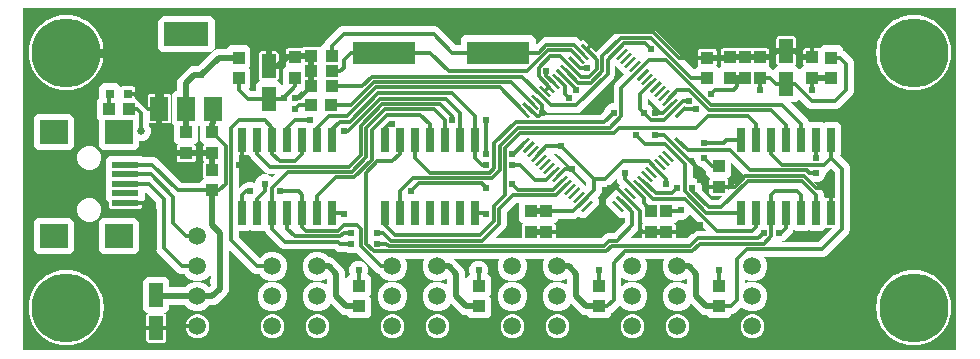
<source format=gtl>
G04 EAGLE Gerber RS-274X export*
G75*
%MOMM*%
%FSLAX34Y34*%
%LPD*%
%INTop Copper*%
%IPPOS*%
%AMOC8*
5,1,8,0,0,1.08239X$1,22.5*%
G01*
%ADD10R,1.080000X1.050000*%
%ADD11R,1.050000X1.080000*%
%ADD12R,2.400000X2.000000*%
%ADD13R,2.308000X0.500000*%
%ADD14R,1.000000X1.100000*%
%ADD15R,0.250000X1.200000*%
%ADD16R,1.200000X0.250000*%
%ADD17R,1.498600X2.006600*%
%ADD18R,3.810000X2.006600*%
%ADD19R,0.660400X2.032000*%
%ADD20R,5.334000X1.930400*%
%ADD21R,1.100000X1.000000*%
%ADD22C,1.500000*%
%ADD23R,1.200000X2.000000*%
%ADD24C,5.842000*%
%ADD25R,0.800000X0.800000*%
%ADD26C,0.500000*%
%ADD27C,0.300000*%
%ADD28C,0.800000*%
%ADD29C,0.604800*%
%ADD30C,0.654800*%

G36*
X795005Y5000D02*
X795005Y5000D01*
X795004Y5000D01*
X795005Y5000D01*
X795005Y295000D01*
X795000Y295005D01*
X795000Y295004D01*
X795000Y295005D01*
X5000Y295005D01*
X4995Y295000D01*
X4996Y295000D01*
X4995Y295000D01*
X4995Y5000D01*
X5000Y4995D01*
X5000Y4996D01*
X5000Y4995D01*
X795000Y4995D01*
X795005Y5000D01*
G37*
%LPC*%
G36*
X382956Y32305D02*
X382956Y32305D01*
X380457Y34803D01*
X380455Y34804D01*
X380454Y34805D01*
X378484Y34805D01*
X375729Y35946D01*
X366714Y44961D01*
X366713Y44962D01*
X366711Y44962D01*
X366707Y44962D01*
X366707Y44960D01*
X366706Y44960D01*
X366193Y43722D01*
X362678Y40207D01*
X358086Y38305D01*
X353114Y38305D01*
X348522Y40207D01*
X345007Y43722D01*
X343105Y48314D01*
X343105Y53286D01*
X345007Y57878D01*
X348522Y61393D01*
X353115Y63295D01*
X358085Y63295D01*
X362678Y61393D01*
X363971Y60100D01*
X363973Y60099D01*
X363974Y60098D01*
X363975Y60099D01*
X363976Y60099D01*
X363978Y60099D01*
X363978Y60101D01*
X363980Y60103D01*
X363980Y66743D01*
X363978Y66745D01*
X363978Y66747D01*
X363902Y66824D01*
X363895Y66824D01*
X362678Y65607D01*
X358086Y63705D01*
X353114Y63705D01*
X348522Y65607D01*
X345007Y69122D01*
X343105Y73714D01*
X343105Y78686D01*
X344643Y82398D01*
X344642Y82399D01*
X344643Y82399D01*
X344642Y82401D01*
X344640Y82404D01*
X344639Y82404D01*
X344638Y82405D01*
X328462Y82405D01*
X328461Y82404D01*
X328461Y82405D01*
X328460Y82403D01*
X328457Y82400D01*
X328458Y82399D01*
X328457Y82398D01*
X329995Y78685D01*
X329995Y73715D01*
X328093Y69122D01*
X324578Y65607D01*
X319986Y63705D01*
X315014Y63705D01*
X310422Y65607D01*
X306907Y69122D01*
X306667Y69702D01*
X306664Y69703D01*
X306662Y69705D01*
X306635Y69705D01*
X304248Y70694D01*
X286676Y88265D01*
X286674Y88266D01*
X286673Y88266D01*
X286671Y88266D01*
X286671Y88267D01*
X284170Y87231D01*
X280980Y87231D01*
X278033Y88452D01*
X277731Y88753D01*
X277728Y88754D01*
X277727Y88755D01*
X271758Y88755D01*
X269371Y89744D01*
X268535Y90579D01*
X268533Y90580D01*
X268532Y90581D01*
X225482Y90581D01*
X223095Y91570D01*
X221267Y93397D01*
X212222Y102443D01*
X212221Y102443D01*
X210394Y104271D01*
X209405Y106658D01*
X209405Y107333D01*
X209404Y107334D01*
X209404Y107336D01*
X209402Y107336D01*
X209400Y107337D01*
X209399Y107337D01*
X209398Y107336D01*
X209396Y107336D01*
X208571Y106511D01*
X197829Y106511D01*
X196854Y107486D01*
X196847Y107487D01*
X196847Y107486D01*
X196846Y107486D01*
X195871Y106511D01*
X187475Y106511D01*
X187470Y106506D01*
X187471Y106506D01*
X187470Y106506D01*
X187470Y101117D01*
X187472Y101116D01*
X187472Y101114D01*
X205304Y83282D01*
X205310Y83281D01*
X205310Y83282D01*
X205311Y83282D01*
X208822Y86793D01*
X213415Y88695D01*
X218385Y88695D01*
X222978Y86793D01*
X226493Y83278D01*
X228395Y78685D01*
X228395Y73715D01*
X226493Y69122D01*
X222978Y65607D01*
X218386Y63705D01*
X213414Y63705D01*
X208822Y65607D01*
X205307Y69122D01*
X205067Y69702D01*
X205064Y69703D01*
X205062Y69705D01*
X201908Y69705D01*
X199521Y70694D01*
X197693Y72521D01*
X178954Y91261D01*
X178952Y91261D01*
X178951Y91262D01*
X178949Y91261D01*
X178947Y91261D01*
X178947Y91259D01*
X178945Y91257D01*
X178945Y66361D01*
X178946Y66360D01*
X178946Y66359D01*
X179469Y65095D01*
X179469Y61905D01*
X178946Y60641D01*
X178946Y60640D01*
X178945Y60639D01*
X178945Y55659D01*
X177804Y52904D01*
X169346Y44446D01*
X166591Y43305D01*
X162578Y43305D01*
X162576Y43303D01*
X162574Y43303D01*
X159478Y40207D01*
X154886Y38305D01*
X149914Y38305D01*
X145322Y40207D01*
X142226Y43303D01*
X142223Y43304D01*
X142222Y43305D01*
X128475Y43305D01*
X128470Y43300D01*
X128471Y43300D01*
X128470Y43300D01*
X128470Y40031D01*
X125544Y37105D01*
X109406Y37105D01*
X106480Y40031D01*
X106480Y64169D01*
X109406Y67095D01*
X125544Y67095D01*
X128470Y64169D01*
X128470Y58300D01*
X128475Y58295D01*
X128475Y58296D01*
X128475Y58295D01*
X142222Y58295D01*
X142224Y58297D01*
X142226Y58297D01*
X145322Y61393D01*
X149915Y63295D01*
X154885Y63295D01*
X159478Y61393D01*
X162282Y58589D01*
X162284Y58589D01*
X162285Y58588D01*
X162286Y58588D01*
X162287Y58589D01*
X162289Y58588D01*
X162289Y58589D01*
X163953Y60253D01*
X163954Y60256D01*
X163955Y60257D01*
X163955Y60639D01*
X163954Y60640D01*
X163954Y60641D01*
X163431Y61905D01*
X163431Y65095D01*
X163954Y66359D01*
X163954Y66360D01*
X163955Y66361D01*
X163955Y71419D01*
X163953Y71421D01*
X163952Y71424D01*
X163951Y71423D01*
X163950Y71424D01*
X163948Y71422D01*
X163945Y71421D01*
X162993Y69122D01*
X159478Y65607D01*
X154886Y63705D01*
X149914Y63705D01*
X145322Y65607D01*
X141807Y69122D01*
X141567Y69702D01*
X141564Y69703D01*
X141562Y69705D01*
X138408Y69705D01*
X136021Y70694D01*
X118319Y88396D01*
X117330Y90783D01*
X117330Y130658D01*
X117328Y130659D01*
X117328Y130661D01*
X108436Y139553D01*
X108434Y139553D01*
X108433Y139554D01*
X108433Y139555D01*
X107980Y139555D01*
X107975Y139550D01*
X107976Y139550D01*
X107975Y139550D01*
X107975Y133481D01*
X105517Y131022D01*
X105516Y131020D01*
X105515Y131019D01*
X105515Y130055D01*
X91440Y130055D01*
X77365Y130055D01*
X77365Y131019D01*
X77363Y131021D01*
X77363Y131022D01*
X74905Y133481D01*
X74905Y166619D01*
X77831Y169545D01*
X105049Y169545D01*
X106048Y168547D01*
X106050Y168546D01*
X106051Y168545D01*
X115563Y168545D01*
X117950Y167556D01*
X138535Y146972D01*
X138537Y146971D01*
X138538Y146970D01*
X154700Y146970D01*
X154705Y146975D01*
X154704Y146975D01*
X154705Y146975D01*
X154705Y147794D01*
X157631Y150720D01*
X158108Y150720D01*
X158109Y150721D01*
X158111Y150721D01*
X158111Y150723D01*
X158112Y150725D01*
X158111Y150726D01*
X158111Y150729D01*
X157551Y151289D01*
X157165Y152221D01*
X157165Y157970D01*
X165100Y157970D01*
X165105Y157974D01*
X165105Y157975D01*
X165105Y172225D01*
X165101Y172230D01*
X165100Y172230D01*
X157165Y172230D01*
X157165Y177979D01*
X157551Y178911D01*
X158111Y179471D01*
X158111Y179473D01*
X158112Y179474D01*
X158111Y179476D01*
X158111Y179478D01*
X158109Y179478D01*
X158108Y179480D01*
X157631Y179480D01*
X154705Y182406D01*
X154705Y196496D01*
X154703Y196498D01*
X154703Y196499D01*
X154563Y196640D01*
X154556Y196641D01*
X154556Y196640D01*
X154555Y196640D01*
X153272Y195356D01*
X153272Y195355D01*
X153270Y195354D01*
X153271Y195353D01*
X153270Y195353D01*
X153270Y182406D01*
X150344Y179480D01*
X149867Y179480D01*
X149866Y179479D01*
X149864Y179479D01*
X149864Y179477D01*
X149863Y179475D01*
X149864Y179474D01*
X149864Y179471D01*
X150424Y178911D01*
X150810Y177979D01*
X150810Y172230D01*
X142875Y172230D01*
X134940Y172230D01*
X134940Y177979D01*
X135326Y178911D01*
X135886Y179471D01*
X135886Y179473D01*
X135887Y179474D01*
X135886Y179476D01*
X135886Y179478D01*
X135884Y179478D01*
X135883Y179480D01*
X135406Y179480D01*
X132480Y182406D01*
X132480Y195861D01*
X132478Y195863D01*
X132478Y195864D01*
X130641Y197702D01*
X130641Y221906D01*
X133567Y224832D01*
X135375Y224832D01*
X135380Y224837D01*
X135380Y233266D01*
X136521Y236021D01*
X144979Y244479D01*
X147734Y245620D01*
X152468Y245620D01*
X152470Y245622D01*
X152472Y245622D01*
X166179Y259329D01*
X168934Y260470D01*
X177325Y260470D01*
X177330Y260475D01*
X177329Y260475D01*
X177330Y260475D01*
X177330Y260544D01*
X180256Y263470D01*
X194394Y263470D01*
X197320Y260544D01*
X197320Y245406D01*
X196393Y244479D01*
X196393Y244475D01*
X196392Y244475D01*
X196393Y244474D01*
X196392Y244472D01*
X196393Y244472D01*
X196393Y244471D01*
X197320Y243544D01*
X197320Y228406D01*
X195428Y226514D01*
X195428Y226508D01*
X195428Y226507D01*
X197664Y224272D01*
X197666Y224271D01*
X197667Y224271D01*
X197667Y224270D01*
X201725Y224270D01*
X201730Y224275D01*
X201729Y224275D01*
X201730Y224275D01*
X201730Y229844D01*
X204656Y232770D01*
X220794Y232770D01*
X223720Y229844D01*
X223720Y227056D01*
X223721Y227056D01*
X223720Y227055D01*
X223722Y227054D01*
X223725Y227051D01*
X223726Y227052D01*
X223727Y227052D01*
X223830Y227094D01*
X224257Y227094D01*
X224258Y227096D01*
X224260Y227096D01*
X225059Y227895D01*
X225059Y227897D01*
X225060Y227898D01*
X225059Y227899D01*
X225059Y227901D01*
X225059Y227902D01*
X224555Y228406D01*
X224555Y243044D01*
X227481Y245970D01*
X227958Y245970D01*
X227959Y245971D01*
X227961Y245971D01*
X227961Y245973D01*
X227962Y245975D01*
X227961Y245976D01*
X227961Y245979D01*
X227401Y246539D01*
X227015Y247471D01*
X227015Y253220D01*
X234950Y253220D01*
X234955Y253224D01*
X234955Y253225D01*
X234955Y261010D01*
X240854Y261010D01*
X241096Y260910D01*
X241097Y260911D01*
X241098Y260911D01*
X241099Y260911D01*
X241101Y260911D01*
X241739Y261549D01*
X242671Y261935D01*
X248420Y261935D01*
X248420Y254000D01*
X248420Y241300D01*
X248420Y228600D01*
X248424Y228595D01*
X248425Y228596D01*
X248425Y228595D01*
X248430Y228600D01*
X248430Y241300D01*
X248430Y254000D01*
X248430Y261935D01*
X254179Y261935D01*
X255111Y261549D01*
X255671Y260989D01*
X255673Y260989D01*
X255674Y260988D01*
X255676Y260989D01*
X255678Y260989D01*
X255678Y260991D01*
X255680Y260992D01*
X255680Y261469D01*
X258606Y264395D01*
X259573Y264395D01*
X259576Y264398D01*
X259577Y264398D01*
X260419Y266429D01*
X272546Y278556D01*
X274933Y279545D01*
X353717Y279545D01*
X356104Y278556D01*
X357932Y276729D01*
X357932Y276728D01*
X370989Y263672D01*
X370991Y263671D01*
X370992Y263670D01*
X375365Y263670D01*
X375370Y263675D01*
X375369Y263675D01*
X375370Y263675D01*
X375370Y268896D01*
X378296Y271822D01*
X435774Y271822D01*
X438700Y268896D01*
X438700Y263796D01*
X438701Y263794D01*
X438701Y263793D01*
X438703Y263793D01*
X438705Y263791D01*
X438706Y263792D01*
X438709Y263792D01*
X443948Y269031D01*
X446335Y270020D01*
X472704Y270020D01*
X475091Y269031D01*
X476919Y267204D01*
X476919Y267203D01*
X477237Y266885D01*
X477244Y266885D01*
X477244Y266886D01*
X477244Y266885D01*
X477424Y267065D01*
X478355Y267451D01*
X479364Y267451D01*
X480296Y267065D01*
X484891Y262470D01*
X483276Y260854D01*
X483276Y260852D01*
X483275Y260852D01*
X483275Y260851D01*
X483275Y260847D01*
X483276Y260847D01*
X483280Y260846D01*
X483281Y260846D01*
X483282Y260846D01*
X483282Y260847D01*
X483283Y260847D01*
X484899Y262462D01*
X489494Y257867D01*
X489678Y257423D01*
X489680Y257422D01*
X489680Y257420D01*
X489682Y257421D01*
X489684Y257420D01*
X489685Y257422D01*
X489687Y257423D01*
X489794Y257679D01*
X507496Y275381D01*
X509883Y276370D01*
X537867Y276370D01*
X540254Y275381D01*
X573164Y242472D01*
X573166Y242471D01*
X573167Y242470D01*
X573700Y242470D01*
X573705Y242475D01*
X573704Y242475D01*
X573705Y242475D01*
X573705Y243044D01*
X576631Y245970D01*
X577108Y245970D01*
X577109Y245971D01*
X577111Y245971D01*
X577111Y245973D01*
X577112Y245975D01*
X577111Y245976D01*
X577111Y245979D01*
X576551Y246539D01*
X576165Y247471D01*
X576165Y252970D01*
X584200Y252970D01*
X592235Y252970D01*
X592235Y247471D01*
X591849Y246539D01*
X591289Y245979D01*
X591289Y245977D01*
X591288Y245976D01*
X591289Y245974D01*
X591289Y245972D01*
X591291Y245972D01*
X591292Y245970D01*
X591769Y245970D01*
X593771Y243968D01*
X593774Y243968D01*
X593774Y243967D01*
X593776Y243967D01*
X593778Y243967D01*
X593778Y243968D01*
X593779Y243968D01*
X595781Y245970D01*
X596258Y245970D01*
X596259Y245971D01*
X596261Y245971D01*
X596261Y245973D01*
X596262Y245975D01*
X596261Y245976D01*
X596261Y245979D01*
X595701Y246539D01*
X595315Y247471D01*
X595315Y253220D01*
X603250Y253220D01*
X615950Y253220D01*
X628650Y253220D01*
X636585Y253220D01*
X636585Y247471D01*
X636199Y246539D01*
X635639Y245979D01*
X635639Y245977D01*
X635638Y245976D01*
X635639Y245974D01*
X635639Y245972D01*
X635641Y245972D01*
X635642Y245970D01*
X636119Y245970D01*
X639045Y243044D01*
X639045Y242077D01*
X639048Y242074D01*
X639048Y242073D01*
X639873Y241731D01*
X639874Y241731D01*
X639876Y241732D01*
X639879Y241733D01*
X639879Y241735D01*
X639880Y241736D01*
X639880Y242544D01*
X642806Y245470D01*
X658944Y245470D01*
X661870Y242544D01*
X661870Y236123D01*
X661873Y236120D01*
X661873Y236118D01*
X662204Y235981D01*
X662696Y235489D01*
X662698Y235489D01*
X662699Y235488D01*
X662701Y235489D01*
X662703Y235489D01*
X662703Y235491D01*
X662705Y235493D01*
X662705Y243044D01*
X665631Y245970D01*
X666108Y245970D01*
X666109Y245971D01*
X666111Y245971D01*
X666111Y245973D01*
X666112Y245975D01*
X666111Y245976D01*
X666111Y245979D01*
X665551Y246539D01*
X665165Y247471D01*
X665165Y253220D01*
X673100Y253220D01*
X673105Y253224D01*
X673105Y253225D01*
X673105Y261010D01*
X679004Y261010D01*
X679313Y260882D01*
X679317Y260883D01*
X679319Y260883D01*
X681906Y263470D01*
X696044Y263470D01*
X698970Y260544D01*
X698970Y258923D01*
X698973Y258921D01*
X698973Y258919D01*
X700029Y258481D01*
X707181Y251329D01*
X708170Y248942D01*
X708170Y224133D01*
X707181Y221746D01*
X695829Y210394D01*
X693442Y209405D01*
X671808Y209405D01*
X669421Y210394D01*
X661643Y218172D01*
X661636Y218172D01*
X658944Y215480D01*
X654143Y215480D01*
X654141Y215479D01*
X654140Y215479D01*
X654140Y215477D01*
X654138Y215475D01*
X654139Y215474D01*
X654139Y215471D01*
X667253Y202357D01*
X667254Y202357D01*
X669081Y200529D01*
X670070Y198142D01*
X670070Y197467D01*
X670071Y197466D01*
X670071Y197464D01*
X670073Y197464D01*
X670075Y197463D01*
X670076Y197464D01*
X670079Y197464D01*
X670904Y198289D01*
X681646Y198289D01*
X682621Y197314D01*
X682628Y197313D01*
X682628Y197314D01*
X682629Y197314D01*
X683604Y198289D01*
X694346Y198289D01*
X697272Y195363D01*
X697272Y170905D01*
X696405Y170038D01*
X696405Y170031D01*
X704006Y162429D01*
X704995Y160042D01*
X704995Y106658D01*
X704006Y104271D01*
X684955Y85220D01*
X682568Y84231D01*
X631952Y84231D01*
X631951Y84230D01*
X631949Y84230D01*
X631949Y84228D01*
X631947Y84226D01*
X631949Y84225D01*
X631949Y84222D01*
X632893Y83278D01*
X634795Y78685D01*
X634795Y73715D01*
X632893Y69122D01*
X629378Y65607D01*
X624786Y63705D01*
X619814Y63705D01*
X616102Y65243D01*
X616101Y65242D01*
X616101Y65243D01*
X616099Y65242D01*
X616096Y65240D01*
X616096Y65239D01*
X616095Y65238D01*
X616095Y61762D01*
X616096Y61761D01*
X616095Y61761D01*
X616097Y61760D01*
X616100Y61757D01*
X616101Y61758D01*
X616102Y61757D01*
X619815Y63295D01*
X624785Y63295D01*
X629378Y61393D01*
X632893Y57878D01*
X634795Y53285D01*
X634795Y48315D01*
X632893Y43722D01*
X629378Y40207D01*
X624786Y38305D01*
X619814Y38305D01*
X615222Y40207D01*
X613298Y42131D01*
X613296Y42131D01*
X613295Y42132D01*
X613294Y42132D01*
X613294Y42131D01*
X613292Y42131D01*
X613291Y42131D01*
X607954Y36794D01*
X605567Y35805D01*
X604225Y35805D01*
X604220Y35800D01*
X604221Y35800D01*
X604220Y35800D01*
X604220Y35231D01*
X601294Y32305D01*
X586156Y32305D01*
X583657Y34803D01*
X583655Y34804D01*
X583654Y34805D01*
X581684Y34805D01*
X578929Y35946D01*
X576820Y38055D01*
X569914Y44961D01*
X569913Y44962D01*
X569911Y44962D01*
X569907Y44962D01*
X569907Y44960D01*
X569906Y44960D01*
X569393Y43722D01*
X565878Y40207D01*
X561286Y38305D01*
X556314Y38305D01*
X551722Y40207D01*
X548207Y43722D01*
X546305Y48314D01*
X546305Y53286D01*
X548207Y57878D01*
X551722Y61393D01*
X556315Y63295D01*
X561285Y63295D01*
X565878Y61393D01*
X567171Y60100D01*
X567173Y60099D01*
X567174Y60098D01*
X567175Y60099D01*
X567176Y60099D01*
X567178Y60099D01*
X567178Y60101D01*
X567180Y60103D01*
X567180Y66743D01*
X567178Y66745D01*
X567178Y66747D01*
X567102Y66824D01*
X567095Y66824D01*
X565878Y65607D01*
X561286Y63705D01*
X556314Y63705D01*
X551722Y65607D01*
X548207Y69122D01*
X546305Y73714D01*
X546305Y78686D01*
X547843Y82398D01*
X547842Y82399D01*
X547843Y82399D01*
X547842Y82401D01*
X547840Y82404D01*
X547839Y82404D01*
X547838Y82405D01*
X531662Y82405D01*
X531661Y82404D01*
X531661Y82405D01*
X531660Y82403D01*
X531657Y82400D01*
X531658Y82399D01*
X531657Y82398D01*
X533195Y78685D01*
X533195Y73715D01*
X531293Y69122D01*
X527778Y65607D01*
X523186Y63705D01*
X518214Y63705D01*
X513622Y65607D01*
X511329Y67900D01*
X511327Y67901D01*
X511326Y67902D01*
X511324Y67901D01*
X511322Y67901D01*
X511322Y67898D01*
X511320Y67897D01*
X511320Y59103D01*
X511321Y59102D01*
X511321Y59100D01*
X511323Y59100D01*
X511325Y59098D01*
X511326Y59100D01*
X511329Y59100D01*
X513622Y61393D01*
X518215Y63295D01*
X523185Y63295D01*
X527778Y61393D01*
X531293Y57878D01*
X533195Y53285D01*
X533195Y48315D01*
X531293Y43722D01*
X527778Y40207D01*
X523186Y38305D01*
X518214Y38305D01*
X513622Y40207D01*
X510111Y43718D01*
X510104Y43719D01*
X510104Y43718D01*
X503179Y36794D01*
X502623Y36563D01*
X502622Y36560D01*
X502620Y36559D01*
X502620Y35231D01*
X499694Y32305D01*
X484556Y32305D01*
X482057Y34803D01*
X482055Y34804D01*
X482054Y34805D01*
X480084Y34805D01*
X477329Y35946D01*
X468314Y44961D01*
X468313Y44962D01*
X468311Y44962D01*
X468307Y44962D01*
X468307Y44960D01*
X468306Y44960D01*
X467793Y43722D01*
X464278Y40207D01*
X459686Y38305D01*
X454714Y38305D01*
X450122Y40207D01*
X446607Y43722D01*
X444705Y48314D01*
X444705Y53286D01*
X446607Y57878D01*
X450122Y61393D01*
X454715Y63295D01*
X459685Y63295D01*
X464278Y61393D01*
X465571Y60100D01*
X465573Y60099D01*
X465574Y60098D01*
X465575Y60099D01*
X465576Y60099D01*
X465578Y60099D01*
X465578Y60101D01*
X465580Y60103D01*
X465580Y66743D01*
X465578Y66745D01*
X465578Y66747D01*
X465502Y66824D01*
X465495Y66824D01*
X464278Y65607D01*
X459686Y63705D01*
X454714Y63705D01*
X450122Y65607D01*
X446607Y69122D01*
X444705Y73714D01*
X444705Y78686D01*
X446243Y82398D01*
X446242Y82399D01*
X446243Y82399D01*
X446242Y82401D01*
X446240Y82404D01*
X446239Y82404D01*
X446238Y82405D01*
X430062Y82405D01*
X430061Y82404D01*
X430061Y82405D01*
X430060Y82403D01*
X430057Y82400D01*
X430058Y82399D01*
X430057Y82398D01*
X431595Y78685D01*
X431595Y73715D01*
X429693Y69122D01*
X426178Y65607D01*
X421586Y63705D01*
X416614Y63705D01*
X412022Y65607D01*
X408507Y69122D01*
X406605Y73714D01*
X406605Y78686D01*
X408143Y82398D01*
X408142Y82399D01*
X408143Y82399D01*
X408142Y82401D01*
X408140Y82404D01*
X408139Y82404D01*
X408138Y82405D01*
X369532Y82405D01*
X369531Y82404D01*
X369529Y82404D01*
X369529Y82402D01*
X369527Y82400D01*
X369529Y82399D01*
X369528Y82396D01*
X375720Y76205D01*
X377829Y74096D01*
X378970Y71341D01*
X378970Y53907D01*
X378972Y53905D01*
X378972Y53903D01*
X380021Y52853D01*
X380023Y52853D01*
X380024Y52852D01*
X380026Y52853D01*
X380028Y52853D01*
X380028Y52855D01*
X380030Y52857D01*
X380030Y66369D01*
X382956Y69295D01*
X383383Y69295D01*
X383383Y69296D01*
X383384Y69295D01*
X383385Y69297D01*
X383388Y69300D01*
X383387Y69300D01*
X383387Y69301D01*
X383387Y69302D01*
X382506Y71430D01*
X382506Y74620D01*
X383727Y77567D01*
X385983Y79823D01*
X388930Y81044D01*
X392120Y81044D01*
X395067Y79823D01*
X397323Y77567D01*
X398544Y74620D01*
X398544Y71430D01*
X397663Y69302D01*
X397663Y69301D01*
X397662Y69301D01*
X397664Y69299D01*
X397665Y69296D01*
X397666Y69296D01*
X397667Y69295D01*
X398094Y69295D01*
X401020Y66369D01*
X401020Y52231D01*
X399593Y50804D01*
X399592Y50797D01*
X399593Y50797D01*
X399593Y50796D01*
X401020Y49369D01*
X401020Y35231D01*
X398094Y32305D01*
X382956Y32305D01*
G37*
%LPD*%
%LPC*%
G36*
X281356Y32305D02*
X281356Y32305D01*
X278857Y34803D01*
X278855Y34804D01*
X278854Y34805D01*
X276884Y34805D01*
X274129Y35946D01*
X265114Y44961D01*
X265113Y44962D01*
X265111Y44962D01*
X265107Y44962D01*
X265107Y44960D01*
X265106Y44960D01*
X264593Y43722D01*
X261078Y40207D01*
X256486Y38305D01*
X251514Y38305D01*
X246922Y40207D01*
X243407Y43722D01*
X241505Y48314D01*
X241505Y53286D01*
X243407Y57878D01*
X246922Y61393D01*
X251515Y63295D01*
X256485Y63295D01*
X261078Y61393D01*
X262371Y60100D01*
X262373Y60099D01*
X262374Y60098D01*
X262375Y60099D01*
X262376Y60099D01*
X262378Y60099D01*
X262378Y60101D01*
X262380Y60103D01*
X262380Y66743D01*
X262378Y66745D01*
X262378Y66747D01*
X262302Y66824D01*
X262295Y66824D01*
X261078Y65607D01*
X256486Y63705D01*
X251514Y63705D01*
X246922Y65607D01*
X243407Y69122D01*
X241505Y73714D01*
X241505Y78686D01*
X243407Y83278D01*
X246922Y86793D01*
X251515Y88695D01*
X256485Y88695D01*
X261078Y86793D01*
X264174Y83697D01*
X264177Y83696D01*
X264178Y83695D01*
X265016Y83695D01*
X267771Y82554D01*
X276229Y74096D01*
X277370Y71341D01*
X277370Y53907D01*
X277372Y53905D01*
X277372Y53903D01*
X278421Y52853D01*
X278423Y52853D01*
X278424Y52852D01*
X278426Y52853D01*
X278428Y52853D01*
X278428Y52855D01*
X278430Y52857D01*
X278430Y66369D01*
X281356Y69295D01*
X281783Y69295D01*
X281783Y69296D01*
X281784Y69295D01*
X281785Y69297D01*
X281788Y69300D01*
X281787Y69300D01*
X281787Y69301D01*
X281787Y69302D01*
X280906Y71430D01*
X280906Y74620D01*
X282127Y77567D01*
X284383Y79823D01*
X287330Y81044D01*
X290520Y81044D01*
X293467Y79823D01*
X295723Y77567D01*
X296944Y74620D01*
X296944Y71430D01*
X296063Y69302D01*
X296063Y69301D01*
X296062Y69301D01*
X296064Y69299D01*
X296065Y69296D01*
X296066Y69296D01*
X296067Y69295D01*
X296494Y69295D01*
X299420Y66369D01*
X299420Y52231D01*
X297993Y50804D01*
X297992Y50797D01*
X297993Y50797D01*
X297993Y50796D01*
X299420Y49369D01*
X299420Y35231D01*
X296494Y32305D01*
X281356Y32305D01*
G37*
%LPD*%
%LPC*%
G36*
X71731Y175055D02*
X71731Y175055D01*
X68805Y177981D01*
X68805Y200404D01*
X68803Y200406D01*
X68803Y200407D01*
X67230Y201981D01*
X67230Y217119D01*
X69228Y219118D01*
X69229Y219120D01*
X69230Y219121D01*
X69230Y228319D01*
X72156Y231245D01*
X84294Y231245D01*
X87220Y228319D01*
X87220Y227842D01*
X87221Y227841D01*
X87221Y227839D01*
X87223Y227839D01*
X87225Y227838D01*
X87226Y227839D01*
X87227Y227839D01*
X87229Y227839D01*
X87789Y228399D01*
X88721Y228785D01*
X93220Y228785D01*
X93220Y222250D01*
X93224Y222245D01*
X93225Y222245D01*
X99760Y222245D01*
X99760Y220050D01*
X99765Y220045D01*
X99765Y220046D01*
X99765Y220045D01*
X101294Y220045D01*
X104220Y217119D01*
X104220Y215498D01*
X104223Y215496D01*
X104223Y215494D01*
X105279Y215056D01*
X108454Y211882D01*
X110232Y210103D01*
X110234Y210103D01*
X110235Y210102D01*
X110237Y210103D01*
X110239Y210103D01*
X110239Y210105D01*
X110241Y210107D01*
X110241Y220341D01*
X110627Y221273D01*
X111340Y221986D01*
X112272Y222372D01*
X120264Y222372D01*
X120264Y209809D01*
X110390Y209809D01*
X110390Y209808D01*
X110389Y209809D01*
X110388Y209807D01*
X110385Y209805D01*
X110386Y209805D01*
X110386Y209804D01*
X110386Y209803D01*
X110386Y209802D01*
X110389Y209800D01*
X110390Y209799D01*
X120264Y209799D01*
X120264Y197236D01*
X112272Y197236D01*
X111340Y197622D01*
X111279Y197683D01*
X111277Y197683D01*
X111276Y197684D01*
X111274Y197683D01*
X111272Y197683D01*
X111272Y197681D01*
X111270Y197680D01*
X111270Y195701D01*
X111272Y195700D01*
X111272Y195698D01*
X111785Y195184D01*
X113044Y192145D01*
X113044Y188855D01*
X111785Y185816D01*
X109459Y183490D01*
X106420Y182231D01*
X103130Y182231D01*
X102802Y182367D01*
X102801Y182366D01*
X102801Y182367D01*
X102799Y182366D01*
X102796Y182365D01*
X102796Y182363D01*
X102795Y182362D01*
X102795Y177981D01*
X99869Y175055D01*
X71731Y175055D01*
G37*
%LPD*%
G36*
X427040Y99924D02*
X427040Y99924D01*
X427039Y99924D01*
X427040Y99924D01*
X427040Y105545D01*
X434975Y105545D01*
X447675Y105545D01*
X455610Y105545D01*
X455610Y99924D01*
X455615Y99919D01*
X455615Y99920D01*
X455615Y99919D01*
X493909Y99919D01*
X493910Y99921D01*
X493912Y99921D01*
X495618Y101626D01*
X495618Y101627D01*
X497446Y103454D01*
X499833Y104443D01*
X504831Y104443D01*
X504832Y104445D01*
X504834Y104445D01*
X514203Y113814D01*
X514204Y113816D01*
X514205Y113817D01*
X514205Y117822D01*
X514204Y117824D01*
X514204Y117825D01*
X514202Y117826D01*
X514200Y117827D01*
X514199Y117826D01*
X514196Y117826D01*
X513809Y117439D01*
X509671Y117439D01*
X498260Y128850D01*
X498260Y132988D01*
X506489Y141218D01*
X508861Y141218D01*
X508866Y141222D01*
X508866Y141223D01*
X508866Y143595D01*
X510153Y144881D01*
X510153Y144884D01*
X510153Y144885D01*
X510153Y144888D01*
X508844Y146197D01*
X507855Y148584D01*
X507855Y150727D01*
X507853Y150729D01*
X507853Y150731D01*
X507682Y150902D01*
X507680Y150902D01*
X507680Y150903D01*
X507678Y150903D01*
X507675Y150903D01*
X507675Y150902D01*
X503151Y146378D01*
X501323Y144550D01*
X498936Y143561D01*
X494619Y143561D01*
X494614Y143557D01*
X494614Y143556D01*
X494614Y139240D01*
X493625Y136852D01*
X491797Y135024D01*
X491054Y134282D01*
X491054Y134278D01*
X491054Y134277D01*
X491054Y134275D01*
X491054Y134274D01*
X492340Y132988D01*
X492340Y128850D01*
X480929Y117439D01*
X476791Y117439D01*
X475505Y118725D01*
X475498Y118725D01*
X475497Y118725D01*
X474316Y117544D01*
X471929Y116555D01*
X458075Y116555D01*
X458070Y116550D01*
X458071Y116550D01*
X458070Y116550D01*
X458070Y115731D01*
X455144Y112805D01*
X454667Y112805D01*
X454666Y112804D01*
X454664Y112804D01*
X454664Y112802D01*
X454663Y112800D01*
X454664Y112799D01*
X454664Y112796D01*
X455224Y112236D01*
X455610Y111304D01*
X455610Y105555D01*
X447675Y105555D01*
X434975Y105555D01*
X427040Y105555D01*
X427040Y111304D01*
X427426Y112236D01*
X427986Y112796D01*
X427986Y112798D01*
X427987Y112799D01*
X427986Y112801D01*
X427986Y112803D01*
X427984Y112803D01*
X427983Y112805D01*
X427506Y112805D01*
X424580Y115731D01*
X424580Y130025D01*
X424575Y130030D01*
X424575Y130029D01*
X424575Y130030D01*
X421888Y130030D01*
X421887Y130028D01*
X421885Y130028D01*
X414246Y122389D01*
X414246Y122388D01*
X414245Y122387D01*
X414246Y122387D01*
X414245Y122387D01*
X414244Y122386D01*
X414244Y111134D01*
X413255Y108747D01*
X404436Y99928D01*
X404436Y99926D01*
X404435Y99925D01*
X404436Y99923D01*
X404436Y99921D01*
X404438Y99921D01*
X404440Y99919D01*
X427035Y99919D01*
X427040Y99924D01*
G37*
%LPC*%
G36*
X121756Y257768D02*
X121756Y257768D01*
X118830Y260694D01*
X118830Y284898D01*
X121756Y287824D01*
X163994Y287824D01*
X166920Y284898D01*
X166920Y260694D01*
X163994Y257768D01*
X121756Y257768D01*
G37*
%LPD*%
%LPC*%
G36*
X16731Y87055D02*
X16731Y87055D01*
X13805Y89981D01*
X13805Y114119D01*
X16731Y117045D01*
X44869Y117045D01*
X47795Y114119D01*
X47795Y89981D01*
X44869Y87055D01*
X16731Y87055D01*
G37*
%LPD*%
%LPC*%
G36*
X71731Y87055D02*
X71731Y87055D01*
X68805Y89981D01*
X68805Y114119D01*
X71731Y117045D01*
X99869Y117045D01*
X102795Y114119D01*
X102795Y89981D01*
X99869Y87055D01*
X71731Y87055D01*
G37*
%LPD*%
%LPC*%
G36*
X16731Y175055D02*
X16731Y175055D01*
X13805Y177981D01*
X13805Y202119D01*
X16731Y205045D01*
X44869Y205045D01*
X47795Y202119D01*
X47795Y177981D01*
X44869Y175055D01*
X16731Y175055D01*
G37*
%LPD*%
%LPC*%
G36*
X727080Y41280D02*
X727080Y41280D01*
X727080Y42834D01*
X727386Y45939D01*
X727388Y45952D01*
X727391Y45967D01*
X727393Y45977D01*
X727396Y45992D01*
X727399Y46007D01*
X727401Y46017D01*
X727404Y46031D01*
X727407Y46046D01*
X727409Y46056D01*
X727412Y46071D01*
X727415Y46086D01*
X727420Y46111D01*
X727423Y46126D01*
X727428Y46151D01*
X727431Y46166D01*
X727436Y46190D01*
X727439Y46205D01*
X727444Y46230D01*
X727446Y46245D01*
X727447Y46245D01*
X727446Y46245D01*
X727449Y46260D01*
X727451Y46270D01*
X727454Y46285D01*
X727457Y46300D01*
X727459Y46310D01*
X727462Y46325D01*
X727465Y46339D01*
X727465Y46340D01*
X727467Y46349D01*
X727470Y46364D01*
X727473Y46379D01*
X727475Y46389D01*
X727478Y46404D01*
X727481Y46419D01*
X727486Y46444D01*
X727489Y46459D01*
X727494Y46484D01*
X727497Y46498D01*
X727497Y46499D01*
X727502Y46523D01*
X727505Y46538D01*
X727510Y46563D01*
X727513Y46578D01*
X727516Y46593D01*
X727518Y46603D01*
X727521Y46618D01*
X727524Y46633D01*
X727526Y46643D01*
X727529Y46657D01*
X727529Y46658D01*
X727531Y46672D01*
X727532Y46672D01*
X727531Y46672D01*
X727533Y46682D01*
X727536Y46697D01*
X727539Y46712D01*
X727541Y46722D01*
X727544Y46737D01*
X727547Y46752D01*
X727552Y46777D01*
X727555Y46792D01*
X727560Y46816D01*
X727560Y46817D01*
X727563Y46831D01*
X727568Y46856D01*
X727571Y46871D01*
X727576Y46896D01*
X727579Y46911D01*
X727582Y46926D01*
X727584Y46936D01*
X727587Y46951D01*
X727590Y46966D01*
X727592Y46975D01*
X727592Y46976D01*
X727595Y46990D01*
X727598Y47005D01*
X727600Y47015D01*
X727603Y47030D01*
X727606Y47045D01*
X727608Y47055D01*
X727611Y47070D01*
X727614Y47085D01*
X727618Y47110D01*
X727621Y47125D01*
X727626Y47149D01*
X727629Y47164D01*
X727634Y47189D01*
X727637Y47204D01*
X727642Y47229D01*
X727645Y47244D01*
X727648Y47259D01*
X727650Y47269D01*
X727653Y47284D01*
X727656Y47298D01*
X727656Y47299D01*
X727658Y47308D01*
X727661Y47323D01*
X727664Y47338D01*
X727666Y47348D01*
X727669Y47363D01*
X727672Y47378D01*
X727674Y47388D01*
X727677Y47403D01*
X727680Y47418D01*
X727685Y47443D01*
X727688Y47457D01*
X727688Y47458D01*
X727693Y47482D01*
X727696Y47497D01*
X727700Y47522D01*
X727701Y47522D01*
X727703Y47537D01*
X727708Y47562D01*
X727711Y47577D01*
X727714Y47592D01*
X727716Y47602D01*
X727719Y47616D01*
X727719Y47617D01*
X727722Y47631D01*
X727724Y47641D01*
X727727Y47656D01*
X727730Y47671D01*
X727732Y47681D01*
X727735Y47696D01*
X727738Y47711D01*
X727740Y47721D01*
X727743Y47736D01*
X727746Y47751D01*
X727751Y47775D01*
X727751Y47776D01*
X727754Y47790D01*
X727759Y47815D01*
X727762Y47830D01*
X727767Y47855D01*
X727770Y47870D01*
X727775Y47895D01*
X727778Y47910D01*
X727781Y47925D01*
X727783Y47934D01*
X727783Y47935D01*
X727785Y47949D01*
X727786Y47949D01*
X727785Y47949D01*
X727788Y47964D01*
X727790Y47974D01*
X727793Y47989D01*
X727796Y48004D01*
X727798Y48014D01*
X727801Y48029D01*
X727804Y48044D01*
X727806Y48054D01*
X727809Y48069D01*
X727812Y48084D01*
X727817Y48108D01*
X727820Y48123D01*
X727825Y48148D01*
X727828Y48163D01*
X727833Y48188D01*
X727836Y48203D01*
X727841Y48228D01*
X727844Y48243D01*
X727847Y48257D01*
X727849Y48267D01*
X727852Y48282D01*
X727855Y48297D01*
X727857Y48307D01*
X727860Y48322D01*
X727863Y48337D01*
X727865Y48347D01*
X727868Y48362D01*
X727870Y48377D01*
X727871Y48377D01*
X727870Y48377D01*
X727875Y48402D01*
X727878Y48416D01*
X727883Y48441D01*
X727886Y48456D01*
X727891Y48481D01*
X727894Y48496D01*
X727899Y48521D01*
X727902Y48536D01*
X727907Y48561D01*
X727910Y48575D01*
X727913Y48590D01*
X727915Y48600D01*
X727918Y48615D01*
X727921Y48630D01*
X727923Y48640D01*
X727926Y48655D01*
X727929Y48670D01*
X727931Y48680D01*
X727934Y48695D01*
X727937Y48710D01*
X727942Y48734D01*
X727945Y48749D01*
X727950Y48774D01*
X727953Y48789D01*
X727957Y48814D01*
X727960Y48829D01*
X727965Y48854D01*
X727968Y48869D01*
X727971Y48883D01*
X727971Y48884D01*
X727973Y48893D01*
X727976Y48908D01*
X727979Y48923D01*
X727981Y48933D01*
X727984Y48948D01*
X727987Y48963D01*
X727989Y48973D01*
X727992Y48988D01*
X727994Y48998D01*
X728900Y51983D01*
X730093Y54864D01*
X731563Y57615D01*
X733296Y60209D01*
X735275Y62619D01*
X737481Y64825D01*
X739891Y66804D01*
X742485Y68537D01*
X745236Y70007D01*
X748117Y71200D01*
X751102Y72106D01*
X754161Y72714D01*
X757266Y73020D01*
X758820Y73020D01*
X758820Y41280D01*
X727080Y41280D01*
G37*
%LPD*%
%LPC*%
G36*
X9530Y41280D02*
X9530Y41280D01*
X9530Y42834D01*
X9836Y45939D01*
X9838Y45952D01*
X9841Y45967D01*
X9843Y45977D01*
X9846Y45992D01*
X9849Y46007D01*
X9851Y46017D01*
X9854Y46031D01*
X9857Y46046D01*
X9859Y46056D01*
X9862Y46071D01*
X9865Y46086D01*
X9870Y46111D01*
X9873Y46126D01*
X9878Y46151D01*
X9881Y46166D01*
X9886Y46190D01*
X9889Y46205D01*
X9894Y46230D01*
X9896Y46245D01*
X9897Y46245D01*
X9896Y46245D01*
X9899Y46260D01*
X9901Y46270D01*
X9904Y46285D01*
X9907Y46300D01*
X9909Y46310D01*
X9912Y46325D01*
X9915Y46339D01*
X9915Y46340D01*
X9917Y46349D01*
X9920Y46364D01*
X9923Y46379D01*
X9925Y46389D01*
X9928Y46404D01*
X9931Y46419D01*
X9936Y46444D01*
X9939Y46459D01*
X9944Y46484D01*
X9947Y46498D01*
X9947Y46499D01*
X9952Y46523D01*
X9955Y46538D01*
X9960Y46563D01*
X9963Y46578D01*
X9966Y46593D01*
X9968Y46603D01*
X9971Y46618D01*
X9974Y46633D01*
X9976Y46643D01*
X9979Y46657D01*
X9979Y46658D01*
X9981Y46672D01*
X9982Y46672D01*
X9981Y46672D01*
X9983Y46682D01*
X9986Y46697D01*
X9989Y46712D01*
X9991Y46722D01*
X9994Y46737D01*
X9997Y46752D01*
X10002Y46777D01*
X10005Y46792D01*
X10010Y46816D01*
X10010Y46817D01*
X10013Y46831D01*
X10018Y46856D01*
X10021Y46871D01*
X10026Y46896D01*
X10029Y46911D01*
X10032Y46926D01*
X10034Y46936D01*
X10037Y46951D01*
X10040Y46966D01*
X10042Y46975D01*
X10042Y46976D01*
X10045Y46990D01*
X10048Y47005D01*
X10050Y47015D01*
X10053Y47030D01*
X10056Y47045D01*
X10058Y47055D01*
X10061Y47070D01*
X10064Y47085D01*
X10068Y47110D01*
X10071Y47125D01*
X10076Y47149D01*
X10079Y47164D01*
X10084Y47189D01*
X10087Y47204D01*
X10092Y47229D01*
X10095Y47244D01*
X10098Y47259D01*
X10100Y47269D01*
X10103Y47284D01*
X10106Y47298D01*
X10106Y47299D01*
X10108Y47308D01*
X10111Y47323D01*
X10114Y47338D01*
X10116Y47348D01*
X10119Y47363D01*
X10122Y47378D01*
X10124Y47388D01*
X10127Y47403D01*
X10130Y47418D01*
X10135Y47443D01*
X10138Y47457D01*
X10138Y47458D01*
X10143Y47482D01*
X10146Y47497D01*
X10150Y47522D01*
X10151Y47522D01*
X10153Y47537D01*
X10158Y47562D01*
X10161Y47577D01*
X10164Y47592D01*
X10166Y47602D01*
X10169Y47616D01*
X10169Y47617D01*
X10172Y47631D01*
X10174Y47641D01*
X10177Y47656D01*
X10180Y47671D01*
X10182Y47681D01*
X10185Y47696D01*
X10188Y47711D01*
X10190Y47721D01*
X10193Y47736D01*
X10196Y47751D01*
X10201Y47775D01*
X10201Y47776D01*
X10204Y47790D01*
X10209Y47815D01*
X10212Y47830D01*
X10217Y47855D01*
X10220Y47870D01*
X10225Y47895D01*
X10228Y47910D01*
X10231Y47925D01*
X10233Y47934D01*
X10233Y47935D01*
X10235Y47949D01*
X10236Y47949D01*
X10235Y47949D01*
X10238Y47964D01*
X10240Y47974D01*
X10243Y47989D01*
X10246Y48004D01*
X10248Y48014D01*
X10251Y48029D01*
X10254Y48044D01*
X10256Y48054D01*
X10259Y48069D01*
X10262Y48084D01*
X10267Y48108D01*
X10270Y48123D01*
X10275Y48148D01*
X10278Y48163D01*
X10283Y48188D01*
X10286Y48203D01*
X10291Y48228D01*
X10294Y48243D01*
X10297Y48257D01*
X10299Y48267D01*
X10302Y48282D01*
X10305Y48297D01*
X10307Y48307D01*
X10310Y48322D01*
X10313Y48337D01*
X10315Y48347D01*
X10318Y48362D01*
X10320Y48377D01*
X10321Y48377D01*
X10320Y48377D01*
X10325Y48402D01*
X10328Y48416D01*
X10333Y48441D01*
X10336Y48456D01*
X10341Y48481D01*
X10344Y48496D01*
X10349Y48521D01*
X10352Y48536D01*
X10357Y48561D01*
X10360Y48575D01*
X10363Y48590D01*
X10365Y48600D01*
X10368Y48615D01*
X10371Y48630D01*
X10373Y48640D01*
X10376Y48655D01*
X10379Y48670D01*
X10381Y48680D01*
X10384Y48695D01*
X10387Y48710D01*
X10392Y48734D01*
X10395Y48749D01*
X10400Y48774D01*
X10403Y48789D01*
X10407Y48814D01*
X10410Y48829D01*
X10415Y48854D01*
X10418Y48869D01*
X10421Y48883D01*
X10421Y48884D01*
X10423Y48893D01*
X10426Y48908D01*
X10429Y48923D01*
X10431Y48933D01*
X10434Y48948D01*
X10437Y48963D01*
X10439Y48973D01*
X10442Y48988D01*
X10444Y48998D01*
X11350Y51983D01*
X12543Y54864D01*
X14013Y57615D01*
X15746Y60209D01*
X17725Y62619D01*
X19931Y64825D01*
X22341Y66804D01*
X24935Y68537D01*
X27686Y70007D01*
X30567Y71200D01*
X33552Y72106D01*
X36611Y72714D01*
X39716Y73020D01*
X41270Y73020D01*
X41270Y41280D01*
X9530Y41280D01*
G37*
%LPD*%
%LPC*%
G36*
X727080Y257180D02*
X727080Y257180D01*
X727080Y258734D01*
X727386Y261839D01*
X727388Y261849D01*
X727390Y261859D01*
X727393Y261874D01*
X727396Y261889D01*
X727397Y261899D01*
X727398Y261899D01*
X727400Y261914D01*
X727403Y261929D01*
X727408Y261953D01*
X727411Y261968D01*
X727416Y261993D01*
X727419Y262008D01*
X727424Y262033D01*
X727427Y262048D01*
X727432Y262073D01*
X727435Y262088D01*
X727438Y262102D01*
X727438Y262103D01*
X727440Y262112D01*
X727443Y262127D01*
X727446Y262142D01*
X727448Y262152D01*
X727451Y262167D01*
X727454Y262182D01*
X727456Y262192D01*
X727459Y262207D01*
X727462Y262222D01*
X727464Y262232D01*
X727467Y262247D01*
X727470Y262261D01*
X727470Y262262D01*
X727475Y262286D01*
X727478Y262301D01*
X727482Y262326D01*
X727483Y262326D01*
X727485Y262341D01*
X727490Y262366D01*
X727493Y262381D01*
X727498Y262406D01*
X727501Y262420D01*
X727501Y262421D01*
X727504Y262435D01*
X727506Y262445D01*
X727509Y262460D01*
X727512Y262475D01*
X727514Y262485D01*
X727517Y262500D01*
X727520Y262515D01*
X727522Y262525D01*
X727525Y262540D01*
X727528Y262555D01*
X727530Y262565D01*
X727533Y262579D01*
X727533Y262580D01*
X727536Y262594D01*
X727541Y262619D01*
X727544Y262634D01*
X727549Y262659D01*
X727552Y262674D01*
X727557Y262699D01*
X727560Y262714D01*
X727565Y262738D01*
X727565Y262739D01*
X727567Y262753D01*
X727568Y262753D01*
X727567Y262753D01*
X727570Y262768D01*
X727572Y262778D01*
X727575Y262793D01*
X727578Y262808D01*
X727580Y262818D01*
X727583Y262833D01*
X727586Y262848D01*
X727588Y262858D01*
X727591Y262873D01*
X727594Y262888D01*
X727596Y262897D01*
X727596Y262898D01*
X727599Y262912D01*
X727602Y262927D01*
X727607Y262952D01*
X727610Y262967D01*
X727615Y262992D01*
X727618Y263007D01*
X727623Y263032D01*
X727626Y263047D01*
X727631Y263071D01*
X727634Y263086D01*
X727637Y263101D01*
X727639Y263111D01*
X727642Y263126D01*
X727645Y263141D01*
X727647Y263151D01*
X727650Y263166D01*
X727652Y263181D01*
X727653Y263181D01*
X727652Y263181D01*
X727654Y263191D01*
X727657Y263206D01*
X727660Y263220D01*
X727660Y263221D01*
X727665Y263245D01*
X727668Y263260D01*
X727673Y263285D01*
X727676Y263300D01*
X727681Y263325D01*
X727684Y263340D01*
X727689Y263365D01*
X727692Y263379D01*
X727692Y263380D01*
X727697Y263404D01*
X727700Y263419D01*
X727703Y263434D01*
X727705Y263444D01*
X727708Y263459D01*
X727711Y263474D01*
X727713Y263484D01*
X727716Y263499D01*
X727719Y263514D01*
X727721Y263524D01*
X727724Y263538D01*
X727724Y263539D01*
X727727Y263553D01*
X727732Y263578D01*
X727735Y263593D01*
X727739Y263618D01*
X727742Y263633D01*
X727747Y263658D01*
X727750Y263673D01*
X727755Y263697D01*
X727755Y263698D01*
X727758Y263712D01*
X727761Y263727D01*
X727763Y263737D01*
X727766Y263752D01*
X727769Y263767D01*
X727771Y263777D01*
X727774Y263792D01*
X727777Y263807D01*
X727779Y263817D01*
X727782Y263832D01*
X727785Y263847D01*
X727787Y263856D01*
X727790Y263871D01*
X727793Y263886D01*
X727798Y263911D01*
X727801Y263926D01*
X727806Y263951D01*
X727809Y263966D01*
X727814Y263991D01*
X727817Y264006D01*
X727821Y264030D01*
X727822Y264030D01*
X727824Y264045D01*
X727827Y264060D01*
X727829Y264070D01*
X727832Y264085D01*
X727835Y264100D01*
X727837Y264110D01*
X727840Y264125D01*
X727843Y264140D01*
X727845Y264150D01*
X727848Y264165D01*
X727851Y264179D01*
X727853Y264189D01*
X727856Y264204D01*
X727859Y264219D01*
X727864Y264244D01*
X727867Y264259D01*
X727872Y264284D01*
X727875Y264299D01*
X727880Y264324D01*
X727883Y264338D01*
X727888Y264363D01*
X727891Y264378D01*
X727894Y264393D01*
X727896Y264403D01*
X727899Y264418D01*
X727902Y264433D01*
X727904Y264443D01*
X727906Y264458D01*
X727907Y264458D01*
X727906Y264458D01*
X727909Y264473D01*
X727911Y264483D01*
X727914Y264497D01*
X727917Y264512D01*
X727919Y264522D01*
X727922Y264537D01*
X727925Y264552D01*
X727930Y264577D01*
X727933Y264592D01*
X727938Y264617D01*
X727941Y264632D01*
X727946Y264656D01*
X727949Y264671D01*
X727954Y264696D01*
X727957Y264711D01*
X727960Y264726D01*
X727962Y264736D01*
X727965Y264751D01*
X727968Y264766D01*
X727970Y264776D01*
X727973Y264791D01*
X727976Y264805D01*
X727976Y264806D01*
X727978Y264815D01*
X727981Y264830D01*
X727984Y264845D01*
X727986Y264855D01*
X727989Y264870D01*
X727991Y264885D01*
X727992Y264885D01*
X727991Y264885D01*
X727994Y264898D01*
X728900Y267883D01*
X730093Y270764D01*
X731563Y273515D01*
X733296Y276109D01*
X735275Y278519D01*
X737481Y280725D01*
X739891Y282704D01*
X742485Y284437D01*
X745236Y285907D01*
X748117Y287100D01*
X751102Y288006D01*
X754161Y288614D01*
X757266Y288920D01*
X758820Y288920D01*
X758820Y257180D01*
X727080Y257180D01*
G37*
%LPD*%
%LPC*%
G36*
X9530Y257180D02*
X9530Y257180D01*
X9530Y258734D01*
X9836Y261839D01*
X9838Y261849D01*
X9840Y261859D01*
X9843Y261874D01*
X9846Y261889D01*
X9847Y261899D01*
X9848Y261899D01*
X9850Y261914D01*
X9853Y261929D01*
X9858Y261953D01*
X9861Y261968D01*
X9866Y261993D01*
X9869Y262008D01*
X9874Y262033D01*
X9877Y262048D01*
X9882Y262073D01*
X9885Y262088D01*
X9888Y262102D01*
X9888Y262103D01*
X9890Y262112D01*
X9893Y262127D01*
X9896Y262142D01*
X9898Y262152D01*
X9901Y262167D01*
X9904Y262182D01*
X9906Y262192D01*
X9909Y262207D01*
X9912Y262222D01*
X9914Y262232D01*
X9917Y262247D01*
X9920Y262261D01*
X9920Y262262D01*
X9925Y262286D01*
X9928Y262301D01*
X9932Y262326D01*
X9933Y262326D01*
X9935Y262341D01*
X9940Y262366D01*
X9943Y262381D01*
X9948Y262406D01*
X9951Y262420D01*
X9951Y262421D01*
X9954Y262435D01*
X9956Y262445D01*
X9959Y262460D01*
X9962Y262475D01*
X9964Y262485D01*
X9967Y262500D01*
X9970Y262515D01*
X9972Y262525D01*
X9975Y262540D01*
X9978Y262555D01*
X9980Y262565D01*
X9983Y262579D01*
X9983Y262580D01*
X9986Y262594D01*
X9991Y262619D01*
X9994Y262634D01*
X9999Y262659D01*
X10002Y262674D01*
X10007Y262699D01*
X10010Y262714D01*
X10015Y262738D01*
X10015Y262739D01*
X10017Y262753D01*
X10018Y262753D01*
X10017Y262753D01*
X10020Y262768D01*
X10022Y262778D01*
X10025Y262793D01*
X10028Y262808D01*
X10030Y262818D01*
X10033Y262833D01*
X10036Y262848D01*
X10038Y262858D01*
X10041Y262873D01*
X10044Y262888D01*
X10046Y262897D01*
X10046Y262898D01*
X10049Y262912D01*
X10052Y262927D01*
X10057Y262952D01*
X10060Y262967D01*
X10065Y262992D01*
X10068Y263007D01*
X10073Y263032D01*
X10076Y263047D01*
X10081Y263071D01*
X10084Y263086D01*
X10087Y263101D01*
X10089Y263111D01*
X10092Y263126D01*
X10095Y263141D01*
X10097Y263151D01*
X10100Y263166D01*
X10102Y263181D01*
X10103Y263181D01*
X10102Y263181D01*
X10104Y263191D01*
X10107Y263206D01*
X10110Y263220D01*
X10110Y263221D01*
X10115Y263245D01*
X10118Y263260D01*
X10123Y263285D01*
X10126Y263300D01*
X10131Y263325D01*
X10134Y263340D01*
X10139Y263365D01*
X10142Y263379D01*
X10142Y263380D01*
X10147Y263404D01*
X10150Y263419D01*
X10153Y263434D01*
X10155Y263444D01*
X10158Y263459D01*
X10161Y263474D01*
X10163Y263484D01*
X10166Y263499D01*
X10169Y263514D01*
X10171Y263524D01*
X10174Y263538D01*
X10174Y263539D01*
X10177Y263553D01*
X10182Y263578D01*
X10185Y263593D01*
X10189Y263618D01*
X10192Y263633D01*
X10197Y263658D01*
X10200Y263673D01*
X10205Y263697D01*
X10205Y263698D01*
X10208Y263712D01*
X10211Y263727D01*
X10213Y263737D01*
X10216Y263752D01*
X10219Y263767D01*
X10221Y263777D01*
X10224Y263792D01*
X10227Y263807D01*
X10229Y263817D01*
X10232Y263832D01*
X10235Y263847D01*
X10237Y263856D01*
X10240Y263871D01*
X10243Y263886D01*
X10248Y263911D01*
X10251Y263926D01*
X10256Y263951D01*
X10259Y263966D01*
X10264Y263991D01*
X10267Y264006D01*
X10271Y264030D01*
X10272Y264030D01*
X10274Y264045D01*
X10277Y264060D01*
X10279Y264070D01*
X10282Y264085D01*
X10285Y264100D01*
X10287Y264110D01*
X10290Y264125D01*
X10293Y264140D01*
X10295Y264150D01*
X10298Y264165D01*
X10301Y264179D01*
X10303Y264189D01*
X10306Y264204D01*
X10309Y264219D01*
X10314Y264244D01*
X10317Y264259D01*
X10322Y264284D01*
X10325Y264299D01*
X10330Y264324D01*
X10333Y264338D01*
X10338Y264363D01*
X10341Y264378D01*
X10344Y264393D01*
X10346Y264403D01*
X10349Y264418D01*
X10352Y264433D01*
X10354Y264443D01*
X10356Y264458D01*
X10357Y264458D01*
X10356Y264458D01*
X10359Y264473D01*
X10361Y264483D01*
X10364Y264497D01*
X10367Y264512D01*
X10369Y264522D01*
X10372Y264537D01*
X10375Y264552D01*
X10380Y264577D01*
X10383Y264592D01*
X10388Y264617D01*
X10391Y264632D01*
X10396Y264656D01*
X10399Y264671D01*
X10404Y264696D01*
X10407Y264711D01*
X10410Y264726D01*
X10412Y264736D01*
X10415Y264751D01*
X10418Y264766D01*
X10420Y264776D01*
X10423Y264791D01*
X10426Y264805D01*
X10426Y264806D01*
X10428Y264815D01*
X10431Y264830D01*
X10434Y264845D01*
X10436Y264855D01*
X10439Y264870D01*
X10441Y264885D01*
X10442Y264885D01*
X10441Y264885D01*
X10444Y264898D01*
X11350Y267883D01*
X12543Y270764D01*
X14013Y273515D01*
X15746Y276109D01*
X17725Y278519D01*
X19931Y280725D01*
X22341Y282704D01*
X24935Y284437D01*
X27686Y285907D01*
X30567Y287100D01*
X33552Y288006D01*
X36611Y288614D01*
X39716Y288920D01*
X41270Y288920D01*
X41270Y257180D01*
X9530Y257180D01*
G37*
%LPD*%
%LPC*%
G36*
X758830Y41280D02*
X758830Y41280D01*
X758830Y73020D01*
X760384Y73020D01*
X763489Y72714D01*
X766548Y72106D01*
X769533Y71200D01*
X772414Y70007D01*
X775165Y68537D01*
X777759Y66804D01*
X780169Y64825D01*
X782375Y62619D01*
X784354Y60209D01*
X786087Y57615D01*
X787557Y54864D01*
X788750Y51983D01*
X789656Y48998D01*
X790264Y45939D01*
X790570Y42834D01*
X790570Y41280D01*
X758830Y41280D01*
G37*
%LPD*%
%LPC*%
G36*
X41280Y41280D02*
X41280Y41280D01*
X41280Y73020D01*
X42834Y73020D01*
X45939Y72714D01*
X48998Y72106D01*
X51983Y71200D01*
X54864Y70007D01*
X57615Y68537D01*
X60209Y66804D01*
X62619Y64825D01*
X64825Y62619D01*
X66804Y60209D01*
X68537Y57615D01*
X70007Y54864D01*
X71200Y51983D01*
X72106Y48998D01*
X72714Y45939D01*
X73020Y42834D01*
X73020Y41280D01*
X41280Y41280D01*
G37*
%LPD*%
%LPC*%
G36*
X41280Y257180D02*
X41280Y257180D01*
X41280Y288920D01*
X42834Y288920D01*
X45939Y288614D01*
X48998Y288006D01*
X51983Y287100D01*
X54864Y285907D01*
X57615Y284437D01*
X60209Y282704D01*
X62619Y280725D01*
X64825Y278519D01*
X66804Y276109D01*
X68537Y273515D01*
X70007Y270764D01*
X71200Y267883D01*
X72106Y264898D01*
X72714Y261839D01*
X73020Y258734D01*
X73020Y257180D01*
X41280Y257180D01*
G37*
%LPD*%
%LPC*%
G36*
X758830Y257180D02*
X758830Y257180D01*
X758830Y288920D01*
X760384Y288920D01*
X763489Y288614D01*
X766548Y288006D01*
X769533Y287100D01*
X772414Y285907D01*
X775165Y284437D01*
X777759Y282704D01*
X780169Y280725D01*
X782375Y278519D01*
X784354Y276109D01*
X786087Y273515D01*
X787557Y270764D01*
X788750Y267883D01*
X789656Y264898D01*
X790264Y261839D01*
X790570Y258734D01*
X790570Y257180D01*
X758830Y257180D01*
G37*
%LPD*%
%LPC*%
G36*
X758830Y225430D02*
X758830Y225430D01*
X758830Y257170D01*
X790570Y257170D01*
X790570Y255616D01*
X790264Y252511D01*
X790260Y252489D01*
X790257Y252474D01*
X790252Y252450D01*
X790252Y252449D01*
X790249Y252435D01*
X790246Y252420D01*
X790244Y252410D01*
X790241Y252395D01*
X790238Y252380D01*
X790236Y252370D01*
X790233Y252355D01*
X790230Y252340D01*
X790228Y252330D01*
X790225Y252315D01*
X790223Y252300D01*
X790222Y252300D01*
X790223Y252300D01*
X790221Y252291D01*
X790221Y252290D01*
X790218Y252276D01*
X790215Y252261D01*
X790210Y252236D01*
X790207Y252221D01*
X790202Y252196D01*
X790199Y252181D01*
X790194Y252156D01*
X790191Y252141D01*
X790186Y252117D01*
X790183Y252102D01*
X790180Y252087D01*
X790178Y252077D01*
X790175Y252062D01*
X790172Y252047D01*
X790170Y252037D01*
X790167Y252022D01*
X790164Y252007D01*
X790162Y251997D01*
X790159Y251982D01*
X790156Y251968D01*
X790156Y251967D01*
X790154Y251958D01*
X790151Y251943D01*
X790148Y251928D01*
X790143Y251903D01*
X790140Y251888D01*
X790136Y251863D01*
X790133Y251848D01*
X790128Y251823D01*
X790125Y251809D01*
X790125Y251808D01*
X790120Y251784D01*
X790117Y251769D01*
X790114Y251754D01*
X790112Y251744D01*
X790109Y251729D01*
X790106Y251714D01*
X790104Y251704D01*
X790101Y251689D01*
X790098Y251674D01*
X790096Y251664D01*
X790093Y251650D01*
X790093Y251649D01*
X790090Y251635D01*
X790088Y251625D01*
X790085Y251610D01*
X790082Y251595D01*
X790077Y251570D01*
X790074Y251555D01*
X790069Y251530D01*
X790066Y251515D01*
X790061Y251491D01*
X790061Y251490D01*
X790058Y251476D01*
X790054Y251451D01*
X790053Y251451D01*
X790051Y251436D01*
X790048Y251421D01*
X790046Y251411D01*
X790043Y251396D01*
X790040Y251381D01*
X790038Y251371D01*
X790035Y251356D01*
X790032Y251341D01*
X790030Y251332D01*
X790027Y251317D01*
X790024Y251302D01*
X790022Y251292D01*
X790019Y251277D01*
X790016Y251262D01*
X790011Y251237D01*
X790008Y251222D01*
X790003Y251197D01*
X790000Y251182D01*
X789995Y251158D01*
X789992Y251143D01*
X789987Y251118D01*
X789984Y251103D01*
X789981Y251088D01*
X789979Y251078D01*
X789976Y251063D01*
X789973Y251048D01*
X789971Y251038D01*
X789969Y251023D01*
X789968Y251023D01*
X789969Y251023D01*
X789966Y251009D01*
X789964Y250999D01*
X789961Y250984D01*
X789958Y250969D01*
X789953Y250944D01*
X789950Y250929D01*
X789945Y250904D01*
X789942Y250889D01*
X789937Y250864D01*
X789934Y250850D01*
X789929Y250825D01*
X789926Y250810D01*
X789921Y250785D01*
X789918Y250770D01*
X789915Y250755D01*
X789913Y250745D01*
X789910Y250730D01*
X789907Y250715D01*
X789905Y250705D01*
X789902Y250691D01*
X789899Y250676D01*
X789897Y250666D01*
X789894Y250651D01*
X789891Y250636D01*
X789886Y250611D01*
X789884Y250596D01*
X789883Y250596D01*
X789884Y250596D01*
X789879Y250571D01*
X789876Y250556D01*
X789871Y250532D01*
X789868Y250517D01*
X789863Y250492D01*
X789860Y250477D01*
X789857Y250462D01*
X789855Y250452D01*
X789852Y250437D01*
X789849Y250422D01*
X789847Y250412D01*
X789844Y250397D01*
X789841Y250383D01*
X789841Y250382D01*
X789839Y250373D01*
X789836Y250358D01*
X789833Y250343D01*
X789831Y250333D01*
X789828Y250318D01*
X789825Y250303D01*
X789820Y250278D01*
X789817Y250263D01*
X789812Y250238D01*
X789809Y250224D01*
X789809Y250223D01*
X789804Y250199D01*
X789801Y250184D01*
X789797Y250159D01*
X789794Y250144D01*
X789791Y250129D01*
X789789Y250119D01*
X789786Y250104D01*
X789783Y250089D01*
X789781Y250079D01*
X789778Y250065D01*
X789778Y250064D01*
X789775Y250050D01*
X789773Y250040D01*
X789770Y250025D01*
X789767Y250010D01*
X789765Y250000D01*
X789762Y249985D01*
X789759Y249970D01*
X789754Y249945D01*
X789751Y249930D01*
X789746Y249906D01*
X789746Y249905D01*
X789743Y249891D01*
X789738Y249866D01*
X789735Y249851D01*
X789730Y249826D01*
X789727Y249811D01*
X789724Y249796D01*
X789722Y249786D01*
X789719Y249771D01*
X789716Y249756D01*
X789715Y249747D01*
X789714Y249746D01*
X789712Y249732D01*
X789709Y249717D01*
X789707Y249707D01*
X789704Y249692D01*
X789701Y249677D01*
X789699Y249667D01*
X789696Y249652D01*
X789693Y249637D01*
X789688Y249612D01*
X789685Y249597D01*
X789680Y249573D01*
X789677Y249558D01*
X789672Y249533D01*
X789669Y249518D01*
X789664Y249493D01*
X789661Y249478D01*
X789658Y249463D01*
X789656Y249453D01*
X789656Y249452D01*
X788750Y246467D01*
X787557Y243586D01*
X786087Y240835D01*
X784354Y238241D01*
X782375Y235831D01*
X780169Y233625D01*
X777759Y231646D01*
X775165Y229913D01*
X772414Y228443D01*
X769533Y227250D01*
X766548Y226344D01*
X763489Y225736D01*
X760385Y225430D01*
X758830Y225430D01*
G37*
%LPD*%
%LPC*%
G36*
X41280Y225430D02*
X41280Y225430D01*
X41280Y257170D01*
X73020Y257170D01*
X73020Y255616D01*
X72714Y252511D01*
X72710Y252489D01*
X72707Y252474D01*
X72702Y252450D01*
X72702Y252449D01*
X72699Y252435D01*
X72696Y252420D01*
X72694Y252410D01*
X72691Y252395D01*
X72688Y252380D01*
X72686Y252370D01*
X72683Y252355D01*
X72680Y252340D01*
X72678Y252330D01*
X72675Y252315D01*
X72673Y252300D01*
X72672Y252300D01*
X72673Y252300D01*
X72671Y252291D01*
X72671Y252290D01*
X72668Y252276D01*
X72665Y252261D01*
X72660Y252236D01*
X72657Y252221D01*
X72652Y252196D01*
X72649Y252181D01*
X72644Y252156D01*
X72641Y252141D01*
X72636Y252117D01*
X72633Y252102D01*
X72630Y252087D01*
X72628Y252077D01*
X72625Y252062D01*
X72622Y252047D01*
X72620Y252037D01*
X72617Y252022D01*
X72614Y252007D01*
X72612Y251997D01*
X72609Y251982D01*
X72606Y251968D01*
X72606Y251967D01*
X72604Y251958D01*
X72601Y251943D01*
X72598Y251928D01*
X72593Y251903D01*
X72590Y251888D01*
X72586Y251863D01*
X72583Y251848D01*
X72578Y251823D01*
X72575Y251809D01*
X72575Y251808D01*
X72570Y251784D01*
X72567Y251769D01*
X72564Y251754D01*
X72562Y251744D01*
X72559Y251729D01*
X72556Y251714D01*
X72554Y251704D01*
X72551Y251689D01*
X72548Y251674D01*
X72546Y251664D01*
X72543Y251650D01*
X72543Y251649D01*
X72540Y251635D01*
X72538Y251625D01*
X72535Y251610D01*
X72532Y251595D01*
X72527Y251570D01*
X72524Y251555D01*
X72519Y251530D01*
X72516Y251515D01*
X72511Y251491D01*
X72511Y251490D01*
X72508Y251476D01*
X72504Y251451D01*
X72503Y251451D01*
X72501Y251436D01*
X72498Y251421D01*
X72496Y251411D01*
X72493Y251396D01*
X72490Y251381D01*
X72488Y251371D01*
X72485Y251356D01*
X72482Y251341D01*
X72480Y251332D01*
X72477Y251317D01*
X72474Y251302D01*
X72472Y251292D01*
X72469Y251277D01*
X72466Y251262D01*
X72461Y251237D01*
X72458Y251222D01*
X72453Y251197D01*
X72450Y251182D01*
X72445Y251158D01*
X72442Y251143D01*
X72437Y251118D01*
X72434Y251103D01*
X72431Y251088D01*
X72429Y251078D01*
X72426Y251063D01*
X72423Y251048D01*
X72421Y251038D01*
X72419Y251023D01*
X72418Y251023D01*
X72419Y251023D01*
X72416Y251009D01*
X72414Y250999D01*
X72411Y250984D01*
X72408Y250969D01*
X72403Y250944D01*
X72400Y250929D01*
X72395Y250904D01*
X72392Y250889D01*
X72387Y250864D01*
X72384Y250850D01*
X72379Y250825D01*
X72376Y250810D01*
X72371Y250785D01*
X72368Y250770D01*
X72365Y250755D01*
X72363Y250745D01*
X72360Y250730D01*
X72357Y250715D01*
X72355Y250705D01*
X72352Y250691D01*
X72349Y250676D01*
X72347Y250666D01*
X72344Y250651D01*
X72341Y250636D01*
X72336Y250611D01*
X72334Y250596D01*
X72333Y250596D01*
X72334Y250596D01*
X72329Y250571D01*
X72326Y250556D01*
X72321Y250532D01*
X72318Y250517D01*
X72313Y250492D01*
X72310Y250477D01*
X72307Y250462D01*
X72305Y250452D01*
X72302Y250437D01*
X72299Y250422D01*
X72297Y250412D01*
X72294Y250397D01*
X72291Y250383D01*
X72291Y250382D01*
X72289Y250373D01*
X72286Y250358D01*
X72283Y250343D01*
X72281Y250333D01*
X72278Y250318D01*
X72275Y250303D01*
X72270Y250278D01*
X72267Y250263D01*
X72262Y250238D01*
X72259Y250224D01*
X72259Y250223D01*
X72254Y250199D01*
X72251Y250184D01*
X72247Y250159D01*
X72244Y250144D01*
X72241Y250129D01*
X72239Y250119D01*
X72236Y250104D01*
X72233Y250089D01*
X72231Y250079D01*
X72228Y250065D01*
X72228Y250064D01*
X72225Y250050D01*
X72223Y250040D01*
X72220Y250025D01*
X72217Y250010D01*
X72215Y250000D01*
X72212Y249985D01*
X72209Y249970D01*
X72204Y249945D01*
X72201Y249930D01*
X72196Y249906D01*
X72196Y249905D01*
X72193Y249891D01*
X72188Y249866D01*
X72185Y249851D01*
X72180Y249826D01*
X72177Y249811D01*
X72174Y249796D01*
X72172Y249786D01*
X72169Y249771D01*
X72166Y249756D01*
X72165Y249747D01*
X72164Y249746D01*
X72162Y249732D01*
X72159Y249717D01*
X72157Y249707D01*
X72154Y249692D01*
X72151Y249677D01*
X72149Y249667D01*
X72146Y249652D01*
X72143Y249637D01*
X72138Y249612D01*
X72135Y249597D01*
X72130Y249573D01*
X72127Y249558D01*
X72122Y249533D01*
X72119Y249518D01*
X72114Y249493D01*
X72111Y249478D01*
X72108Y249463D01*
X72106Y249453D01*
X72106Y249452D01*
X71200Y246467D01*
X70007Y243586D01*
X68537Y240835D01*
X66804Y238241D01*
X64825Y235831D01*
X62619Y233625D01*
X60209Y231646D01*
X57615Y229913D01*
X54864Y228443D01*
X51983Y227250D01*
X48998Y226344D01*
X45939Y225736D01*
X42835Y225430D01*
X41280Y225430D01*
G37*
%LPD*%
%LPC*%
G36*
X758830Y9530D02*
X758830Y9530D01*
X758830Y41270D01*
X790570Y41270D01*
X790570Y39716D01*
X790264Y36611D01*
X790264Y36607D01*
X790261Y36592D01*
X790258Y36577D01*
X790256Y36567D01*
X790253Y36552D01*
X790250Y36537D01*
X790248Y36528D01*
X790248Y36527D01*
X790245Y36513D01*
X790242Y36498D01*
X790240Y36488D01*
X790237Y36473D01*
X790234Y36458D01*
X790232Y36448D01*
X790229Y36433D01*
X790226Y36418D01*
X790221Y36393D01*
X790218Y36378D01*
X790213Y36354D01*
X790210Y36339D01*
X790205Y36314D01*
X790202Y36299D01*
X790197Y36274D01*
X790194Y36259D01*
X790191Y36244D01*
X790189Y36234D01*
X790187Y36219D01*
X790186Y36219D01*
X790187Y36219D01*
X790184Y36205D01*
X790184Y36204D01*
X790182Y36195D01*
X790179Y36180D01*
X790176Y36165D01*
X790174Y36155D01*
X790171Y36140D01*
X790168Y36125D01*
X790163Y36100D01*
X790160Y36085D01*
X790155Y36060D01*
X790152Y36046D01*
X790152Y36045D01*
X790147Y36021D01*
X790144Y36006D01*
X790139Y35981D01*
X790136Y35966D01*
X790131Y35941D01*
X790128Y35926D01*
X790125Y35911D01*
X790123Y35901D01*
X790120Y35887D01*
X790120Y35886D01*
X790117Y35872D01*
X790115Y35862D01*
X790112Y35847D01*
X790109Y35832D01*
X790107Y35822D01*
X790104Y35807D01*
X790102Y35792D01*
X790101Y35792D01*
X790102Y35792D01*
X790097Y35767D01*
X790094Y35752D01*
X790089Y35728D01*
X790089Y35727D01*
X790086Y35713D01*
X790081Y35688D01*
X790078Y35673D01*
X790073Y35648D01*
X790070Y35633D01*
X790067Y35618D01*
X790065Y35608D01*
X790062Y35593D01*
X790059Y35578D01*
X790057Y35569D01*
X790057Y35568D01*
X790054Y35554D01*
X790051Y35539D01*
X790049Y35529D01*
X790046Y35514D01*
X790043Y35499D01*
X790041Y35489D01*
X790038Y35474D01*
X790035Y35459D01*
X790030Y35434D01*
X790027Y35419D01*
X790022Y35395D01*
X790019Y35380D01*
X790015Y35355D01*
X790012Y35340D01*
X790007Y35315D01*
X790004Y35300D01*
X790001Y35285D01*
X789999Y35275D01*
X789996Y35260D01*
X789993Y35246D01*
X789991Y35236D01*
X789988Y35221D01*
X789985Y35206D01*
X789983Y35196D01*
X789980Y35181D01*
X789977Y35166D01*
X789975Y35156D01*
X789972Y35141D01*
X789969Y35126D01*
X789964Y35101D01*
X789961Y35087D01*
X789956Y35062D01*
X789953Y35047D01*
X789948Y35022D01*
X789945Y35007D01*
X789940Y34982D01*
X789937Y34967D01*
X789934Y34952D01*
X789933Y34942D01*
X789932Y34942D01*
X789930Y34928D01*
X789927Y34913D01*
X789925Y34903D01*
X789922Y34888D01*
X789919Y34873D01*
X789917Y34863D01*
X789914Y34848D01*
X789911Y34833D01*
X789909Y34823D01*
X789906Y34808D01*
X789903Y34793D01*
X789898Y34769D01*
X789895Y34754D01*
X789890Y34729D01*
X789887Y34714D01*
X789882Y34689D01*
X789879Y34674D01*
X789874Y34649D01*
X789871Y34634D01*
X789868Y34620D01*
X789868Y34619D01*
X789866Y34610D01*
X789863Y34595D01*
X789860Y34580D01*
X789858Y34570D01*
X789855Y34555D01*
X789852Y34540D01*
X789850Y34530D01*
X789848Y34515D01*
X789847Y34515D01*
X789848Y34515D01*
X789845Y34500D01*
X789843Y34490D01*
X789840Y34475D01*
X789837Y34461D01*
X789837Y34460D01*
X789832Y34436D01*
X789829Y34421D01*
X789824Y34396D01*
X789821Y34381D01*
X789816Y34356D01*
X789813Y34341D01*
X789808Y34316D01*
X789805Y34302D01*
X789805Y34301D01*
X789802Y34287D01*
X789800Y34277D01*
X789797Y34262D01*
X789794Y34247D01*
X789792Y34237D01*
X789789Y34222D01*
X789786Y34207D01*
X789784Y34197D01*
X789781Y34182D01*
X789778Y34167D01*
X789776Y34157D01*
X789773Y34143D01*
X789773Y34142D01*
X789770Y34128D01*
X789765Y34103D01*
X789763Y34088D01*
X789762Y34088D01*
X789763Y34088D01*
X789758Y34063D01*
X789755Y34048D01*
X789750Y34023D01*
X789747Y34008D01*
X789742Y33984D01*
X789742Y33983D01*
X789739Y33969D01*
X789736Y33954D01*
X789734Y33944D01*
X789731Y33929D01*
X789728Y33914D01*
X789726Y33904D01*
X789723Y33889D01*
X789720Y33874D01*
X789718Y33864D01*
X789715Y33849D01*
X789712Y33834D01*
X789710Y33825D01*
X789710Y33824D01*
X789707Y33810D01*
X789704Y33795D01*
X789699Y33770D01*
X789696Y33755D01*
X789691Y33730D01*
X789688Y33715D01*
X789683Y33690D01*
X789680Y33675D01*
X789676Y33651D01*
X789673Y33636D01*
X789670Y33621D01*
X789668Y33611D01*
X789665Y33596D01*
X789662Y33581D01*
X789660Y33571D01*
X789657Y33556D01*
X789656Y33552D01*
X788750Y30567D01*
X787557Y27686D01*
X786087Y24935D01*
X784354Y22341D01*
X782375Y19931D01*
X780169Y17725D01*
X777759Y15746D01*
X775165Y14013D01*
X772414Y12543D01*
X769533Y11350D01*
X766548Y10444D01*
X763489Y9836D01*
X760385Y9530D01*
X758830Y9530D01*
G37*
%LPD*%
%LPC*%
G36*
X41280Y9530D02*
X41280Y9530D01*
X41280Y41270D01*
X73020Y41270D01*
X73020Y39716D01*
X72714Y36611D01*
X72714Y36607D01*
X72711Y36592D01*
X72708Y36577D01*
X72706Y36567D01*
X72703Y36552D01*
X72700Y36537D01*
X72698Y36528D01*
X72698Y36527D01*
X72695Y36513D01*
X72692Y36498D01*
X72690Y36488D01*
X72687Y36473D01*
X72684Y36458D01*
X72682Y36448D01*
X72679Y36433D01*
X72676Y36418D01*
X72671Y36393D01*
X72668Y36378D01*
X72663Y36354D01*
X72660Y36339D01*
X72655Y36314D01*
X72652Y36299D01*
X72647Y36274D01*
X72644Y36259D01*
X72641Y36244D01*
X72639Y36234D01*
X72637Y36219D01*
X72636Y36219D01*
X72637Y36219D01*
X72634Y36205D01*
X72634Y36204D01*
X72632Y36195D01*
X72629Y36180D01*
X72626Y36165D01*
X72624Y36155D01*
X72621Y36140D01*
X72618Y36125D01*
X72613Y36100D01*
X72610Y36085D01*
X72605Y36060D01*
X72602Y36046D01*
X72602Y36045D01*
X72597Y36021D01*
X72594Y36006D01*
X72589Y35981D01*
X72586Y35966D01*
X72581Y35941D01*
X72578Y35926D01*
X72575Y35911D01*
X72573Y35901D01*
X72570Y35887D01*
X72570Y35886D01*
X72567Y35872D01*
X72565Y35862D01*
X72562Y35847D01*
X72559Y35832D01*
X72557Y35822D01*
X72554Y35807D01*
X72552Y35792D01*
X72551Y35792D01*
X72552Y35792D01*
X72547Y35767D01*
X72544Y35752D01*
X72539Y35728D01*
X72539Y35727D01*
X72536Y35713D01*
X72531Y35688D01*
X72528Y35673D01*
X72523Y35648D01*
X72520Y35633D01*
X72517Y35618D01*
X72515Y35608D01*
X72512Y35593D01*
X72509Y35578D01*
X72507Y35569D01*
X72507Y35568D01*
X72504Y35554D01*
X72501Y35539D01*
X72499Y35529D01*
X72496Y35514D01*
X72493Y35499D01*
X72491Y35489D01*
X72488Y35474D01*
X72485Y35459D01*
X72480Y35434D01*
X72477Y35419D01*
X72472Y35395D01*
X72469Y35380D01*
X72465Y35355D01*
X72462Y35340D01*
X72457Y35315D01*
X72454Y35300D01*
X72451Y35285D01*
X72449Y35275D01*
X72446Y35260D01*
X72443Y35246D01*
X72441Y35236D01*
X72438Y35221D01*
X72435Y35206D01*
X72433Y35196D01*
X72430Y35181D01*
X72427Y35166D01*
X72425Y35156D01*
X72422Y35141D01*
X72419Y35126D01*
X72414Y35101D01*
X72411Y35087D01*
X72406Y35062D01*
X72403Y35047D01*
X72398Y35022D01*
X72395Y35007D01*
X72390Y34982D01*
X72387Y34967D01*
X72384Y34952D01*
X72383Y34942D01*
X72382Y34942D01*
X72380Y34928D01*
X72377Y34913D01*
X72375Y34903D01*
X72372Y34888D01*
X72369Y34873D01*
X72367Y34863D01*
X72364Y34848D01*
X72361Y34833D01*
X72359Y34823D01*
X72356Y34808D01*
X72353Y34793D01*
X72348Y34769D01*
X72345Y34754D01*
X72340Y34729D01*
X72337Y34714D01*
X72332Y34689D01*
X72329Y34674D01*
X72324Y34649D01*
X72321Y34634D01*
X72318Y34620D01*
X72318Y34619D01*
X72316Y34610D01*
X72313Y34595D01*
X72310Y34580D01*
X72308Y34570D01*
X72305Y34555D01*
X72302Y34540D01*
X72300Y34530D01*
X72298Y34515D01*
X72297Y34515D01*
X72298Y34515D01*
X72295Y34500D01*
X72293Y34490D01*
X72290Y34475D01*
X72287Y34461D01*
X72287Y34460D01*
X72282Y34436D01*
X72279Y34421D01*
X72274Y34396D01*
X72271Y34381D01*
X72266Y34356D01*
X72263Y34341D01*
X72258Y34316D01*
X72255Y34302D01*
X72255Y34301D01*
X72252Y34287D01*
X72250Y34277D01*
X72247Y34262D01*
X72244Y34247D01*
X72242Y34237D01*
X72239Y34222D01*
X72236Y34207D01*
X72234Y34197D01*
X72231Y34182D01*
X72228Y34167D01*
X72226Y34157D01*
X72223Y34143D01*
X72223Y34142D01*
X72220Y34128D01*
X72215Y34103D01*
X72213Y34088D01*
X72212Y34088D01*
X72213Y34088D01*
X72208Y34063D01*
X72205Y34048D01*
X72200Y34023D01*
X72197Y34008D01*
X72192Y33984D01*
X72192Y33983D01*
X72189Y33969D01*
X72186Y33954D01*
X72184Y33944D01*
X72181Y33929D01*
X72178Y33914D01*
X72176Y33904D01*
X72173Y33889D01*
X72170Y33874D01*
X72168Y33864D01*
X72165Y33849D01*
X72162Y33834D01*
X72160Y33825D01*
X72160Y33824D01*
X72157Y33810D01*
X72154Y33795D01*
X72149Y33770D01*
X72146Y33755D01*
X72141Y33730D01*
X72138Y33715D01*
X72133Y33690D01*
X72130Y33675D01*
X72126Y33651D01*
X72123Y33636D01*
X72120Y33621D01*
X72118Y33611D01*
X72115Y33596D01*
X72112Y33581D01*
X72110Y33571D01*
X72107Y33556D01*
X72106Y33552D01*
X71200Y30567D01*
X70007Y27686D01*
X68537Y24935D01*
X66804Y22341D01*
X64825Y19931D01*
X62619Y17725D01*
X60209Y15746D01*
X57615Y14013D01*
X54864Y12543D01*
X51983Y11350D01*
X48998Y10444D01*
X45939Y9836D01*
X42835Y9530D01*
X41280Y9530D01*
G37*
%LPD*%
%LPC*%
G36*
X757265Y225430D02*
X757265Y225430D01*
X754161Y225736D01*
X751102Y226344D01*
X748117Y227250D01*
X745236Y228443D01*
X742485Y229913D01*
X739891Y231646D01*
X737481Y233625D01*
X735275Y235831D01*
X733296Y238241D01*
X731563Y240835D01*
X730093Y243586D01*
X728900Y246467D01*
X727994Y249452D01*
X727386Y252511D01*
X727080Y255615D01*
X727080Y257170D01*
X758820Y257170D01*
X758820Y225430D01*
X757265Y225430D01*
G37*
%LPD*%
%LPC*%
G36*
X39715Y225430D02*
X39715Y225430D01*
X36611Y225736D01*
X33552Y226344D01*
X30567Y227250D01*
X27686Y228443D01*
X24935Y229913D01*
X22341Y231646D01*
X19931Y233625D01*
X17725Y235831D01*
X15746Y238241D01*
X14013Y240835D01*
X12543Y243586D01*
X11350Y246467D01*
X10444Y249452D01*
X9836Y252511D01*
X9530Y255615D01*
X9530Y257170D01*
X41270Y257170D01*
X41270Y225430D01*
X39715Y225430D01*
G37*
%LPD*%
%LPC*%
G36*
X757265Y9530D02*
X757265Y9530D01*
X754161Y9836D01*
X751102Y10444D01*
X748117Y11350D01*
X745236Y12543D01*
X742485Y14013D01*
X739891Y15746D01*
X737481Y17725D01*
X735275Y19931D01*
X733296Y22341D01*
X731563Y24935D01*
X730093Y27686D01*
X728900Y30567D01*
X727994Y33552D01*
X727386Y36611D01*
X727080Y39715D01*
X727080Y41270D01*
X758820Y41270D01*
X758820Y9530D01*
X757265Y9530D01*
G37*
%LPD*%
%LPC*%
G36*
X39715Y9530D02*
X39715Y9530D01*
X36611Y9836D01*
X33552Y10444D01*
X30567Y11350D01*
X27686Y12543D01*
X24935Y14013D01*
X22341Y15746D01*
X19931Y17725D01*
X17725Y19931D01*
X15746Y22341D01*
X14013Y24935D01*
X12543Y27686D01*
X11350Y30567D01*
X10444Y33552D01*
X9836Y36611D01*
X9530Y39715D01*
X9530Y41270D01*
X41270Y41270D01*
X41270Y9530D01*
X39715Y9530D01*
G37*
%LPD*%
G36*
X678585Y97223D02*
X678585Y97223D01*
X678587Y97223D01*
X690327Y108962D01*
X690327Y108964D01*
X690328Y108965D01*
X690327Y108967D01*
X690327Y108969D01*
X690325Y108969D01*
X690323Y108971D01*
X688980Y108971D01*
X688980Y121666D01*
X688980Y134361D01*
X692000Y134361D01*
X692005Y134366D01*
X692005Y156058D01*
X692003Y156059D01*
X692003Y156061D01*
X688979Y159086D01*
X688976Y159086D01*
X688972Y159086D01*
X688971Y159086D01*
X688132Y158246D01*
X686304Y156419D01*
X684297Y155587D01*
X684296Y155584D01*
X684295Y155584D01*
X684294Y155583D01*
X684294Y153980D01*
X683073Y151033D01*
X680817Y148777D01*
X677870Y147556D01*
X674680Y147556D01*
X674112Y147791D01*
X674110Y147790D01*
X674107Y147790D01*
X674107Y147789D01*
X674106Y147789D01*
X674107Y147786D01*
X674107Y147783D01*
X681781Y140108D01*
X682770Y137721D01*
X682770Y135699D01*
X682772Y135697D01*
X682772Y135696D01*
X684415Y134052D01*
X684419Y134052D01*
X684420Y134051D01*
X685169Y134361D01*
X688970Y134361D01*
X688970Y121666D01*
X688970Y108971D01*
X685169Y108971D01*
X684420Y109281D01*
X684417Y109280D01*
X684415Y109280D01*
X681646Y106511D01*
X670904Y106511D01*
X669929Y107486D01*
X669922Y107487D01*
X669922Y107486D01*
X669921Y107486D01*
X668946Y106511D01*
X658204Y106511D01*
X657279Y107436D01*
X657278Y107436D01*
X657278Y107437D01*
X657276Y107436D01*
X657272Y107436D01*
X657272Y107435D01*
X657271Y107434D01*
X656381Y105287D01*
X650363Y99269D01*
X650358Y99266D01*
X650357Y99265D01*
X650356Y99265D01*
X649067Y97977D01*
X647267Y97231D01*
X647266Y97228D01*
X647264Y97227D01*
X647264Y97226D01*
X647264Y97225D01*
X647267Y97223D01*
X647269Y97221D01*
X678584Y97221D01*
X678585Y97223D01*
G37*
G36*
X493958Y204696D02*
X493958Y204696D01*
X493960Y204696D01*
X496804Y207540D01*
X496805Y207542D01*
X496806Y207543D01*
X496806Y207970D01*
X498027Y210917D01*
X500283Y213173D01*
X503230Y214394D01*
X504675Y214394D01*
X504680Y214399D01*
X504679Y214399D01*
X504680Y214399D01*
X504680Y228520D01*
X505669Y230907D01*
X507496Y232735D01*
X513688Y238926D01*
X513688Y238928D01*
X513689Y238928D01*
X513688Y238929D01*
X513688Y238933D01*
X506491Y246131D01*
X506328Y246294D01*
X506326Y246294D01*
X506325Y246295D01*
X506323Y246294D01*
X506321Y246294D01*
X506321Y246292D01*
X506319Y246290D01*
X506319Y238134D01*
X505330Y235747D01*
X476802Y207219D01*
X474415Y206230D01*
X450209Y206230D01*
X447822Y207219D01*
X446387Y208654D01*
X446385Y208654D01*
X446384Y208655D01*
X446383Y208654D01*
X446380Y208654D01*
X446380Y208652D01*
X446378Y208650D01*
X446378Y208400D01*
X442681Y204703D01*
X442681Y204701D01*
X442680Y204700D01*
X442681Y204698D01*
X442681Y204696D01*
X442683Y204696D01*
X442685Y204694D01*
X493957Y204694D01*
X493958Y204696D01*
G37*
%LPC*%
G36*
X213414Y38305D02*
X213414Y38305D01*
X208822Y40207D01*
X205307Y43722D01*
X203405Y48314D01*
X203405Y53286D01*
X205307Y57878D01*
X208822Y61393D01*
X213415Y63295D01*
X218385Y63295D01*
X222978Y61393D01*
X226493Y57878D01*
X228395Y53285D01*
X228395Y48315D01*
X226493Y43722D01*
X222978Y40207D01*
X218386Y38305D01*
X213414Y38305D01*
G37*
%LPD*%
%LPC*%
G36*
X315014Y38305D02*
X315014Y38305D01*
X310422Y40207D01*
X306907Y43722D01*
X305005Y48314D01*
X305005Y53286D01*
X306907Y57878D01*
X310422Y61393D01*
X315015Y63295D01*
X319985Y63295D01*
X324578Y61393D01*
X328093Y57878D01*
X329995Y53285D01*
X329995Y48315D01*
X328093Y43722D01*
X324578Y40207D01*
X319986Y38305D01*
X315014Y38305D01*
G37*
%LPD*%
%LPC*%
G36*
X416614Y38305D02*
X416614Y38305D01*
X412022Y40207D01*
X408507Y43722D01*
X406605Y48314D01*
X406605Y53286D01*
X408507Y57878D01*
X412022Y61393D01*
X416615Y63295D01*
X421585Y63295D01*
X426178Y61393D01*
X429693Y57878D01*
X431595Y53285D01*
X431595Y48315D01*
X429693Y43722D01*
X426178Y40207D01*
X421586Y38305D01*
X416614Y38305D01*
G37*
%LPD*%
G36*
X593399Y132687D02*
X593399Y132687D01*
X593401Y132687D01*
X596571Y135856D01*
X596571Y135858D01*
X596572Y135859D01*
X596571Y135861D01*
X596571Y135863D01*
X596569Y135863D01*
X596567Y135865D01*
X593730Y135865D01*
X593730Y143645D01*
X601660Y143645D01*
X601660Y140958D01*
X601661Y140956D01*
X601661Y140955D01*
X601663Y140955D01*
X601665Y140953D01*
X601666Y140954D01*
X601669Y140954D01*
X614574Y153859D01*
X614748Y153932D01*
X614749Y153932D01*
X614749Y153934D01*
X614751Y153937D01*
X614750Y153938D01*
X614750Y153940D01*
X604129Y164561D01*
X604127Y164561D01*
X604126Y164562D01*
X604125Y164562D01*
X604124Y164561D01*
X604122Y164561D01*
X604122Y164559D01*
X604120Y164557D01*
X604120Y153831D01*
X601194Y150905D01*
X600717Y150905D01*
X600716Y150904D01*
X600714Y150904D01*
X600714Y150902D01*
X600713Y150900D01*
X600714Y150899D01*
X600714Y150896D01*
X601274Y150336D01*
X601660Y149404D01*
X601660Y143655D01*
X593725Y143655D01*
X585790Y143655D01*
X585790Y149404D01*
X586176Y150336D01*
X586736Y150896D01*
X586736Y150898D01*
X586737Y150899D01*
X586736Y150901D01*
X586736Y150903D01*
X586734Y150903D01*
X586733Y150905D01*
X586256Y150905D01*
X583330Y153831D01*
X583330Y156783D01*
X583328Y156784D01*
X583328Y156786D01*
X579860Y160254D01*
X579858Y160255D01*
X579857Y160256D01*
X579430Y160256D01*
X576483Y161477D01*
X574227Y163733D01*
X573006Y166680D01*
X573006Y168125D01*
X573001Y168130D01*
X573001Y168129D01*
X573001Y168130D01*
X568934Y168130D01*
X568932Y168129D01*
X568931Y168129D01*
X568930Y168127D01*
X568929Y168125D01*
X568930Y168124D01*
X568930Y168121D01*
X570656Y166395D01*
X571645Y164008D01*
X571645Y150899D01*
X571650Y150894D01*
X571650Y150895D01*
X571650Y150894D01*
X573095Y150894D01*
X576042Y149673D01*
X578298Y147417D01*
X579519Y144470D01*
X579519Y141280D01*
X579427Y141058D01*
X579429Y141055D01*
X579428Y141053D01*
X587795Y132687D01*
X587797Y132686D01*
X587798Y132685D01*
X593398Y132685D01*
X593399Y132687D01*
G37*
G36*
X187476Y142689D02*
X187476Y142689D01*
X187477Y142689D01*
X187479Y142689D01*
X188168Y143379D01*
X189996Y145206D01*
X191736Y145927D01*
X191736Y145928D01*
X191737Y145928D01*
X192308Y146498D01*
X195255Y147719D01*
X198445Y147719D01*
X201392Y146498D01*
X201522Y146369D01*
X201524Y146368D01*
X201525Y146367D01*
X201527Y146368D01*
X201529Y146368D01*
X201529Y146370D01*
X201531Y146372D01*
X201531Y147645D01*
X202752Y150592D01*
X205008Y152848D01*
X207955Y154069D01*
X211145Y154069D01*
X214092Y152848D01*
X215387Y151554D01*
X215389Y151554D01*
X215390Y151553D01*
X215391Y151553D01*
X215391Y151554D01*
X215393Y151554D01*
X215394Y151554D01*
X217912Y154072D01*
X217912Y154074D01*
X217913Y154075D01*
X217912Y154077D01*
X217912Y154079D01*
X217910Y154079D01*
X217908Y154081D01*
X212782Y154081D01*
X210395Y155070D01*
X208567Y156897D01*
X208567Y156898D01*
X197694Y167771D01*
X197451Y168356D01*
X197450Y168357D01*
X197450Y168358D01*
X195060Y170748D01*
X195056Y170748D01*
X195055Y170749D01*
X194306Y170439D01*
X190505Y170439D01*
X190505Y183134D01*
X190501Y183139D01*
X190500Y183139D01*
X190500Y183138D01*
X190500Y183139D01*
X190495Y183134D01*
X190495Y170439D01*
X187475Y170439D01*
X187470Y170434D01*
X187471Y170434D01*
X187470Y170434D01*
X187470Y142693D01*
X187471Y142691D01*
X187471Y142690D01*
X187473Y142690D01*
X187475Y142688D01*
X187476Y142689D01*
G37*
G36*
X528640Y99924D02*
X528640Y99924D01*
X528639Y99924D01*
X528640Y99924D01*
X528640Y105545D01*
X536575Y105545D01*
X549275Y105545D01*
X557210Y105545D01*
X557210Y99924D01*
X557215Y99919D01*
X557215Y99920D01*
X557215Y99919D01*
X566934Y99919D01*
X566935Y99921D01*
X566937Y99921D01*
X572297Y105280D01*
X574684Y106269D01*
X583033Y106269D01*
X583035Y106270D01*
X583036Y106270D01*
X583036Y106272D01*
X583038Y106274D01*
X583037Y106275D01*
X583037Y106278D01*
X569147Y120167D01*
X569146Y120167D01*
X569146Y120168D01*
X569144Y120167D01*
X569141Y120168D01*
X569141Y120166D01*
X569139Y120166D01*
X568773Y119283D01*
X566517Y117027D01*
X563570Y115806D01*
X560380Y115806D01*
X559677Y116097D01*
X559676Y116097D01*
X559674Y116096D01*
X559671Y116095D01*
X559671Y116093D01*
X559670Y116092D01*
X559670Y115731D01*
X556744Y112805D01*
X556267Y112805D01*
X556266Y112804D01*
X556264Y112804D01*
X556264Y112802D01*
X556263Y112800D01*
X556264Y112799D01*
X556264Y112796D01*
X556824Y112236D01*
X557210Y111304D01*
X557210Y105555D01*
X549275Y105555D01*
X536575Y105555D01*
X528640Y105555D01*
X528640Y111304D01*
X529026Y112236D01*
X529586Y112796D01*
X529586Y112798D01*
X529587Y112799D01*
X529586Y112801D01*
X529586Y112803D01*
X529584Y112803D01*
X529583Y112805D01*
X529106Y112805D01*
X527204Y114707D01*
X527202Y114707D01*
X527201Y114708D01*
X527199Y114707D01*
X527197Y114707D01*
X527197Y114705D01*
X527195Y114704D01*
X527195Y109833D01*
X526206Y107446D01*
X518688Y99928D01*
X518688Y99926D01*
X518687Y99925D01*
X518688Y99923D01*
X518688Y99921D01*
X518690Y99921D01*
X518692Y99919D01*
X528635Y99919D01*
X528640Y99924D01*
G37*
%LPC*%
G36*
X58812Y158055D02*
X58812Y158055D01*
X55138Y159576D01*
X52326Y162388D01*
X50805Y166062D01*
X50805Y170038D01*
X52326Y173712D01*
X55138Y176524D01*
X58812Y178045D01*
X62788Y178045D01*
X66462Y176524D01*
X69274Y173712D01*
X70795Y170038D01*
X70795Y166062D01*
X69274Y162388D01*
X66462Y159576D01*
X62788Y158055D01*
X58812Y158055D01*
G37*
%LPD*%
%LPC*%
G36*
X58812Y114055D02*
X58812Y114055D01*
X55138Y115576D01*
X52326Y118388D01*
X50805Y122062D01*
X50805Y126038D01*
X52326Y129712D01*
X55138Y132524D01*
X58812Y134045D01*
X62788Y134045D01*
X66462Y132524D01*
X69274Y129712D01*
X70795Y126038D01*
X70795Y122062D01*
X69274Y118388D01*
X66462Y115576D01*
X62788Y114055D01*
X58812Y114055D01*
G37*
%LPD*%
%LPC*%
G36*
X120274Y209809D02*
X120274Y209809D01*
X120274Y222372D01*
X128266Y222372D01*
X129198Y221986D01*
X129911Y221273D01*
X130297Y220341D01*
X130297Y209809D01*
X120274Y209809D01*
G37*
%LPD*%
%LPC*%
G36*
X120274Y197236D02*
X120274Y197236D01*
X120274Y209799D01*
X130297Y209799D01*
X130297Y199267D01*
X129911Y198335D01*
X129198Y197622D01*
X128266Y197236D01*
X120274Y197236D01*
G37*
%LPD*%
%LPC*%
G36*
X157165Y157980D02*
X157165Y157980D01*
X157165Y163729D01*
X157551Y164661D01*
X157986Y165096D01*
X157987Y165103D01*
X157986Y165103D01*
X157986Y165104D01*
X157551Y165539D01*
X157165Y166471D01*
X157165Y172220D01*
X165095Y172220D01*
X165095Y157980D01*
X157165Y157980D01*
G37*
%LPD*%
%LPC*%
G36*
X212730Y245780D02*
X212730Y245780D01*
X212730Y258310D01*
X219229Y258310D01*
X220161Y257924D01*
X220874Y257211D01*
X221260Y256279D01*
X221260Y245780D01*
X212730Y245780D01*
G37*
%LPD*%
%LPC*%
G36*
X117480Y24105D02*
X117480Y24105D01*
X117480Y36635D01*
X123979Y36635D01*
X124911Y36249D01*
X125624Y35536D01*
X126010Y34604D01*
X126010Y24105D01*
X117480Y24105D01*
G37*
%LPD*%
%LPC*%
G36*
X650880Y258480D02*
X650880Y258480D01*
X650880Y271010D01*
X657379Y271010D01*
X658311Y270624D01*
X659024Y269911D01*
X659410Y268979D01*
X659410Y258480D01*
X650880Y258480D01*
G37*
%LPD*%
%LPC*%
G36*
X110971Y11565D02*
X110971Y11565D01*
X110039Y11951D01*
X109326Y12664D01*
X108940Y13596D01*
X108940Y24095D01*
X117470Y24095D01*
X117470Y11565D01*
X110971Y11565D01*
G37*
%LPD*%
%LPC*%
G36*
X644371Y245940D02*
X644371Y245940D01*
X643439Y246326D01*
X642726Y247039D01*
X642340Y247971D01*
X642340Y258470D01*
X650870Y258470D01*
X650870Y245940D01*
X644371Y245940D01*
G37*
%LPD*%
%LPC*%
G36*
X206221Y233240D02*
X206221Y233240D01*
X205289Y233626D01*
X204576Y234339D01*
X204190Y235271D01*
X204190Y245770D01*
X212720Y245770D01*
X212720Y233240D01*
X206221Y233240D01*
G37*
%LPD*%
%LPC*%
G36*
X108940Y24105D02*
X108940Y24105D01*
X108940Y34604D01*
X109326Y35536D01*
X110039Y36249D01*
X110971Y36635D01*
X117470Y36635D01*
X117470Y24105D01*
X108940Y24105D01*
G37*
%LPD*%
%LPC*%
G36*
X204190Y245780D02*
X204190Y245780D01*
X204190Y256279D01*
X204576Y257211D01*
X205289Y257924D01*
X206221Y258310D01*
X212720Y258310D01*
X212720Y245780D01*
X204190Y245780D01*
G37*
%LPD*%
%LPC*%
G36*
X642340Y258480D02*
X642340Y258480D01*
X642340Y268979D01*
X642726Y269911D01*
X643439Y270624D01*
X644371Y271010D01*
X650870Y271010D01*
X650870Y258480D01*
X642340Y258480D01*
G37*
%LPD*%
%LPC*%
G36*
X117480Y11565D02*
X117480Y11565D01*
X117480Y24095D01*
X126010Y24095D01*
X126010Y13596D01*
X125624Y12664D01*
X124911Y11951D01*
X123979Y11565D01*
X117480Y11565D01*
G37*
%LPD*%
%LPC*%
G36*
X650880Y245940D02*
X650880Y245940D01*
X650880Y258470D01*
X659410Y258470D01*
X659410Y247971D01*
X659024Y247039D01*
X658311Y246326D01*
X657379Y245940D01*
X650880Y245940D01*
G37*
%LPD*%
%LPC*%
G36*
X212730Y233240D02*
X212730Y233240D01*
X212730Y245770D01*
X221260Y245770D01*
X221260Y235271D01*
X220874Y234339D01*
X220161Y233626D01*
X219229Y233240D01*
X212730Y233240D01*
G37*
%LPD*%
%LPC*%
G36*
X615955Y253230D02*
X615955Y253230D01*
X615955Y261010D01*
X621854Y261010D01*
X622298Y260826D01*
X622299Y260827D01*
X622300Y260826D01*
X622301Y260827D01*
X622302Y260826D01*
X622746Y261010D01*
X628645Y261010D01*
X628645Y253230D01*
X615955Y253230D01*
G37*
%LPD*%
%LPC*%
G36*
X603255Y253230D02*
X603255Y253230D01*
X603255Y261010D01*
X609154Y261010D01*
X609598Y260826D01*
X609599Y260827D01*
X609600Y260826D01*
X609601Y260827D01*
X609602Y260826D01*
X610046Y261010D01*
X615945Y261010D01*
X615945Y253230D01*
X603255Y253230D01*
G37*
%LPD*%
G36*
X481618Y143713D02*
X481618Y143713D01*
X481619Y143713D01*
X481621Y143713D01*
X481622Y143716D01*
X481623Y143717D01*
X481623Y147364D01*
X481622Y147366D01*
X481622Y147368D01*
X459210Y169779D01*
X459208Y169780D01*
X459207Y169781D01*
X458780Y169781D01*
X455833Y171002D01*
X455531Y171303D01*
X455529Y171304D01*
X455528Y171304D01*
X455527Y171305D01*
X454036Y171305D01*
X454034Y171304D01*
X454033Y171304D01*
X454033Y171302D01*
X454031Y171300D01*
X454032Y171299D01*
X454032Y171296D01*
X455825Y169503D01*
X464056Y161273D01*
X464056Y158900D01*
X464060Y158895D01*
X464061Y158896D01*
X464061Y158895D01*
X466433Y158895D01*
X471128Y154200D01*
X480574Y144755D01*
X481615Y143714D01*
X481617Y143714D01*
X481618Y143712D01*
X481618Y143713D01*
G37*
%LPC*%
G36*
X447165Y25405D02*
X447165Y25405D01*
X447165Y26388D01*
X447167Y26400D01*
X447170Y26415D01*
X447175Y26440D01*
X447178Y26455D01*
X447183Y26479D01*
X447186Y26494D01*
X447189Y26509D01*
X447191Y26519D01*
X447194Y26534D01*
X447197Y26549D01*
X447199Y26559D01*
X447202Y26574D01*
X447205Y26589D01*
X447207Y26599D01*
X447210Y26614D01*
X447213Y26628D01*
X447213Y26629D01*
X447217Y26653D01*
X447218Y26653D01*
X447220Y26668D01*
X447225Y26693D01*
X447228Y26708D01*
X447231Y26723D01*
X447233Y26733D01*
X447236Y26748D01*
X447239Y26763D01*
X447241Y26773D01*
X447244Y26787D01*
X447244Y26788D01*
X447247Y26802D01*
X447249Y26812D01*
X447252Y26827D01*
X447255Y26842D01*
X447260Y26867D01*
X447263Y26882D01*
X447268Y26907D01*
X447271Y26922D01*
X447274Y26937D01*
X447276Y26946D01*
X447276Y26947D01*
X447279Y26961D01*
X447282Y26976D01*
X447284Y26986D01*
X447287Y27001D01*
X447290Y27016D01*
X447292Y27026D01*
X447295Y27041D01*
X447298Y27056D01*
X447302Y27081D01*
X447303Y27081D01*
X447305Y27096D01*
X447310Y27120D01*
X447313Y27135D01*
X447316Y27150D01*
X447318Y27160D01*
X447321Y27175D01*
X447324Y27190D01*
X447326Y27200D01*
X447329Y27215D01*
X447332Y27230D01*
X447334Y27240D01*
X447337Y27255D01*
X447340Y27269D01*
X447345Y27294D01*
X447348Y27309D01*
X447353Y27334D01*
X447356Y27349D01*
X447359Y27364D01*
X447361Y27374D01*
X447364Y27389D01*
X447367Y27404D01*
X447369Y27414D01*
X447372Y27428D01*
X447375Y27443D01*
X447377Y27453D01*
X447380Y27468D01*
X447383Y27483D01*
X447387Y27508D01*
X447388Y27508D01*
X447390Y27523D01*
X447395Y27548D01*
X447398Y27563D01*
X447403Y27587D01*
X447406Y27602D01*
X447409Y27617D01*
X447411Y27627D01*
X447414Y27642D01*
X447417Y27657D01*
X447419Y27667D01*
X447422Y27682D01*
X447425Y27697D01*
X447430Y27722D01*
X447433Y27736D01*
X447433Y27737D01*
X447438Y27761D01*
X447441Y27776D01*
X447446Y27801D01*
X447449Y27816D01*
X447452Y27831D01*
X447454Y27841D01*
X447457Y27856D01*
X447460Y27871D01*
X447462Y27881D01*
X447465Y27895D01*
X447465Y27896D01*
X447468Y27910D01*
X447472Y27935D01*
X447473Y27935D01*
X447475Y27950D01*
X447480Y27975D01*
X447483Y27990D01*
X447488Y28015D01*
X447491Y28030D01*
X447494Y28045D01*
X447496Y28054D01*
X447496Y28055D01*
X447499Y28069D01*
X447502Y28084D01*
X447504Y28094D01*
X447507Y28109D01*
X447510Y28124D01*
X447515Y28149D01*
X447518Y28164D01*
X447523Y28189D01*
X447526Y28204D01*
X447531Y28228D01*
X447534Y28243D01*
X447537Y28258D01*
X447539Y28268D01*
X447542Y28283D01*
X447545Y28298D01*
X447547Y28308D01*
X447550Y28323D01*
X447550Y28327D01*
X448307Y30153D01*
X449405Y31797D01*
X450803Y33195D01*
X452447Y34293D01*
X454273Y35050D01*
X456212Y35435D01*
X457195Y35435D01*
X457195Y25405D01*
X447165Y25405D01*
G37*
%LPD*%
%LPC*%
G36*
X548765Y25405D02*
X548765Y25405D01*
X548765Y26388D01*
X548767Y26400D01*
X548770Y26415D01*
X548775Y26440D01*
X548778Y26455D01*
X548783Y26479D01*
X548786Y26494D01*
X548789Y26509D01*
X548791Y26519D01*
X548794Y26534D01*
X548797Y26549D01*
X548799Y26559D01*
X548802Y26574D01*
X548805Y26589D01*
X548807Y26599D01*
X548810Y26614D01*
X548813Y26628D01*
X548813Y26629D01*
X548817Y26653D01*
X548818Y26653D01*
X548820Y26668D01*
X548825Y26693D01*
X548828Y26708D01*
X548831Y26723D01*
X548833Y26733D01*
X548836Y26748D01*
X548839Y26763D01*
X548841Y26773D01*
X548844Y26787D01*
X548844Y26788D01*
X548847Y26802D01*
X548849Y26812D01*
X548852Y26827D01*
X548855Y26842D01*
X548860Y26867D01*
X548863Y26882D01*
X548868Y26907D01*
X548871Y26922D01*
X548874Y26937D01*
X548876Y26946D01*
X548876Y26947D01*
X548879Y26961D01*
X548882Y26976D01*
X548884Y26986D01*
X548887Y27001D01*
X548890Y27016D01*
X548892Y27026D01*
X548895Y27041D01*
X548898Y27056D01*
X548902Y27081D01*
X548903Y27081D01*
X548905Y27096D01*
X548910Y27120D01*
X548913Y27135D01*
X548916Y27150D01*
X548918Y27160D01*
X548921Y27175D01*
X548924Y27190D01*
X548926Y27200D01*
X548929Y27215D01*
X548932Y27230D01*
X548934Y27240D01*
X548937Y27255D01*
X548940Y27269D01*
X548945Y27294D01*
X548948Y27309D01*
X548953Y27334D01*
X548956Y27349D01*
X548959Y27364D01*
X548961Y27374D01*
X548964Y27389D01*
X548967Y27404D01*
X548969Y27414D01*
X548972Y27428D01*
X548975Y27443D01*
X548977Y27453D01*
X548980Y27468D01*
X548983Y27483D01*
X548987Y27508D01*
X548988Y27508D01*
X548990Y27523D01*
X548995Y27548D01*
X548998Y27563D01*
X549003Y27587D01*
X549006Y27602D01*
X549009Y27617D01*
X549011Y27627D01*
X549014Y27642D01*
X549017Y27657D01*
X549019Y27667D01*
X549022Y27682D01*
X549025Y27697D01*
X549030Y27722D01*
X549033Y27736D01*
X549033Y27737D01*
X549038Y27761D01*
X549041Y27776D01*
X549046Y27801D01*
X549049Y27816D01*
X549052Y27831D01*
X549054Y27841D01*
X549057Y27856D01*
X549060Y27871D01*
X549062Y27881D01*
X549065Y27895D01*
X549065Y27896D01*
X549068Y27910D01*
X549072Y27935D01*
X549073Y27935D01*
X549075Y27950D01*
X549080Y27975D01*
X549083Y27990D01*
X549088Y28015D01*
X549091Y28030D01*
X549094Y28045D01*
X549096Y28054D01*
X549096Y28055D01*
X549099Y28069D01*
X549102Y28084D01*
X549104Y28094D01*
X549107Y28109D01*
X549110Y28124D01*
X549115Y28149D01*
X549118Y28164D01*
X549123Y28189D01*
X549126Y28204D01*
X549131Y28228D01*
X549134Y28243D01*
X549137Y28258D01*
X549139Y28268D01*
X549142Y28283D01*
X549145Y28298D01*
X549147Y28308D01*
X549150Y28323D01*
X549150Y28327D01*
X549907Y30153D01*
X551005Y31797D01*
X552403Y33195D01*
X554047Y34293D01*
X555873Y35050D01*
X557812Y35435D01*
X558795Y35435D01*
X558795Y25405D01*
X548765Y25405D01*
G37*
%LPD*%
%LPC*%
G36*
X612265Y25405D02*
X612265Y25405D01*
X612265Y26388D01*
X612267Y26400D01*
X612270Y26415D01*
X612275Y26440D01*
X612278Y26455D01*
X612283Y26479D01*
X612286Y26494D01*
X612289Y26509D01*
X612291Y26519D01*
X612294Y26534D01*
X612297Y26549D01*
X612299Y26559D01*
X612302Y26574D01*
X612305Y26589D01*
X612307Y26599D01*
X612310Y26614D01*
X612313Y26628D01*
X612313Y26629D01*
X612317Y26653D01*
X612318Y26653D01*
X612320Y26668D01*
X612325Y26693D01*
X612328Y26708D01*
X612331Y26723D01*
X612333Y26733D01*
X612336Y26748D01*
X612339Y26763D01*
X612341Y26773D01*
X612344Y26787D01*
X612344Y26788D01*
X612347Y26802D01*
X612349Y26812D01*
X612352Y26827D01*
X612355Y26842D01*
X612360Y26867D01*
X612363Y26882D01*
X612368Y26907D01*
X612371Y26922D01*
X612374Y26937D01*
X612376Y26946D01*
X612376Y26947D01*
X612379Y26961D01*
X612382Y26976D01*
X612384Y26986D01*
X612387Y27001D01*
X612390Y27016D01*
X612392Y27026D01*
X612395Y27041D01*
X612398Y27056D01*
X612402Y27081D01*
X612403Y27081D01*
X612405Y27096D01*
X612410Y27120D01*
X612413Y27135D01*
X612416Y27150D01*
X612418Y27160D01*
X612421Y27175D01*
X612424Y27190D01*
X612426Y27200D01*
X612429Y27215D01*
X612432Y27230D01*
X612434Y27240D01*
X612437Y27255D01*
X612440Y27269D01*
X612445Y27294D01*
X612448Y27309D01*
X612453Y27334D01*
X612456Y27349D01*
X612459Y27364D01*
X612461Y27374D01*
X612464Y27389D01*
X612467Y27404D01*
X612469Y27414D01*
X612472Y27428D01*
X612475Y27443D01*
X612477Y27453D01*
X612480Y27468D01*
X612483Y27483D01*
X612487Y27508D01*
X612488Y27508D01*
X612490Y27523D01*
X612495Y27548D01*
X612498Y27563D01*
X612503Y27587D01*
X612506Y27602D01*
X612509Y27617D01*
X612511Y27627D01*
X612514Y27642D01*
X612517Y27657D01*
X612519Y27667D01*
X612522Y27682D01*
X612525Y27697D01*
X612530Y27722D01*
X612533Y27736D01*
X612533Y27737D01*
X612538Y27761D01*
X612541Y27776D01*
X612546Y27801D01*
X612549Y27816D01*
X612552Y27831D01*
X612554Y27841D01*
X612557Y27856D01*
X612560Y27871D01*
X612562Y27881D01*
X612565Y27895D01*
X612565Y27896D01*
X612568Y27910D01*
X612572Y27935D01*
X612573Y27935D01*
X612575Y27950D01*
X612580Y27975D01*
X612583Y27990D01*
X612588Y28015D01*
X612591Y28030D01*
X612594Y28045D01*
X612596Y28054D01*
X612596Y28055D01*
X612599Y28069D01*
X612602Y28084D01*
X612604Y28094D01*
X612607Y28109D01*
X612610Y28124D01*
X612615Y28149D01*
X612618Y28164D01*
X612623Y28189D01*
X612626Y28204D01*
X612631Y28228D01*
X612634Y28243D01*
X612637Y28258D01*
X612639Y28268D01*
X612642Y28283D01*
X612645Y28298D01*
X612647Y28308D01*
X612650Y28323D01*
X612650Y28327D01*
X613407Y30153D01*
X614505Y31797D01*
X615903Y33195D01*
X617547Y34293D01*
X619373Y35050D01*
X621312Y35435D01*
X622295Y35435D01*
X622295Y25405D01*
X612265Y25405D01*
G37*
%LPD*%
%LPC*%
G36*
X409065Y25405D02*
X409065Y25405D01*
X409065Y26388D01*
X409067Y26400D01*
X409070Y26415D01*
X409075Y26440D01*
X409078Y26455D01*
X409083Y26479D01*
X409086Y26494D01*
X409089Y26509D01*
X409091Y26519D01*
X409094Y26534D01*
X409097Y26549D01*
X409099Y26559D01*
X409102Y26574D01*
X409105Y26589D01*
X409107Y26599D01*
X409110Y26614D01*
X409113Y26628D01*
X409113Y26629D01*
X409117Y26653D01*
X409118Y26653D01*
X409120Y26668D01*
X409125Y26693D01*
X409128Y26708D01*
X409131Y26723D01*
X409133Y26733D01*
X409136Y26748D01*
X409139Y26763D01*
X409141Y26773D01*
X409144Y26787D01*
X409144Y26788D01*
X409147Y26802D01*
X409149Y26812D01*
X409152Y26827D01*
X409155Y26842D01*
X409160Y26867D01*
X409163Y26882D01*
X409168Y26907D01*
X409171Y26922D01*
X409174Y26937D01*
X409176Y26946D01*
X409176Y26947D01*
X409179Y26961D01*
X409182Y26976D01*
X409184Y26986D01*
X409187Y27001D01*
X409190Y27016D01*
X409192Y27026D01*
X409195Y27041D01*
X409198Y27056D01*
X409202Y27081D01*
X409203Y27081D01*
X409205Y27096D01*
X409210Y27120D01*
X409213Y27135D01*
X409216Y27150D01*
X409218Y27160D01*
X409221Y27175D01*
X409224Y27190D01*
X409226Y27200D01*
X409229Y27215D01*
X409232Y27230D01*
X409234Y27240D01*
X409237Y27255D01*
X409240Y27269D01*
X409245Y27294D01*
X409248Y27309D01*
X409253Y27334D01*
X409256Y27349D01*
X409259Y27364D01*
X409261Y27374D01*
X409264Y27389D01*
X409267Y27404D01*
X409269Y27414D01*
X409272Y27428D01*
X409275Y27443D01*
X409277Y27453D01*
X409280Y27468D01*
X409283Y27483D01*
X409287Y27508D01*
X409288Y27508D01*
X409290Y27523D01*
X409295Y27548D01*
X409298Y27563D01*
X409303Y27587D01*
X409306Y27602D01*
X409309Y27617D01*
X409311Y27627D01*
X409314Y27642D01*
X409317Y27657D01*
X409319Y27667D01*
X409322Y27682D01*
X409325Y27697D01*
X409330Y27722D01*
X409333Y27736D01*
X409333Y27737D01*
X409338Y27761D01*
X409341Y27776D01*
X409346Y27801D01*
X409349Y27816D01*
X409352Y27831D01*
X409354Y27841D01*
X409357Y27856D01*
X409360Y27871D01*
X409362Y27881D01*
X409365Y27895D01*
X409365Y27896D01*
X409368Y27910D01*
X409372Y27935D01*
X409373Y27935D01*
X409375Y27950D01*
X409380Y27975D01*
X409383Y27990D01*
X409388Y28015D01*
X409391Y28030D01*
X409394Y28045D01*
X409396Y28054D01*
X409396Y28055D01*
X409399Y28069D01*
X409402Y28084D01*
X409404Y28094D01*
X409407Y28109D01*
X409410Y28124D01*
X409415Y28149D01*
X409418Y28164D01*
X409423Y28189D01*
X409426Y28204D01*
X409431Y28228D01*
X409434Y28243D01*
X409437Y28258D01*
X409439Y28268D01*
X409442Y28283D01*
X409445Y28298D01*
X409447Y28308D01*
X409450Y28323D01*
X409450Y28327D01*
X410207Y30153D01*
X411305Y31797D01*
X412703Y33195D01*
X414347Y34293D01*
X416173Y35050D01*
X418112Y35435D01*
X419095Y35435D01*
X419095Y25405D01*
X409065Y25405D01*
G37*
%LPD*%
%LPC*%
G36*
X243965Y25405D02*
X243965Y25405D01*
X243965Y26388D01*
X243967Y26400D01*
X243970Y26415D01*
X243975Y26440D01*
X243978Y26455D01*
X243983Y26479D01*
X243986Y26494D01*
X243989Y26509D01*
X243991Y26519D01*
X243994Y26534D01*
X243997Y26549D01*
X243999Y26559D01*
X244002Y26574D01*
X244005Y26589D01*
X244007Y26599D01*
X244010Y26614D01*
X244013Y26628D01*
X244013Y26629D01*
X244017Y26653D01*
X244018Y26653D01*
X244020Y26668D01*
X244025Y26693D01*
X244028Y26708D01*
X244031Y26723D01*
X244033Y26733D01*
X244036Y26748D01*
X244039Y26763D01*
X244041Y26773D01*
X244044Y26787D01*
X244044Y26788D01*
X244047Y26802D01*
X244049Y26812D01*
X244052Y26827D01*
X244055Y26842D01*
X244060Y26867D01*
X244063Y26882D01*
X244068Y26907D01*
X244071Y26922D01*
X244074Y26937D01*
X244076Y26946D01*
X244076Y26947D01*
X244079Y26961D01*
X244082Y26976D01*
X244084Y26986D01*
X244087Y27001D01*
X244090Y27016D01*
X244092Y27026D01*
X244095Y27041D01*
X244098Y27056D01*
X244102Y27081D01*
X244103Y27081D01*
X244105Y27096D01*
X244110Y27120D01*
X244113Y27135D01*
X244116Y27150D01*
X244118Y27160D01*
X244121Y27175D01*
X244124Y27190D01*
X244126Y27200D01*
X244129Y27215D01*
X244132Y27230D01*
X244134Y27240D01*
X244137Y27255D01*
X244140Y27269D01*
X244145Y27294D01*
X244148Y27309D01*
X244153Y27334D01*
X244156Y27349D01*
X244159Y27364D01*
X244161Y27374D01*
X244164Y27389D01*
X244167Y27404D01*
X244169Y27414D01*
X244172Y27428D01*
X244175Y27443D01*
X244177Y27453D01*
X244180Y27468D01*
X244183Y27483D01*
X244187Y27508D01*
X244188Y27508D01*
X244190Y27523D01*
X244195Y27548D01*
X244198Y27563D01*
X244203Y27587D01*
X244206Y27602D01*
X244209Y27617D01*
X244211Y27627D01*
X244214Y27642D01*
X244217Y27657D01*
X244219Y27667D01*
X244222Y27682D01*
X244225Y27697D01*
X244230Y27722D01*
X244233Y27736D01*
X244233Y27737D01*
X244238Y27761D01*
X244241Y27776D01*
X244246Y27801D01*
X244249Y27816D01*
X244252Y27831D01*
X244254Y27841D01*
X244257Y27856D01*
X244260Y27871D01*
X244262Y27881D01*
X244265Y27895D01*
X244265Y27896D01*
X244268Y27910D01*
X244272Y27935D01*
X244273Y27935D01*
X244275Y27950D01*
X244280Y27975D01*
X244283Y27990D01*
X244288Y28015D01*
X244291Y28030D01*
X244294Y28045D01*
X244296Y28054D01*
X244296Y28055D01*
X244299Y28069D01*
X244302Y28084D01*
X244304Y28094D01*
X244307Y28109D01*
X244310Y28124D01*
X244315Y28149D01*
X244318Y28164D01*
X244323Y28189D01*
X244326Y28204D01*
X244331Y28228D01*
X244334Y28243D01*
X244337Y28258D01*
X244339Y28268D01*
X244342Y28283D01*
X244345Y28298D01*
X244347Y28308D01*
X244350Y28323D01*
X244350Y28327D01*
X245107Y30153D01*
X246205Y31797D01*
X247603Y33195D01*
X249247Y34293D01*
X251073Y35050D01*
X253012Y35435D01*
X253995Y35435D01*
X253995Y25405D01*
X243965Y25405D01*
G37*
%LPD*%
%LPC*%
G36*
X510665Y25405D02*
X510665Y25405D01*
X510665Y26388D01*
X510667Y26400D01*
X510670Y26415D01*
X510675Y26440D01*
X510678Y26455D01*
X510683Y26479D01*
X510686Y26494D01*
X510689Y26509D01*
X510691Y26519D01*
X510694Y26534D01*
X510697Y26549D01*
X510699Y26559D01*
X510702Y26574D01*
X510705Y26589D01*
X510707Y26599D01*
X510710Y26614D01*
X510713Y26628D01*
X510713Y26629D01*
X510717Y26653D01*
X510718Y26653D01*
X510720Y26668D01*
X510725Y26693D01*
X510728Y26708D01*
X510731Y26723D01*
X510733Y26733D01*
X510736Y26748D01*
X510739Y26763D01*
X510741Y26773D01*
X510744Y26787D01*
X510744Y26788D01*
X510747Y26802D01*
X510749Y26812D01*
X510752Y26827D01*
X510755Y26842D01*
X510760Y26867D01*
X510763Y26882D01*
X510768Y26907D01*
X510771Y26922D01*
X510774Y26937D01*
X510776Y26946D01*
X510776Y26947D01*
X510779Y26961D01*
X510782Y26976D01*
X510784Y26986D01*
X510787Y27001D01*
X510790Y27016D01*
X510792Y27026D01*
X510795Y27041D01*
X510798Y27056D01*
X510802Y27081D01*
X510803Y27081D01*
X510805Y27096D01*
X510810Y27120D01*
X510813Y27135D01*
X510816Y27150D01*
X510818Y27160D01*
X510821Y27175D01*
X510824Y27190D01*
X510826Y27200D01*
X510829Y27215D01*
X510832Y27230D01*
X510834Y27240D01*
X510837Y27255D01*
X510840Y27269D01*
X510845Y27294D01*
X510848Y27309D01*
X510853Y27334D01*
X510856Y27349D01*
X510859Y27364D01*
X510861Y27374D01*
X510864Y27389D01*
X510867Y27404D01*
X510869Y27414D01*
X510872Y27428D01*
X510875Y27443D01*
X510877Y27453D01*
X510880Y27468D01*
X510883Y27483D01*
X510887Y27508D01*
X510888Y27508D01*
X510890Y27523D01*
X510895Y27548D01*
X510898Y27563D01*
X510903Y27587D01*
X510906Y27602D01*
X510909Y27617D01*
X510911Y27627D01*
X510914Y27642D01*
X510917Y27657D01*
X510919Y27667D01*
X510922Y27682D01*
X510925Y27697D01*
X510930Y27722D01*
X510933Y27736D01*
X510933Y27737D01*
X510938Y27761D01*
X510941Y27776D01*
X510946Y27801D01*
X510949Y27816D01*
X510952Y27831D01*
X510954Y27841D01*
X510957Y27856D01*
X510960Y27871D01*
X510962Y27881D01*
X510965Y27895D01*
X510965Y27896D01*
X510968Y27910D01*
X510972Y27935D01*
X510973Y27935D01*
X510975Y27950D01*
X510980Y27975D01*
X510983Y27990D01*
X510988Y28015D01*
X510991Y28030D01*
X510994Y28045D01*
X510996Y28054D01*
X510996Y28055D01*
X510999Y28069D01*
X511002Y28084D01*
X511004Y28094D01*
X511007Y28109D01*
X511010Y28124D01*
X511015Y28149D01*
X511018Y28164D01*
X511023Y28189D01*
X511026Y28204D01*
X511031Y28228D01*
X511034Y28243D01*
X511037Y28258D01*
X511039Y28268D01*
X511042Y28283D01*
X511045Y28298D01*
X511047Y28308D01*
X511050Y28323D01*
X511050Y28327D01*
X511807Y30153D01*
X512905Y31797D01*
X514303Y33195D01*
X515947Y34293D01*
X517773Y35050D01*
X519712Y35435D01*
X520695Y35435D01*
X520695Y25405D01*
X510665Y25405D01*
G37*
%LPD*%
%LPC*%
G36*
X307465Y25405D02*
X307465Y25405D01*
X307465Y26388D01*
X307467Y26400D01*
X307470Y26415D01*
X307475Y26440D01*
X307478Y26455D01*
X307483Y26479D01*
X307486Y26494D01*
X307489Y26509D01*
X307491Y26519D01*
X307494Y26534D01*
X307497Y26549D01*
X307499Y26559D01*
X307502Y26574D01*
X307505Y26589D01*
X307507Y26599D01*
X307510Y26614D01*
X307513Y26628D01*
X307513Y26629D01*
X307517Y26653D01*
X307518Y26653D01*
X307520Y26668D01*
X307525Y26693D01*
X307528Y26708D01*
X307531Y26723D01*
X307533Y26733D01*
X307536Y26748D01*
X307539Y26763D01*
X307541Y26773D01*
X307544Y26787D01*
X307544Y26788D01*
X307547Y26802D01*
X307549Y26812D01*
X307552Y26827D01*
X307555Y26842D01*
X307560Y26867D01*
X307563Y26882D01*
X307568Y26907D01*
X307571Y26922D01*
X307574Y26937D01*
X307576Y26946D01*
X307576Y26947D01*
X307579Y26961D01*
X307582Y26976D01*
X307584Y26986D01*
X307587Y27001D01*
X307590Y27016D01*
X307592Y27026D01*
X307595Y27041D01*
X307598Y27056D01*
X307602Y27081D01*
X307603Y27081D01*
X307605Y27096D01*
X307610Y27120D01*
X307613Y27135D01*
X307616Y27150D01*
X307618Y27160D01*
X307621Y27175D01*
X307624Y27190D01*
X307626Y27200D01*
X307629Y27215D01*
X307632Y27230D01*
X307634Y27240D01*
X307637Y27255D01*
X307640Y27269D01*
X307645Y27294D01*
X307648Y27309D01*
X307653Y27334D01*
X307656Y27349D01*
X307659Y27364D01*
X307661Y27374D01*
X307664Y27389D01*
X307667Y27404D01*
X307669Y27414D01*
X307672Y27428D01*
X307675Y27443D01*
X307677Y27453D01*
X307680Y27468D01*
X307683Y27483D01*
X307687Y27508D01*
X307688Y27508D01*
X307690Y27523D01*
X307695Y27548D01*
X307698Y27563D01*
X307703Y27587D01*
X307706Y27602D01*
X307709Y27617D01*
X307711Y27627D01*
X307714Y27642D01*
X307717Y27657D01*
X307719Y27667D01*
X307722Y27682D01*
X307725Y27697D01*
X307730Y27722D01*
X307733Y27736D01*
X307733Y27737D01*
X307738Y27761D01*
X307741Y27776D01*
X307746Y27801D01*
X307749Y27816D01*
X307752Y27831D01*
X307754Y27841D01*
X307757Y27856D01*
X307760Y27871D01*
X307762Y27881D01*
X307765Y27895D01*
X307765Y27896D01*
X307768Y27910D01*
X307772Y27935D01*
X307773Y27935D01*
X307775Y27950D01*
X307780Y27975D01*
X307783Y27990D01*
X307788Y28015D01*
X307791Y28030D01*
X307794Y28045D01*
X307796Y28054D01*
X307796Y28055D01*
X307799Y28069D01*
X307802Y28084D01*
X307804Y28094D01*
X307807Y28109D01*
X307810Y28124D01*
X307815Y28149D01*
X307818Y28164D01*
X307823Y28189D01*
X307826Y28204D01*
X307831Y28228D01*
X307834Y28243D01*
X307837Y28258D01*
X307839Y28268D01*
X307842Y28283D01*
X307845Y28298D01*
X307847Y28308D01*
X307850Y28323D01*
X307850Y28327D01*
X308607Y30153D01*
X309705Y31797D01*
X311103Y33195D01*
X312747Y34293D01*
X314573Y35050D01*
X316512Y35435D01*
X317495Y35435D01*
X317495Y25405D01*
X307465Y25405D01*
G37*
%LPD*%
%LPC*%
G36*
X205865Y25405D02*
X205865Y25405D01*
X205865Y26388D01*
X205867Y26400D01*
X205870Y26415D01*
X205875Y26440D01*
X205878Y26455D01*
X205883Y26479D01*
X205886Y26494D01*
X205889Y26509D01*
X205891Y26519D01*
X205894Y26534D01*
X205897Y26549D01*
X205899Y26559D01*
X205902Y26574D01*
X205905Y26589D01*
X205907Y26599D01*
X205910Y26614D01*
X205913Y26628D01*
X205913Y26629D01*
X205917Y26653D01*
X205918Y26653D01*
X205920Y26668D01*
X205925Y26693D01*
X205928Y26708D01*
X205931Y26723D01*
X205933Y26733D01*
X205936Y26748D01*
X205939Y26763D01*
X205941Y26773D01*
X205944Y26787D01*
X205944Y26788D01*
X205947Y26802D01*
X205949Y26812D01*
X205952Y26827D01*
X205955Y26842D01*
X205960Y26867D01*
X205963Y26882D01*
X205968Y26907D01*
X205971Y26922D01*
X205974Y26937D01*
X205976Y26946D01*
X205976Y26947D01*
X205979Y26961D01*
X205982Y26976D01*
X205984Y26986D01*
X205987Y27001D01*
X205990Y27016D01*
X205992Y27026D01*
X205995Y27041D01*
X205998Y27056D01*
X206002Y27081D01*
X206003Y27081D01*
X206005Y27096D01*
X206010Y27120D01*
X206013Y27135D01*
X206016Y27150D01*
X206018Y27160D01*
X206021Y27175D01*
X206024Y27190D01*
X206026Y27200D01*
X206029Y27215D01*
X206032Y27230D01*
X206034Y27240D01*
X206037Y27255D01*
X206040Y27269D01*
X206045Y27294D01*
X206048Y27309D01*
X206053Y27334D01*
X206056Y27349D01*
X206059Y27364D01*
X206061Y27374D01*
X206064Y27389D01*
X206067Y27404D01*
X206069Y27414D01*
X206072Y27428D01*
X206075Y27443D01*
X206077Y27453D01*
X206080Y27468D01*
X206083Y27483D01*
X206087Y27508D01*
X206088Y27508D01*
X206090Y27523D01*
X206095Y27548D01*
X206098Y27563D01*
X206103Y27587D01*
X206106Y27602D01*
X206109Y27617D01*
X206111Y27627D01*
X206114Y27642D01*
X206117Y27657D01*
X206119Y27667D01*
X206122Y27682D01*
X206125Y27697D01*
X206130Y27722D01*
X206133Y27736D01*
X206133Y27737D01*
X206138Y27761D01*
X206141Y27776D01*
X206146Y27801D01*
X206149Y27816D01*
X206152Y27831D01*
X206154Y27841D01*
X206157Y27856D01*
X206160Y27871D01*
X206162Y27881D01*
X206165Y27895D01*
X206165Y27896D01*
X206168Y27910D01*
X206172Y27935D01*
X206173Y27935D01*
X206175Y27950D01*
X206180Y27975D01*
X206183Y27990D01*
X206188Y28015D01*
X206191Y28030D01*
X206194Y28045D01*
X206196Y28054D01*
X206196Y28055D01*
X206199Y28069D01*
X206202Y28084D01*
X206204Y28094D01*
X206207Y28109D01*
X206210Y28124D01*
X206215Y28149D01*
X206218Y28164D01*
X206223Y28189D01*
X206226Y28204D01*
X206231Y28228D01*
X206234Y28243D01*
X206237Y28258D01*
X206239Y28268D01*
X206242Y28283D01*
X206245Y28298D01*
X206247Y28308D01*
X206250Y28323D01*
X206250Y28327D01*
X207007Y30153D01*
X208105Y31797D01*
X209503Y33195D01*
X211147Y34293D01*
X212973Y35050D01*
X214912Y35435D01*
X215895Y35435D01*
X215895Y25405D01*
X205865Y25405D01*
G37*
%LPD*%
%LPC*%
G36*
X142365Y25405D02*
X142365Y25405D01*
X142365Y26388D01*
X142367Y26400D01*
X142370Y26415D01*
X142375Y26440D01*
X142378Y26455D01*
X142383Y26479D01*
X142386Y26494D01*
X142389Y26509D01*
X142391Y26519D01*
X142394Y26534D01*
X142397Y26549D01*
X142399Y26559D01*
X142402Y26574D01*
X142405Y26589D01*
X142407Y26599D01*
X142410Y26614D01*
X142413Y26628D01*
X142413Y26629D01*
X142417Y26653D01*
X142418Y26653D01*
X142420Y26668D01*
X142425Y26693D01*
X142428Y26708D01*
X142431Y26723D01*
X142433Y26733D01*
X142436Y26748D01*
X142439Y26763D01*
X142441Y26773D01*
X142444Y26787D01*
X142444Y26788D01*
X142447Y26802D01*
X142449Y26812D01*
X142452Y26827D01*
X142455Y26842D01*
X142460Y26867D01*
X142463Y26882D01*
X142468Y26907D01*
X142471Y26922D01*
X142474Y26937D01*
X142476Y26946D01*
X142476Y26947D01*
X142479Y26961D01*
X142482Y26976D01*
X142484Y26986D01*
X142487Y27001D01*
X142490Y27016D01*
X142492Y27026D01*
X142495Y27041D01*
X142498Y27056D01*
X142502Y27081D01*
X142503Y27081D01*
X142505Y27096D01*
X142510Y27120D01*
X142513Y27135D01*
X142516Y27150D01*
X142518Y27160D01*
X142521Y27175D01*
X142524Y27190D01*
X142526Y27200D01*
X142529Y27215D01*
X142532Y27230D01*
X142534Y27240D01*
X142537Y27255D01*
X142540Y27269D01*
X142545Y27294D01*
X142548Y27309D01*
X142553Y27334D01*
X142556Y27349D01*
X142559Y27364D01*
X142561Y27374D01*
X142564Y27389D01*
X142567Y27404D01*
X142569Y27414D01*
X142572Y27428D01*
X142575Y27443D01*
X142577Y27453D01*
X142580Y27468D01*
X142583Y27483D01*
X142587Y27508D01*
X142588Y27508D01*
X142590Y27523D01*
X142595Y27548D01*
X142598Y27563D01*
X142603Y27587D01*
X142606Y27602D01*
X142609Y27617D01*
X142611Y27627D01*
X142614Y27642D01*
X142617Y27657D01*
X142619Y27667D01*
X142622Y27682D01*
X142625Y27697D01*
X142630Y27722D01*
X142633Y27736D01*
X142633Y27737D01*
X142638Y27761D01*
X142641Y27776D01*
X142646Y27801D01*
X142649Y27816D01*
X142652Y27831D01*
X142654Y27841D01*
X142657Y27856D01*
X142660Y27871D01*
X142662Y27881D01*
X142665Y27895D01*
X142665Y27896D01*
X142668Y27910D01*
X142672Y27935D01*
X142673Y27935D01*
X142675Y27950D01*
X142680Y27975D01*
X142683Y27990D01*
X142688Y28015D01*
X142691Y28030D01*
X142694Y28045D01*
X142696Y28054D01*
X142696Y28055D01*
X142699Y28069D01*
X142702Y28084D01*
X142704Y28094D01*
X142707Y28109D01*
X142710Y28124D01*
X142715Y28149D01*
X142718Y28164D01*
X142723Y28189D01*
X142726Y28204D01*
X142731Y28228D01*
X142734Y28243D01*
X142737Y28258D01*
X142739Y28268D01*
X142742Y28283D01*
X142745Y28298D01*
X142747Y28308D01*
X142750Y28323D01*
X142750Y28327D01*
X143507Y30153D01*
X144605Y31797D01*
X146003Y33195D01*
X147647Y34293D01*
X149473Y35050D01*
X151412Y35435D01*
X152395Y35435D01*
X152395Y25405D01*
X142365Y25405D01*
G37*
%LPD*%
%LPC*%
G36*
X345565Y25405D02*
X345565Y25405D01*
X345565Y26388D01*
X345567Y26400D01*
X345570Y26415D01*
X345575Y26440D01*
X345578Y26455D01*
X345583Y26479D01*
X345586Y26494D01*
X345589Y26509D01*
X345591Y26519D01*
X345594Y26534D01*
X345597Y26549D01*
X345599Y26559D01*
X345602Y26574D01*
X345605Y26589D01*
X345607Y26599D01*
X345610Y26614D01*
X345613Y26628D01*
X345613Y26629D01*
X345617Y26653D01*
X345618Y26653D01*
X345620Y26668D01*
X345625Y26693D01*
X345628Y26708D01*
X345631Y26723D01*
X345633Y26733D01*
X345636Y26748D01*
X345639Y26763D01*
X345641Y26773D01*
X345644Y26787D01*
X345644Y26788D01*
X345647Y26802D01*
X345649Y26812D01*
X345652Y26827D01*
X345655Y26842D01*
X345660Y26867D01*
X345663Y26882D01*
X345668Y26907D01*
X345671Y26922D01*
X345674Y26937D01*
X345676Y26946D01*
X345676Y26947D01*
X345679Y26961D01*
X345682Y26976D01*
X345684Y26986D01*
X345687Y27001D01*
X345690Y27016D01*
X345692Y27026D01*
X345695Y27041D01*
X345698Y27056D01*
X345702Y27081D01*
X345703Y27081D01*
X345705Y27096D01*
X345710Y27120D01*
X345713Y27135D01*
X345716Y27150D01*
X345718Y27160D01*
X345721Y27175D01*
X345724Y27190D01*
X345726Y27200D01*
X345729Y27215D01*
X345732Y27230D01*
X345734Y27240D01*
X345737Y27255D01*
X345740Y27269D01*
X345745Y27294D01*
X345748Y27309D01*
X345753Y27334D01*
X345756Y27349D01*
X345759Y27364D01*
X345761Y27374D01*
X345764Y27389D01*
X345767Y27404D01*
X345769Y27414D01*
X345772Y27428D01*
X345775Y27443D01*
X345777Y27453D01*
X345780Y27468D01*
X345783Y27483D01*
X345787Y27508D01*
X345788Y27508D01*
X345790Y27523D01*
X345795Y27548D01*
X345798Y27563D01*
X345803Y27587D01*
X345806Y27602D01*
X345809Y27617D01*
X345811Y27627D01*
X345814Y27642D01*
X345817Y27657D01*
X345819Y27667D01*
X345822Y27682D01*
X345825Y27697D01*
X345830Y27722D01*
X345833Y27736D01*
X345833Y27737D01*
X345838Y27761D01*
X345841Y27776D01*
X345846Y27801D01*
X345849Y27816D01*
X345852Y27831D01*
X345854Y27841D01*
X345857Y27856D01*
X345860Y27871D01*
X345862Y27881D01*
X345865Y27895D01*
X345865Y27896D01*
X345868Y27910D01*
X345872Y27935D01*
X345873Y27935D01*
X345875Y27950D01*
X345880Y27975D01*
X345883Y27990D01*
X345888Y28015D01*
X345891Y28030D01*
X345894Y28045D01*
X345896Y28054D01*
X345896Y28055D01*
X345899Y28069D01*
X345902Y28084D01*
X345904Y28094D01*
X345907Y28109D01*
X345910Y28124D01*
X345915Y28149D01*
X345918Y28164D01*
X345923Y28189D01*
X345926Y28204D01*
X345931Y28228D01*
X345934Y28243D01*
X345937Y28258D01*
X345939Y28268D01*
X345942Y28283D01*
X345945Y28298D01*
X345947Y28308D01*
X345950Y28323D01*
X345950Y28327D01*
X346707Y30153D01*
X347805Y31797D01*
X349203Y33195D01*
X350847Y34293D01*
X352673Y35050D01*
X354612Y35435D01*
X355595Y35435D01*
X355595Y25405D01*
X345565Y25405D01*
G37*
%LPD*%
%LPC*%
G36*
X152405Y25405D02*
X152405Y25405D01*
X152405Y35435D01*
X153388Y35435D01*
X155327Y35050D01*
X157153Y34293D01*
X158797Y33195D01*
X160195Y31797D01*
X161293Y30153D01*
X162050Y28327D01*
X162435Y26388D01*
X162435Y25405D01*
X152405Y25405D01*
G37*
%LPD*%
%LPC*%
G36*
X215905Y25405D02*
X215905Y25405D01*
X215905Y35435D01*
X216888Y35435D01*
X218827Y35050D01*
X220653Y34293D01*
X222297Y33195D01*
X223695Y31797D01*
X224793Y30153D01*
X225550Y28327D01*
X225935Y26388D01*
X225935Y25405D01*
X215905Y25405D01*
G37*
%LPD*%
%LPC*%
G36*
X457205Y25405D02*
X457205Y25405D01*
X457205Y35435D01*
X458188Y35435D01*
X460127Y35050D01*
X461953Y34293D01*
X463597Y33195D01*
X464995Y31797D01*
X466093Y30153D01*
X466850Y28327D01*
X467235Y26388D01*
X467235Y25405D01*
X457205Y25405D01*
G37*
%LPD*%
%LPC*%
G36*
X355605Y25405D02*
X355605Y25405D01*
X355605Y35435D01*
X356588Y35435D01*
X358527Y35050D01*
X360353Y34293D01*
X361997Y33195D01*
X363395Y31797D01*
X364493Y30153D01*
X365250Y28327D01*
X365635Y26388D01*
X365635Y25405D01*
X355605Y25405D01*
G37*
%LPD*%
%LPC*%
G36*
X622305Y25405D02*
X622305Y25405D01*
X622305Y35435D01*
X623288Y35435D01*
X625227Y35050D01*
X627053Y34293D01*
X628697Y33195D01*
X630095Y31797D01*
X631193Y30153D01*
X631950Y28327D01*
X632335Y26388D01*
X632335Y25405D01*
X622305Y25405D01*
G37*
%LPD*%
%LPC*%
G36*
X254005Y25405D02*
X254005Y25405D01*
X254005Y35435D01*
X254988Y35435D01*
X256927Y35050D01*
X258753Y34293D01*
X260397Y33195D01*
X261795Y31797D01*
X262893Y30153D01*
X263650Y28327D01*
X264035Y26388D01*
X264035Y25405D01*
X254005Y25405D01*
G37*
%LPD*%
%LPC*%
G36*
X419105Y25405D02*
X419105Y25405D01*
X419105Y35435D01*
X420088Y35435D01*
X422027Y35050D01*
X423853Y34293D01*
X425497Y33195D01*
X426895Y31797D01*
X427993Y30153D01*
X428750Y28327D01*
X429135Y26388D01*
X429135Y25405D01*
X419105Y25405D01*
G37*
%LPD*%
%LPC*%
G36*
X520705Y25405D02*
X520705Y25405D01*
X520705Y35435D01*
X521688Y35435D01*
X523627Y35050D01*
X525453Y34293D01*
X527097Y33195D01*
X528495Y31797D01*
X529593Y30153D01*
X530350Y28327D01*
X530735Y26388D01*
X530735Y25405D01*
X520705Y25405D01*
G37*
%LPD*%
%LPC*%
G36*
X317505Y25405D02*
X317505Y25405D01*
X317505Y35435D01*
X318488Y35435D01*
X320427Y35050D01*
X322253Y34293D01*
X323897Y33195D01*
X325295Y31797D01*
X326393Y30153D01*
X327150Y28327D01*
X327535Y26388D01*
X327535Y25405D01*
X317505Y25405D01*
G37*
%LPD*%
%LPC*%
G36*
X558805Y25405D02*
X558805Y25405D01*
X558805Y35435D01*
X559788Y35435D01*
X561727Y35050D01*
X563553Y34293D01*
X565197Y33195D01*
X566595Y31797D01*
X567693Y30153D01*
X568450Y28327D01*
X568835Y26388D01*
X568835Y25405D01*
X558805Y25405D01*
G37*
%LPD*%
%LPC*%
G36*
X558805Y15365D02*
X558805Y15365D01*
X558805Y25395D01*
X568835Y25395D01*
X568835Y24412D01*
X568835Y24409D01*
X568832Y24394D01*
X568829Y24379D01*
X568824Y24354D01*
X568821Y24339D01*
X568816Y24314D01*
X568813Y24299D01*
X568808Y24275D01*
X568805Y24260D01*
X568802Y24245D01*
X568800Y24235D01*
X568797Y24220D01*
X568794Y24205D01*
X568792Y24195D01*
X568789Y24180D01*
X568786Y24165D01*
X568781Y24140D01*
X568778Y24126D01*
X568778Y24125D01*
X568773Y24101D01*
X568770Y24086D01*
X568765Y24061D01*
X568762Y24046D01*
X568760Y24031D01*
X568759Y24031D01*
X568760Y24031D01*
X568758Y24021D01*
X568755Y24006D01*
X568752Y23991D01*
X568750Y23981D01*
X568747Y23967D01*
X568747Y23966D01*
X568744Y23952D01*
X568739Y23927D01*
X568736Y23912D01*
X568731Y23887D01*
X568728Y23872D01*
X568723Y23847D01*
X568720Y23832D01*
X568717Y23817D01*
X568715Y23808D01*
X568715Y23807D01*
X568712Y23793D01*
X568709Y23778D01*
X568707Y23768D01*
X568704Y23753D01*
X568701Y23738D01*
X568696Y23713D01*
X568693Y23698D01*
X568688Y23673D01*
X568685Y23658D01*
X568680Y23634D01*
X568677Y23619D01*
X568675Y23604D01*
X568674Y23604D01*
X568675Y23604D01*
X568673Y23594D01*
X568670Y23579D01*
X568667Y23564D01*
X568665Y23554D01*
X568662Y23539D01*
X568659Y23524D01*
X568657Y23514D01*
X568654Y23499D01*
X568651Y23485D01*
X568651Y23484D01*
X568646Y23460D01*
X568643Y23445D01*
X568638Y23420D01*
X568635Y23405D01*
X568632Y23390D01*
X568630Y23380D01*
X568627Y23365D01*
X568624Y23350D01*
X568622Y23340D01*
X568619Y23326D01*
X568619Y23325D01*
X568616Y23311D01*
X568614Y23301D01*
X568611Y23286D01*
X568608Y23271D01*
X568603Y23246D01*
X568600Y23231D01*
X568595Y23206D01*
X568592Y23191D01*
X568590Y23176D01*
X568589Y23176D01*
X568590Y23176D01*
X568588Y23167D01*
X568588Y23166D01*
X568585Y23152D01*
X568582Y23137D01*
X568580Y23127D01*
X568577Y23112D01*
X568574Y23097D01*
X568572Y23087D01*
X568569Y23072D01*
X568566Y23057D01*
X568561Y23032D01*
X568558Y23017D01*
X568553Y22993D01*
X568550Y22978D01*
X568547Y22963D01*
X568545Y22953D01*
X568542Y22938D01*
X568539Y22923D01*
X568537Y22913D01*
X568534Y22898D01*
X568531Y22883D01*
X568529Y22873D01*
X568526Y22858D01*
X568523Y22844D01*
X568518Y22819D01*
X568515Y22804D01*
X568510Y22779D01*
X568507Y22764D01*
X568505Y22749D01*
X568504Y22749D01*
X568505Y22749D01*
X568503Y22739D01*
X568500Y22724D01*
X568497Y22709D01*
X568495Y22699D01*
X568492Y22685D01*
X568489Y22670D01*
X568487Y22660D01*
X568484Y22645D01*
X568481Y22630D01*
X568476Y22605D01*
X568473Y22590D01*
X568468Y22565D01*
X568465Y22550D01*
X568460Y22526D01*
X568457Y22511D01*
X568454Y22496D01*
X568452Y22486D01*
X568450Y22473D01*
X567693Y20647D01*
X566595Y19003D01*
X565197Y17605D01*
X563553Y16507D01*
X561727Y15750D01*
X559789Y15365D01*
X558805Y15365D01*
G37*
%LPD*%
%LPC*%
G36*
X622305Y15365D02*
X622305Y15365D01*
X622305Y25395D01*
X632335Y25395D01*
X632335Y24412D01*
X632335Y24409D01*
X632332Y24394D01*
X632329Y24379D01*
X632324Y24354D01*
X632321Y24339D01*
X632316Y24314D01*
X632313Y24299D01*
X632308Y24275D01*
X632305Y24260D01*
X632302Y24245D01*
X632300Y24235D01*
X632297Y24220D01*
X632294Y24205D01*
X632292Y24195D01*
X632289Y24180D01*
X632286Y24165D01*
X632281Y24140D01*
X632278Y24126D01*
X632278Y24125D01*
X632273Y24101D01*
X632270Y24086D01*
X632265Y24061D01*
X632262Y24046D01*
X632260Y24031D01*
X632259Y24031D01*
X632260Y24031D01*
X632258Y24021D01*
X632255Y24006D01*
X632252Y23991D01*
X632250Y23981D01*
X632247Y23967D01*
X632247Y23966D01*
X632244Y23952D01*
X632239Y23927D01*
X632236Y23912D01*
X632231Y23887D01*
X632228Y23872D01*
X632223Y23847D01*
X632220Y23832D01*
X632217Y23817D01*
X632215Y23808D01*
X632215Y23807D01*
X632212Y23793D01*
X632209Y23778D01*
X632207Y23768D01*
X632204Y23753D01*
X632201Y23738D01*
X632196Y23713D01*
X632193Y23698D01*
X632188Y23673D01*
X632185Y23658D01*
X632180Y23634D01*
X632177Y23619D01*
X632175Y23604D01*
X632174Y23604D01*
X632175Y23604D01*
X632173Y23594D01*
X632170Y23579D01*
X632167Y23564D01*
X632165Y23554D01*
X632162Y23539D01*
X632159Y23524D01*
X632157Y23514D01*
X632154Y23499D01*
X632151Y23485D01*
X632151Y23484D01*
X632146Y23460D01*
X632143Y23445D01*
X632138Y23420D01*
X632135Y23405D01*
X632132Y23390D01*
X632130Y23380D01*
X632127Y23365D01*
X632124Y23350D01*
X632122Y23340D01*
X632119Y23326D01*
X632119Y23325D01*
X632116Y23311D01*
X632114Y23301D01*
X632111Y23286D01*
X632108Y23271D01*
X632103Y23246D01*
X632100Y23231D01*
X632095Y23206D01*
X632092Y23191D01*
X632090Y23176D01*
X632089Y23176D01*
X632090Y23176D01*
X632088Y23167D01*
X632088Y23166D01*
X632085Y23152D01*
X632082Y23137D01*
X632080Y23127D01*
X632077Y23112D01*
X632074Y23097D01*
X632072Y23087D01*
X632069Y23072D01*
X632066Y23057D01*
X632061Y23032D01*
X632058Y23017D01*
X632053Y22993D01*
X632050Y22978D01*
X632047Y22963D01*
X632045Y22953D01*
X632042Y22938D01*
X632039Y22923D01*
X632037Y22913D01*
X632034Y22898D01*
X632031Y22883D01*
X632029Y22873D01*
X632026Y22858D01*
X632023Y22844D01*
X632018Y22819D01*
X632015Y22804D01*
X632010Y22779D01*
X632007Y22764D01*
X632005Y22749D01*
X632004Y22749D01*
X632005Y22749D01*
X632003Y22739D01*
X632000Y22724D01*
X631997Y22709D01*
X631995Y22699D01*
X631992Y22685D01*
X631989Y22670D01*
X631987Y22660D01*
X631984Y22645D01*
X631981Y22630D01*
X631976Y22605D01*
X631973Y22590D01*
X631968Y22565D01*
X631965Y22550D01*
X631960Y22526D01*
X631957Y22511D01*
X631954Y22496D01*
X631952Y22486D01*
X631950Y22473D01*
X631193Y20647D01*
X630095Y19003D01*
X628697Y17605D01*
X627053Y16507D01*
X625227Y15750D01*
X623289Y15365D01*
X622305Y15365D01*
G37*
%LPD*%
%LPC*%
G36*
X355605Y15365D02*
X355605Y15365D01*
X355605Y25395D01*
X365635Y25395D01*
X365635Y24412D01*
X365635Y24409D01*
X365632Y24394D01*
X365629Y24379D01*
X365624Y24354D01*
X365621Y24339D01*
X365616Y24314D01*
X365613Y24299D01*
X365608Y24275D01*
X365605Y24260D01*
X365602Y24245D01*
X365600Y24235D01*
X365597Y24220D01*
X365594Y24205D01*
X365592Y24195D01*
X365589Y24180D01*
X365586Y24165D01*
X365581Y24140D01*
X365578Y24126D01*
X365578Y24125D01*
X365573Y24101D01*
X365570Y24086D01*
X365565Y24061D01*
X365562Y24046D01*
X365560Y24031D01*
X365559Y24031D01*
X365560Y24031D01*
X365558Y24021D01*
X365555Y24006D01*
X365552Y23991D01*
X365550Y23981D01*
X365547Y23967D01*
X365547Y23966D01*
X365544Y23952D01*
X365539Y23927D01*
X365536Y23912D01*
X365531Y23887D01*
X365528Y23872D01*
X365523Y23847D01*
X365520Y23832D01*
X365517Y23817D01*
X365515Y23808D01*
X365515Y23807D01*
X365512Y23793D01*
X365509Y23778D01*
X365507Y23768D01*
X365504Y23753D01*
X365501Y23738D01*
X365496Y23713D01*
X365493Y23698D01*
X365488Y23673D01*
X365485Y23658D01*
X365480Y23634D01*
X365477Y23619D01*
X365475Y23604D01*
X365474Y23604D01*
X365475Y23604D01*
X365473Y23594D01*
X365470Y23579D01*
X365467Y23564D01*
X365465Y23554D01*
X365462Y23539D01*
X365459Y23524D01*
X365457Y23514D01*
X365454Y23499D01*
X365451Y23485D01*
X365451Y23484D01*
X365446Y23460D01*
X365443Y23445D01*
X365438Y23420D01*
X365435Y23405D01*
X365432Y23390D01*
X365430Y23380D01*
X365427Y23365D01*
X365424Y23350D01*
X365422Y23340D01*
X365419Y23326D01*
X365419Y23325D01*
X365416Y23311D01*
X365414Y23301D01*
X365411Y23286D01*
X365408Y23271D01*
X365403Y23246D01*
X365400Y23231D01*
X365395Y23206D01*
X365392Y23191D01*
X365390Y23176D01*
X365389Y23176D01*
X365390Y23176D01*
X365388Y23167D01*
X365388Y23166D01*
X365385Y23152D01*
X365382Y23137D01*
X365380Y23127D01*
X365377Y23112D01*
X365374Y23097D01*
X365372Y23087D01*
X365369Y23072D01*
X365366Y23057D01*
X365361Y23032D01*
X365358Y23017D01*
X365353Y22993D01*
X365350Y22978D01*
X365347Y22963D01*
X365345Y22953D01*
X365342Y22938D01*
X365339Y22923D01*
X365337Y22913D01*
X365334Y22898D01*
X365331Y22883D01*
X365329Y22873D01*
X365326Y22858D01*
X365323Y22844D01*
X365318Y22819D01*
X365315Y22804D01*
X365310Y22779D01*
X365307Y22764D01*
X365305Y22749D01*
X365304Y22749D01*
X365305Y22749D01*
X365303Y22739D01*
X365300Y22724D01*
X365297Y22709D01*
X365295Y22699D01*
X365292Y22685D01*
X365289Y22670D01*
X365287Y22660D01*
X365284Y22645D01*
X365281Y22630D01*
X365276Y22605D01*
X365273Y22590D01*
X365268Y22565D01*
X365265Y22550D01*
X365260Y22526D01*
X365257Y22511D01*
X365254Y22496D01*
X365252Y22486D01*
X365250Y22473D01*
X364493Y20647D01*
X363395Y19003D01*
X361997Y17605D01*
X360353Y16507D01*
X358527Y15750D01*
X356589Y15365D01*
X355605Y15365D01*
G37*
%LPD*%
%LPC*%
G36*
X152405Y15365D02*
X152405Y15365D01*
X152405Y25395D01*
X162435Y25395D01*
X162435Y24412D01*
X162435Y24409D01*
X162432Y24394D01*
X162429Y24379D01*
X162424Y24354D01*
X162421Y24339D01*
X162416Y24314D01*
X162413Y24299D01*
X162408Y24275D01*
X162405Y24260D01*
X162402Y24245D01*
X162400Y24235D01*
X162397Y24220D01*
X162394Y24205D01*
X162392Y24195D01*
X162389Y24180D01*
X162386Y24165D01*
X162381Y24140D01*
X162378Y24126D01*
X162378Y24125D01*
X162373Y24101D01*
X162370Y24086D01*
X162365Y24061D01*
X162362Y24046D01*
X162360Y24031D01*
X162359Y24031D01*
X162360Y24031D01*
X162358Y24021D01*
X162355Y24006D01*
X162352Y23991D01*
X162350Y23981D01*
X162347Y23967D01*
X162347Y23966D01*
X162344Y23952D01*
X162339Y23927D01*
X162336Y23912D01*
X162331Y23887D01*
X162328Y23872D01*
X162323Y23847D01*
X162320Y23832D01*
X162317Y23817D01*
X162315Y23808D01*
X162315Y23807D01*
X162312Y23793D01*
X162309Y23778D01*
X162307Y23768D01*
X162304Y23753D01*
X162301Y23738D01*
X162296Y23713D01*
X162293Y23698D01*
X162288Y23673D01*
X162285Y23658D01*
X162280Y23634D01*
X162277Y23619D01*
X162275Y23604D01*
X162274Y23604D01*
X162275Y23604D01*
X162273Y23594D01*
X162270Y23579D01*
X162267Y23564D01*
X162265Y23554D01*
X162262Y23539D01*
X162259Y23524D01*
X162257Y23514D01*
X162254Y23499D01*
X162251Y23485D01*
X162251Y23484D01*
X162246Y23460D01*
X162243Y23445D01*
X162238Y23420D01*
X162235Y23405D01*
X162232Y23390D01*
X162230Y23380D01*
X162227Y23365D01*
X162224Y23350D01*
X162222Y23340D01*
X162219Y23326D01*
X162219Y23325D01*
X162216Y23311D01*
X162214Y23301D01*
X162211Y23286D01*
X162208Y23271D01*
X162203Y23246D01*
X162200Y23231D01*
X162195Y23206D01*
X162192Y23191D01*
X162190Y23176D01*
X162189Y23176D01*
X162190Y23176D01*
X162188Y23167D01*
X162188Y23166D01*
X162185Y23152D01*
X162182Y23137D01*
X162180Y23127D01*
X162177Y23112D01*
X162174Y23097D01*
X162172Y23087D01*
X162169Y23072D01*
X162166Y23057D01*
X162161Y23032D01*
X162158Y23017D01*
X162153Y22993D01*
X162150Y22978D01*
X162147Y22963D01*
X162145Y22953D01*
X162142Y22938D01*
X162139Y22923D01*
X162137Y22913D01*
X162134Y22898D01*
X162131Y22883D01*
X162129Y22873D01*
X162126Y22858D01*
X162123Y22844D01*
X162118Y22819D01*
X162115Y22804D01*
X162110Y22779D01*
X162107Y22764D01*
X162105Y22749D01*
X162104Y22749D01*
X162105Y22749D01*
X162103Y22739D01*
X162100Y22724D01*
X162097Y22709D01*
X162095Y22699D01*
X162092Y22685D01*
X162089Y22670D01*
X162087Y22660D01*
X162084Y22645D01*
X162081Y22630D01*
X162076Y22605D01*
X162073Y22590D01*
X162068Y22565D01*
X162065Y22550D01*
X162060Y22526D01*
X162057Y22511D01*
X162054Y22496D01*
X162052Y22486D01*
X162050Y22473D01*
X161293Y20647D01*
X160195Y19003D01*
X158797Y17605D01*
X157153Y16507D01*
X155327Y15750D01*
X153389Y15365D01*
X152405Y15365D01*
G37*
%LPD*%
%LPC*%
G36*
X215905Y15365D02*
X215905Y15365D01*
X215905Y25395D01*
X225935Y25395D01*
X225935Y24412D01*
X225935Y24409D01*
X225932Y24394D01*
X225929Y24379D01*
X225924Y24354D01*
X225921Y24339D01*
X225916Y24314D01*
X225913Y24299D01*
X225908Y24275D01*
X225905Y24260D01*
X225902Y24245D01*
X225900Y24235D01*
X225897Y24220D01*
X225894Y24205D01*
X225892Y24195D01*
X225889Y24180D01*
X225886Y24165D01*
X225881Y24140D01*
X225878Y24126D01*
X225878Y24125D01*
X225873Y24101D01*
X225870Y24086D01*
X225865Y24061D01*
X225862Y24046D01*
X225860Y24031D01*
X225859Y24031D01*
X225860Y24031D01*
X225858Y24021D01*
X225855Y24006D01*
X225852Y23991D01*
X225850Y23981D01*
X225847Y23967D01*
X225847Y23966D01*
X225844Y23952D01*
X225839Y23927D01*
X225836Y23912D01*
X225831Y23887D01*
X225828Y23872D01*
X225823Y23847D01*
X225820Y23832D01*
X225817Y23817D01*
X225815Y23808D01*
X225815Y23807D01*
X225812Y23793D01*
X225809Y23778D01*
X225807Y23768D01*
X225804Y23753D01*
X225801Y23738D01*
X225796Y23713D01*
X225793Y23698D01*
X225788Y23673D01*
X225785Y23658D01*
X225780Y23634D01*
X225777Y23619D01*
X225775Y23604D01*
X225774Y23604D01*
X225775Y23604D01*
X225773Y23594D01*
X225770Y23579D01*
X225767Y23564D01*
X225765Y23554D01*
X225762Y23539D01*
X225759Y23524D01*
X225757Y23514D01*
X225754Y23499D01*
X225751Y23485D01*
X225751Y23484D01*
X225746Y23460D01*
X225743Y23445D01*
X225738Y23420D01*
X225735Y23405D01*
X225732Y23390D01*
X225730Y23380D01*
X225727Y23365D01*
X225724Y23350D01*
X225722Y23340D01*
X225719Y23326D01*
X225719Y23325D01*
X225716Y23311D01*
X225714Y23301D01*
X225711Y23286D01*
X225708Y23271D01*
X225703Y23246D01*
X225700Y23231D01*
X225695Y23206D01*
X225692Y23191D01*
X225690Y23176D01*
X225689Y23176D01*
X225690Y23176D01*
X225688Y23167D01*
X225688Y23166D01*
X225685Y23152D01*
X225682Y23137D01*
X225680Y23127D01*
X225677Y23112D01*
X225674Y23097D01*
X225672Y23087D01*
X225669Y23072D01*
X225666Y23057D01*
X225661Y23032D01*
X225658Y23017D01*
X225653Y22993D01*
X225650Y22978D01*
X225647Y22963D01*
X225645Y22953D01*
X225642Y22938D01*
X225639Y22923D01*
X225637Y22913D01*
X225634Y22898D01*
X225631Y22883D01*
X225629Y22873D01*
X225626Y22858D01*
X225623Y22844D01*
X225618Y22819D01*
X225615Y22804D01*
X225610Y22779D01*
X225607Y22764D01*
X225605Y22749D01*
X225604Y22749D01*
X225605Y22749D01*
X225603Y22739D01*
X225600Y22724D01*
X225597Y22709D01*
X225595Y22699D01*
X225592Y22685D01*
X225589Y22670D01*
X225587Y22660D01*
X225584Y22645D01*
X225581Y22630D01*
X225576Y22605D01*
X225573Y22590D01*
X225568Y22565D01*
X225565Y22550D01*
X225560Y22526D01*
X225557Y22511D01*
X225554Y22496D01*
X225552Y22486D01*
X225550Y22473D01*
X224793Y20647D01*
X223695Y19003D01*
X222297Y17605D01*
X220653Y16507D01*
X218827Y15750D01*
X216889Y15365D01*
X215905Y15365D01*
G37*
%LPD*%
%LPC*%
G36*
X520705Y15365D02*
X520705Y15365D01*
X520705Y25395D01*
X530735Y25395D01*
X530735Y24412D01*
X530735Y24409D01*
X530732Y24394D01*
X530729Y24379D01*
X530724Y24354D01*
X530721Y24339D01*
X530716Y24314D01*
X530713Y24299D01*
X530708Y24275D01*
X530705Y24260D01*
X530702Y24245D01*
X530700Y24235D01*
X530697Y24220D01*
X530694Y24205D01*
X530692Y24195D01*
X530689Y24180D01*
X530686Y24165D01*
X530681Y24140D01*
X530678Y24126D01*
X530678Y24125D01*
X530673Y24101D01*
X530670Y24086D01*
X530665Y24061D01*
X530662Y24046D01*
X530660Y24031D01*
X530659Y24031D01*
X530660Y24031D01*
X530658Y24021D01*
X530655Y24006D01*
X530652Y23991D01*
X530650Y23981D01*
X530647Y23967D01*
X530647Y23966D01*
X530644Y23952D01*
X530639Y23927D01*
X530636Y23912D01*
X530631Y23887D01*
X530628Y23872D01*
X530623Y23847D01*
X530620Y23832D01*
X530617Y23817D01*
X530615Y23808D01*
X530615Y23807D01*
X530612Y23793D01*
X530609Y23778D01*
X530607Y23768D01*
X530604Y23753D01*
X530601Y23738D01*
X530596Y23713D01*
X530593Y23698D01*
X530588Y23673D01*
X530585Y23658D01*
X530580Y23634D01*
X530577Y23619D01*
X530575Y23604D01*
X530574Y23604D01*
X530575Y23604D01*
X530573Y23594D01*
X530570Y23579D01*
X530567Y23564D01*
X530565Y23554D01*
X530562Y23539D01*
X530559Y23524D01*
X530557Y23514D01*
X530554Y23499D01*
X530551Y23485D01*
X530551Y23484D01*
X530546Y23460D01*
X530543Y23445D01*
X530538Y23420D01*
X530535Y23405D01*
X530532Y23390D01*
X530530Y23380D01*
X530527Y23365D01*
X530524Y23350D01*
X530522Y23340D01*
X530519Y23326D01*
X530519Y23325D01*
X530516Y23311D01*
X530514Y23301D01*
X530511Y23286D01*
X530508Y23271D01*
X530503Y23246D01*
X530500Y23231D01*
X530495Y23206D01*
X530492Y23191D01*
X530490Y23176D01*
X530489Y23176D01*
X530490Y23176D01*
X530488Y23167D01*
X530488Y23166D01*
X530485Y23152D01*
X530482Y23137D01*
X530480Y23127D01*
X530477Y23112D01*
X530474Y23097D01*
X530472Y23087D01*
X530469Y23072D01*
X530466Y23057D01*
X530461Y23032D01*
X530458Y23017D01*
X530453Y22993D01*
X530450Y22978D01*
X530447Y22963D01*
X530445Y22953D01*
X530442Y22938D01*
X530439Y22923D01*
X530437Y22913D01*
X530434Y22898D01*
X530431Y22883D01*
X530429Y22873D01*
X530426Y22858D01*
X530423Y22844D01*
X530418Y22819D01*
X530415Y22804D01*
X530410Y22779D01*
X530407Y22764D01*
X530405Y22749D01*
X530404Y22749D01*
X530405Y22749D01*
X530403Y22739D01*
X530400Y22724D01*
X530397Y22709D01*
X530395Y22699D01*
X530392Y22685D01*
X530389Y22670D01*
X530387Y22660D01*
X530384Y22645D01*
X530381Y22630D01*
X530376Y22605D01*
X530373Y22590D01*
X530368Y22565D01*
X530365Y22550D01*
X530360Y22526D01*
X530357Y22511D01*
X530354Y22496D01*
X530352Y22486D01*
X530350Y22473D01*
X529593Y20647D01*
X528495Y19003D01*
X527097Y17605D01*
X525453Y16507D01*
X523627Y15750D01*
X521689Y15365D01*
X520705Y15365D01*
G37*
%LPD*%
%LPC*%
G36*
X254005Y15365D02*
X254005Y15365D01*
X254005Y25395D01*
X264035Y25395D01*
X264035Y24412D01*
X264035Y24409D01*
X264032Y24394D01*
X264029Y24379D01*
X264024Y24354D01*
X264021Y24339D01*
X264016Y24314D01*
X264013Y24299D01*
X264008Y24275D01*
X264005Y24260D01*
X264002Y24245D01*
X264000Y24235D01*
X263997Y24220D01*
X263994Y24205D01*
X263992Y24195D01*
X263989Y24180D01*
X263986Y24165D01*
X263981Y24140D01*
X263978Y24126D01*
X263978Y24125D01*
X263973Y24101D01*
X263970Y24086D01*
X263965Y24061D01*
X263962Y24046D01*
X263960Y24031D01*
X263959Y24031D01*
X263960Y24031D01*
X263958Y24021D01*
X263955Y24006D01*
X263952Y23991D01*
X263950Y23981D01*
X263947Y23967D01*
X263947Y23966D01*
X263944Y23952D01*
X263939Y23927D01*
X263936Y23912D01*
X263931Y23887D01*
X263928Y23872D01*
X263923Y23847D01*
X263920Y23832D01*
X263917Y23817D01*
X263915Y23808D01*
X263915Y23807D01*
X263912Y23793D01*
X263909Y23778D01*
X263907Y23768D01*
X263904Y23753D01*
X263901Y23738D01*
X263896Y23713D01*
X263893Y23698D01*
X263888Y23673D01*
X263885Y23658D01*
X263880Y23634D01*
X263877Y23619D01*
X263875Y23604D01*
X263874Y23604D01*
X263875Y23604D01*
X263873Y23594D01*
X263870Y23579D01*
X263867Y23564D01*
X263865Y23554D01*
X263862Y23539D01*
X263859Y23524D01*
X263857Y23514D01*
X263854Y23499D01*
X263851Y23485D01*
X263851Y23484D01*
X263846Y23460D01*
X263843Y23445D01*
X263838Y23420D01*
X263835Y23405D01*
X263832Y23390D01*
X263830Y23380D01*
X263827Y23365D01*
X263824Y23350D01*
X263822Y23340D01*
X263819Y23326D01*
X263819Y23325D01*
X263816Y23311D01*
X263814Y23301D01*
X263811Y23286D01*
X263808Y23271D01*
X263803Y23246D01*
X263800Y23231D01*
X263795Y23206D01*
X263792Y23191D01*
X263790Y23176D01*
X263789Y23176D01*
X263790Y23176D01*
X263788Y23167D01*
X263788Y23166D01*
X263785Y23152D01*
X263782Y23137D01*
X263780Y23127D01*
X263777Y23112D01*
X263774Y23097D01*
X263772Y23087D01*
X263769Y23072D01*
X263766Y23057D01*
X263761Y23032D01*
X263758Y23017D01*
X263753Y22993D01*
X263750Y22978D01*
X263747Y22963D01*
X263745Y22953D01*
X263742Y22938D01*
X263739Y22923D01*
X263737Y22913D01*
X263734Y22898D01*
X263731Y22883D01*
X263729Y22873D01*
X263726Y22858D01*
X263723Y22844D01*
X263718Y22819D01*
X263715Y22804D01*
X263710Y22779D01*
X263707Y22764D01*
X263705Y22749D01*
X263704Y22749D01*
X263705Y22749D01*
X263703Y22739D01*
X263700Y22724D01*
X263697Y22709D01*
X263695Y22699D01*
X263692Y22685D01*
X263689Y22670D01*
X263687Y22660D01*
X263684Y22645D01*
X263681Y22630D01*
X263676Y22605D01*
X263673Y22590D01*
X263668Y22565D01*
X263665Y22550D01*
X263660Y22526D01*
X263657Y22511D01*
X263654Y22496D01*
X263652Y22486D01*
X263650Y22473D01*
X262893Y20647D01*
X261795Y19003D01*
X260397Y17605D01*
X258753Y16507D01*
X256927Y15750D01*
X254989Y15365D01*
X254005Y15365D01*
G37*
%LPD*%
%LPC*%
G36*
X457205Y15365D02*
X457205Y15365D01*
X457205Y25395D01*
X467235Y25395D01*
X467235Y24412D01*
X467235Y24409D01*
X467232Y24394D01*
X467229Y24379D01*
X467224Y24354D01*
X467221Y24339D01*
X467216Y24314D01*
X467213Y24299D01*
X467208Y24275D01*
X467205Y24260D01*
X467202Y24245D01*
X467200Y24235D01*
X467197Y24220D01*
X467194Y24205D01*
X467192Y24195D01*
X467189Y24180D01*
X467186Y24165D01*
X467181Y24140D01*
X467178Y24126D01*
X467178Y24125D01*
X467173Y24101D01*
X467170Y24086D01*
X467165Y24061D01*
X467162Y24046D01*
X467160Y24031D01*
X467159Y24031D01*
X467160Y24031D01*
X467158Y24021D01*
X467155Y24006D01*
X467152Y23991D01*
X467150Y23981D01*
X467147Y23967D01*
X467147Y23966D01*
X467144Y23952D01*
X467139Y23927D01*
X467136Y23912D01*
X467131Y23887D01*
X467128Y23872D01*
X467123Y23847D01*
X467120Y23832D01*
X467117Y23817D01*
X467115Y23808D01*
X467115Y23807D01*
X467112Y23793D01*
X467109Y23778D01*
X467107Y23768D01*
X467104Y23753D01*
X467101Y23738D01*
X467096Y23713D01*
X467093Y23698D01*
X467088Y23673D01*
X467085Y23658D01*
X467080Y23634D01*
X467077Y23619D01*
X467075Y23604D01*
X467074Y23604D01*
X467075Y23604D01*
X467073Y23594D01*
X467070Y23579D01*
X467067Y23564D01*
X467065Y23554D01*
X467062Y23539D01*
X467059Y23524D01*
X467057Y23514D01*
X467054Y23499D01*
X467051Y23485D01*
X467051Y23484D01*
X467046Y23460D01*
X467043Y23445D01*
X467038Y23420D01*
X467035Y23405D01*
X467032Y23390D01*
X467030Y23380D01*
X467027Y23365D01*
X467024Y23350D01*
X467022Y23340D01*
X467019Y23326D01*
X467019Y23325D01*
X467016Y23311D01*
X467014Y23301D01*
X467011Y23286D01*
X467008Y23271D01*
X467003Y23246D01*
X467000Y23231D01*
X466995Y23206D01*
X466992Y23191D01*
X466990Y23176D01*
X466989Y23176D01*
X466990Y23176D01*
X466988Y23167D01*
X466988Y23166D01*
X466985Y23152D01*
X466982Y23137D01*
X466980Y23127D01*
X466977Y23112D01*
X466974Y23097D01*
X466972Y23087D01*
X466969Y23072D01*
X466966Y23057D01*
X466961Y23032D01*
X466958Y23017D01*
X466953Y22993D01*
X466950Y22978D01*
X466947Y22963D01*
X466945Y22953D01*
X466942Y22938D01*
X466939Y22923D01*
X466937Y22913D01*
X466934Y22898D01*
X466931Y22883D01*
X466929Y22873D01*
X466926Y22858D01*
X466923Y22844D01*
X466918Y22819D01*
X466915Y22804D01*
X466910Y22779D01*
X466907Y22764D01*
X466905Y22749D01*
X466904Y22749D01*
X466905Y22749D01*
X466903Y22739D01*
X466900Y22724D01*
X466897Y22709D01*
X466895Y22699D01*
X466892Y22685D01*
X466889Y22670D01*
X466887Y22660D01*
X466884Y22645D01*
X466881Y22630D01*
X466876Y22605D01*
X466873Y22590D01*
X466868Y22565D01*
X466865Y22550D01*
X466860Y22526D01*
X466857Y22511D01*
X466854Y22496D01*
X466852Y22486D01*
X466850Y22473D01*
X466093Y20647D01*
X464995Y19003D01*
X463597Y17605D01*
X461953Y16507D01*
X460127Y15750D01*
X458189Y15365D01*
X457205Y15365D01*
G37*
%LPD*%
%LPC*%
G36*
X317505Y15365D02*
X317505Y15365D01*
X317505Y25395D01*
X327535Y25395D01*
X327535Y24412D01*
X327535Y24409D01*
X327532Y24394D01*
X327529Y24379D01*
X327524Y24354D01*
X327521Y24339D01*
X327516Y24314D01*
X327513Y24299D01*
X327508Y24275D01*
X327505Y24260D01*
X327502Y24245D01*
X327500Y24235D01*
X327497Y24220D01*
X327494Y24205D01*
X327492Y24195D01*
X327489Y24180D01*
X327486Y24165D01*
X327481Y24140D01*
X327478Y24126D01*
X327478Y24125D01*
X327473Y24101D01*
X327470Y24086D01*
X327465Y24061D01*
X327462Y24046D01*
X327460Y24031D01*
X327459Y24031D01*
X327460Y24031D01*
X327458Y24021D01*
X327455Y24006D01*
X327452Y23991D01*
X327450Y23981D01*
X327447Y23967D01*
X327447Y23966D01*
X327444Y23952D01*
X327439Y23927D01*
X327436Y23912D01*
X327431Y23887D01*
X327428Y23872D01*
X327423Y23847D01*
X327420Y23832D01*
X327417Y23817D01*
X327415Y23808D01*
X327415Y23807D01*
X327412Y23793D01*
X327409Y23778D01*
X327407Y23768D01*
X327404Y23753D01*
X327401Y23738D01*
X327396Y23713D01*
X327393Y23698D01*
X327388Y23673D01*
X327385Y23658D01*
X327380Y23634D01*
X327377Y23619D01*
X327375Y23604D01*
X327374Y23604D01*
X327375Y23604D01*
X327373Y23594D01*
X327370Y23579D01*
X327367Y23564D01*
X327365Y23554D01*
X327362Y23539D01*
X327359Y23524D01*
X327357Y23514D01*
X327354Y23499D01*
X327351Y23485D01*
X327351Y23484D01*
X327346Y23460D01*
X327343Y23445D01*
X327338Y23420D01*
X327335Y23405D01*
X327332Y23390D01*
X327330Y23380D01*
X327327Y23365D01*
X327324Y23350D01*
X327322Y23340D01*
X327319Y23326D01*
X327319Y23325D01*
X327316Y23311D01*
X327314Y23301D01*
X327311Y23286D01*
X327308Y23271D01*
X327303Y23246D01*
X327300Y23231D01*
X327295Y23206D01*
X327292Y23191D01*
X327290Y23176D01*
X327289Y23176D01*
X327290Y23176D01*
X327288Y23167D01*
X327288Y23166D01*
X327285Y23152D01*
X327282Y23137D01*
X327280Y23127D01*
X327277Y23112D01*
X327274Y23097D01*
X327272Y23087D01*
X327269Y23072D01*
X327266Y23057D01*
X327261Y23032D01*
X327258Y23017D01*
X327253Y22993D01*
X327250Y22978D01*
X327247Y22963D01*
X327245Y22953D01*
X327242Y22938D01*
X327239Y22923D01*
X327237Y22913D01*
X327234Y22898D01*
X327231Y22883D01*
X327229Y22873D01*
X327226Y22858D01*
X327223Y22844D01*
X327218Y22819D01*
X327215Y22804D01*
X327210Y22779D01*
X327207Y22764D01*
X327205Y22749D01*
X327204Y22749D01*
X327205Y22749D01*
X327203Y22739D01*
X327200Y22724D01*
X327197Y22709D01*
X327195Y22699D01*
X327192Y22685D01*
X327189Y22670D01*
X327187Y22660D01*
X327184Y22645D01*
X327181Y22630D01*
X327176Y22605D01*
X327173Y22590D01*
X327168Y22565D01*
X327165Y22550D01*
X327160Y22526D01*
X327157Y22511D01*
X327154Y22496D01*
X327152Y22486D01*
X327150Y22473D01*
X326393Y20647D01*
X325295Y19003D01*
X323897Y17605D01*
X322253Y16507D01*
X320427Y15750D01*
X318489Y15365D01*
X317505Y15365D01*
G37*
%LPD*%
%LPC*%
G36*
X419105Y15365D02*
X419105Y15365D01*
X419105Y25395D01*
X429135Y25395D01*
X429135Y24412D01*
X429135Y24409D01*
X429132Y24394D01*
X429129Y24379D01*
X429124Y24354D01*
X429121Y24339D01*
X429116Y24314D01*
X429113Y24299D01*
X429108Y24275D01*
X429105Y24260D01*
X429102Y24245D01*
X429100Y24235D01*
X429097Y24220D01*
X429094Y24205D01*
X429092Y24195D01*
X429089Y24180D01*
X429086Y24165D01*
X429081Y24140D01*
X429078Y24126D01*
X429078Y24125D01*
X429073Y24101D01*
X429070Y24086D01*
X429065Y24061D01*
X429062Y24046D01*
X429060Y24031D01*
X429059Y24031D01*
X429060Y24031D01*
X429058Y24021D01*
X429055Y24006D01*
X429052Y23991D01*
X429050Y23981D01*
X429047Y23967D01*
X429047Y23966D01*
X429044Y23952D01*
X429039Y23927D01*
X429036Y23912D01*
X429031Y23887D01*
X429028Y23872D01*
X429023Y23847D01*
X429020Y23832D01*
X429017Y23817D01*
X429015Y23808D01*
X429015Y23807D01*
X429012Y23793D01*
X429009Y23778D01*
X429007Y23768D01*
X429004Y23753D01*
X429001Y23738D01*
X428996Y23713D01*
X428993Y23698D01*
X428988Y23673D01*
X428985Y23658D01*
X428980Y23634D01*
X428977Y23619D01*
X428975Y23604D01*
X428974Y23604D01*
X428975Y23604D01*
X428973Y23594D01*
X428970Y23579D01*
X428967Y23564D01*
X428965Y23554D01*
X428962Y23539D01*
X428959Y23524D01*
X428957Y23514D01*
X428954Y23499D01*
X428951Y23485D01*
X428951Y23484D01*
X428946Y23460D01*
X428943Y23445D01*
X428938Y23420D01*
X428935Y23405D01*
X428932Y23390D01*
X428930Y23380D01*
X428927Y23365D01*
X428924Y23350D01*
X428922Y23340D01*
X428919Y23326D01*
X428919Y23325D01*
X428916Y23311D01*
X428914Y23301D01*
X428911Y23286D01*
X428908Y23271D01*
X428903Y23246D01*
X428900Y23231D01*
X428895Y23206D01*
X428892Y23191D01*
X428890Y23176D01*
X428889Y23176D01*
X428890Y23176D01*
X428888Y23167D01*
X428888Y23166D01*
X428885Y23152D01*
X428882Y23137D01*
X428880Y23127D01*
X428877Y23112D01*
X428874Y23097D01*
X428872Y23087D01*
X428869Y23072D01*
X428866Y23057D01*
X428861Y23032D01*
X428858Y23017D01*
X428853Y22993D01*
X428850Y22978D01*
X428847Y22963D01*
X428845Y22953D01*
X428842Y22938D01*
X428839Y22923D01*
X428837Y22913D01*
X428834Y22898D01*
X428831Y22883D01*
X428829Y22873D01*
X428826Y22858D01*
X428823Y22844D01*
X428818Y22819D01*
X428815Y22804D01*
X428810Y22779D01*
X428807Y22764D01*
X428805Y22749D01*
X428804Y22749D01*
X428805Y22749D01*
X428803Y22739D01*
X428800Y22724D01*
X428797Y22709D01*
X428795Y22699D01*
X428792Y22685D01*
X428789Y22670D01*
X428787Y22660D01*
X428784Y22645D01*
X428781Y22630D01*
X428776Y22605D01*
X428773Y22590D01*
X428768Y22565D01*
X428765Y22550D01*
X428760Y22526D01*
X428757Y22511D01*
X428754Y22496D01*
X428752Y22486D01*
X428750Y22473D01*
X427993Y20647D01*
X426895Y19003D01*
X425497Y17605D01*
X423853Y16507D01*
X422027Y15750D01*
X420089Y15365D01*
X419105Y15365D01*
G37*
%LPD*%
%LPC*%
G36*
X621311Y15365D02*
X621311Y15365D01*
X619373Y15750D01*
X617547Y16507D01*
X615903Y17605D01*
X614505Y19003D01*
X613407Y20647D01*
X612650Y22473D01*
X612265Y24411D01*
X612265Y25395D01*
X622295Y25395D01*
X622295Y15365D01*
X621311Y15365D01*
G37*
%LPD*%
%LPC*%
G36*
X557811Y15365D02*
X557811Y15365D01*
X555873Y15750D01*
X554047Y16507D01*
X552403Y17605D01*
X551005Y19003D01*
X549907Y20647D01*
X549150Y22473D01*
X548765Y24411D01*
X548765Y25395D01*
X558795Y25395D01*
X558795Y15365D01*
X557811Y15365D01*
G37*
%LPD*%
%LPC*%
G36*
X456211Y15365D02*
X456211Y15365D01*
X454273Y15750D01*
X452447Y16507D01*
X450803Y17605D01*
X449405Y19003D01*
X448307Y20647D01*
X447550Y22473D01*
X447165Y24411D01*
X447165Y25395D01*
X457195Y25395D01*
X457195Y15365D01*
X456211Y15365D01*
G37*
%LPD*%
%LPC*%
G36*
X418111Y15365D02*
X418111Y15365D01*
X416173Y15750D01*
X414347Y16507D01*
X412703Y17605D01*
X411305Y19003D01*
X410207Y20647D01*
X409450Y22473D01*
X409065Y24411D01*
X409065Y25395D01*
X419095Y25395D01*
X419095Y15365D01*
X418111Y15365D01*
G37*
%LPD*%
%LPC*%
G36*
X151411Y15365D02*
X151411Y15365D01*
X149473Y15750D01*
X147647Y16507D01*
X146003Y17605D01*
X144605Y19003D01*
X143507Y20647D01*
X142750Y22473D01*
X142365Y24411D01*
X142365Y25395D01*
X152395Y25395D01*
X152395Y15365D01*
X151411Y15365D01*
G37*
%LPD*%
%LPC*%
G36*
X519711Y15365D02*
X519711Y15365D01*
X517773Y15750D01*
X515947Y16507D01*
X514303Y17605D01*
X512905Y19003D01*
X511807Y20647D01*
X511050Y22473D01*
X510665Y24411D01*
X510665Y25395D01*
X520695Y25395D01*
X520695Y15365D01*
X519711Y15365D01*
G37*
%LPD*%
%LPC*%
G36*
X354611Y15365D02*
X354611Y15365D01*
X352673Y15750D01*
X350847Y16507D01*
X349203Y17605D01*
X347805Y19003D01*
X346707Y20647D01*
X345950Y22473D01*
X345565Y24411D01*
X345565Y25395D01*
X355595Y25395D01*
X355595Y15365D01*
X354611Y15365D01*
G37*
%LPD*%
%LPC*%
G36*
X316511Y15365D02*
X316511Y15365D01*
X314573Y15750D01*
X312747Y16507D01*
X311103Y17605D01*
X309705Y19003D01*
X308607Y20647D01*
X307850Y22473D01*
X307465Y24411D01*
X307465Y25395D01*
X317495Y25395D01*
X317495Y15365D01*
X316511Y15365D01*
G37*
%LPD*%
%LPC*%
G36*
X253011Y15365D02*
X253011Y15365D01*
X251073Y15750D01*
X249247Y16507D01*
X247603Y17605D01*
X246205Y19003D01*
X245107Y20647D01*
X244350Y22473D01*
X243965Y24411D01*
X243965Y25395D01*
X253995Y25395D01*
X253995Y15365D01*
X253011Y15365D01*
G37*
%LPD*%
%LPC*%
G36*
X214911Y15365D02*
X214911Y15365D01*
X212973Y15750D01*
X211147Y16507D01*
X209503Y17605D01*
X208105Y19003D01*
X207007Y20647D01*
X206250Y22473D01*
X205865Y24411D01*
X205865Y25395D01*
X215895Y25395D01*
X215895Y15365D01*
X214911Y15365D01*
G37*
%LPD*%
%LPC*%
G36*
X79396Y125015D02*
X79396Y125015D01*
X78464Y125401D01*
X77751Y126114D01*
X77365Y127046D01*
X77365Y130045D01*
X91435Y130045D01*
X91435Y125015D01*
X79396Y125015D01*
G37*
%LPD*%
%LPC*%
G36*
X91445Y125015D02*
X91445Y125015D01*
X91445Y130045D01*
X105515Y130045D01*
X105515Y127046D01*
X105129Y126114D01*
X104416Y125401D01*
X103484Y125015D01*
X91445Y125015D01*
G37*
%LPD*%
%LPC*%
G36*
X142880Y172220D02*
X142880Y172220D01*
X150810Y172220D01*
X150810Y166471D01*
X150424Y165539D01*
X149711Y164826D01*
X148779Y164440D01*
X142880Y164440D01*
X142880Y172220D01*
G37*
%LPD*%
%LPC*%
G36*
X665165Y253230D02*
X665165Y253230D01*
X665165Y258979D01*
X665551Y259911D01*
X666264Y260624D01*
X667196Y261010D01*
X673095Y261010D01*
X673095Y253230D01*
X665165Y253230D01*
G37*
%LPD*%
%LPC*%
G36*
X227015Y253230D02*
X227015Y253230D01*
X227015Y258979D01*
X227401Y259911D01*
X228114Y260624D01*
X229046Y261010D01*
X234945Y261010D01*
X234945Y253230D01*
X227015Y253230D01*
G37*
%LPD*%
%LPC*%
G36*
X595315Y253230D02*
X595315Y253230D01*
X595315Y258979D01*
X595701Y259911D01*
X596414Y260624D01*
X597346Y261010D01*
X603245Y261010D01*
X603245Y253230D01*
X595315Y253230D01*
G37*
%LPD*%
%LPC*%
G36*
X628655Y253230D02*
X628655Y253230D01*
X628655Y261010D01*
X634554Y261010D01*
X635486Y260624D01*
X636199Y259911D01*
X636585Y258979D01*
X636585Y253230D01*
X628655Y253230D01*
G37*
%LPD*%
%LPC*%
G36*
X587821Y135865D02*
X587821Y135865D01*
X586889Y136251D01*
X586176Y136964D01*
X585790Y137896D01*
X585790Y143645D01*
X593720Y143645D01*
X593720Y135865D01*
X587821Y135865D01*
G37*
%LPD*%
%LPC*%
G36*
X136971Y164440D02*
X136971Y164440D01*
X136039Y164826D01*
X135326Y165539D01*
X134940Y166471D01*
X134940Y172220D01*
X142870Y172220D01*
X142870Y164440D01*
X136971Y164440D01*
G37*
%LPD*%
%LPC*%
G36*
X576165Y252980D02*
X576165Y252980D01*
X576165Y258479D01*
X576551Y259411D01*
X577264Y260124D01*
X578196Y260510D01*
X584195Y260510D01*
X584195Y252980D01*
X576165Y252980D01*
G37*
%LPD*%
%LPC*%
G36*
X584205Y252980D02*
X584205Y252980D01*
X584205Y260510D01*
X590204Y260510D01*
X591136Y260124D01*
X591849Y259411D01*
X592235Y258479D01*
X592235Y252980D01*
X584205Y252980D01*
G37*
%LPD*%
G36*
X544921Y206522D02*
X544921Y206522D01*
X544923Y206522D01*
X545634Y207233D01*
X545634Y207235D01*
X545636Y207236D01*
X545635Y207237D01*
X545635Y207239D01*
X545632Y207240D01*
X545631Y207241D01*
X545380Y207241D01*
X534775Y217847D01*
X533554Y219068D01*
X533552Y219068D01*
X533551Y219069D01*
X533550Y219069D01*
X533549Y219068D01*
X533547Y219068D01*
X533547Y219066D01*
X533545Y219064D01*
X533545Y213683D01*
X533548Y213680D01*
X533548Y213678D01*
X534767Y213173D01*
X537023Y210917D01*
X538244Y207970D01*
X538244Y207543D01*
X538246Y207542D01*
X538246Y207540D01*
X539264Y206522D01*
X539266Y206521D01*
X539267Y206520D01*
X544919Y206520D01*
X544921Y206522D01*
G37*
%LPC*%
G36*
X93230Y222255D02*
X93230Y222255D01*
X93230Y228785D01*
X97729Y228785D01*
X98661Y228399D01*
X99374Y227686D01*
X99760Y226754D01*
X99760Y222255D01*
X93230Y222255D01*
G37*
%LPD*%
G36*
X233783Y217571D02*
X233783Y217571D01*
X233785Y217571D01*
X234446Y218231D01*
X236833Y219220D01*
X238675Y219220D01*
X238680Y219225D01*
X238679Y219225D01*
X238680Y219225D01*
X238680Y220294D01*
X240767Y222381D01*
X240767Y222385D01*
X240768Y222386D01*
X240640Y222696D01*
X240640Y225339D01*
X240638Y225341D01*
X240637Y225343D01*
X240636Y225343D01*
X240635Y225344D01*
X240633Y225342D01*
X240630Y225341D01*
X240456Y224921D01*
X233446Y217910D01*
X233446Y217908D01*
X233444Y217907D01*
X233444Y217574D01*
X233449Y217569D01*
X233449Y217570D01*
X233449Y217569D01*
X233782Y217569D01*
X233783Y217571D01*
G37*
G36*
X315708Y195520D02*
X315708Y195520D01*
X315710Y195520D01*
X318317Y198127D01*
X318317Y198129D01*
X318318Y198130D01*
X318317Y198132D01*
X318317Y198134D01*
X318315Y198134D01*
X318314Y198136D01*
X315513Y198136D01*
X315511Y198134D01*
X315510Y198134D01*
X313213Y195838D01*
X313213Y195836D01*
X313212Y195836D01*
X313212Y195835D01*
X313211Y195835D01*
X313213Y195833D01*
X313212Y195831D01*
X313215Y195831D01*
X313216Y195829D01*
X314956Y195829D01*
X315705Y195519D01*
X315708Y195520D01*
G37*
G36*
X311155Y183134D02*
X311155Y183134D01*
X311155Y193768D01*
X311154Y193769D01*
X311154Y193771D01*
X311152Y193771D01*
X311151Y193773D01*
X311149Y193771D01*
X311146Y193771D01*
X311146Y193769D01*
X311145Y193768D01*
X311145Y183134D01*
X311149Y183129D01*
X311150Y183130D01*
X311150Y183129D01*
X311155Y183134D01*
G37*
D10*
X165100Y189725D03*
X165100Y172225D03*
X615950Y235725D03*
X615950Y253225D03*
X603250Y235725D03*
X603250Y253225D03*
X536575Y123050D03*
X536575Y105550D03*
X434975Y123050D03*
X434975Y105550D03*
X447675Y123050D03*
X447675Y105550D03*
X549275Y123050D03*
X549275Y105550D03*
X673100Y235725D03*
X673100Y253225D03*
X142875Y189725D03*
X142875Y172225D03*
D11*
X265925Y228600D03*
X248425Y228600D03*
X265925Y241300D03*
X248425Y241300D03*
X265925Y254000D03*
X248425Y254000D03*
D10*
X628650Y235725D03*
X628650Y253225D03*
X234950Y235725D03*
X234950Y253225D03*
D12*
X85800Y190050D03*
D13*
X91440Y162050D03*
X91440Y154050D03*
X91440Y146050D03*
X91440Y138050D03*
X91440Y130050D03*
D12*
X30800Y190050D03*
X85800Y102050D03*
X30800Y102050D03*
D14*
X688975Y235975D03*
X688975Y252975D03*
X187325Y252975D03*
X187325Y235975D03*
D15*
G36*
X477093Y263147D02*
X478861Y264915D01*
X487345Y256431D01*
X485577Y254663D01*
X477093Y263147D01*
G37*
G36*
X473557Y259612D02*
X475325Y261380D01*
X483809Y252896D01*
X482041Y251128D01*
X473557Y259612D01*
G37*
G36*
X470021Y256076D02*
X471789Y257844D01*
X480273Y249360D01*
X478505Y247592D01*
X470021Y256076D01*
G37*
G36*
X466486Y252541D02*
X468254Y254309D01*
X476738Y245825D01*
X474970Y244057D01*
X466486Y252541D01*
G37*
G36*
X462950Y249005D02*
X464718Y250773D01*
X473202Y242289D01*
X471434Y240521D01*
X462950Y249005D01*
G37*
G36*
X459415Y245470D02*
X461183Y247238D01*
X469667Y238754D01*
X467899Y236986D01*
X459415Y245470D01*
G37*
G36*
X455879Y241934D02*
X457647Y243702D01*
X466131Y235218D01*
X464363Y233450D01*
X455879Y241934D01*
G37*
G36*
X452344Y238399D02*
X454112Y240167D01*
X462596Y231683D01*
X460828Y229915D01*
X452344Y238399D01*
G37*
G36*
X448808Y234863D02*
X450576Y236631D01*
X459060Y228147D01*
X457292Y226379D01*
X448808Y234863D01*
G37*
G36*
X445273Y231328D02*
X447041Y233096D01*
X455525Y224612D01*
X453757Y222844D01*
X445273Y231328D01*
G37*
G36*
X441737Y227792D02*
X443505Y229560D01*
X451989Y221076D01*
X450221Y219308D01*
X441737Y227792D01*
G37*
G36*
X438202Y224257D02*
X439970Y226025D01*
X448454Y217541D01*
X446686Y215773D01*
X438202Y224257D01*
G37*
G36*
X434666Y220721D02*
X436434Y222489D01*
X444918Y214005D01*
X443150Y212237D01*
X434666Y220721D01*
G37*
G36*
X431131Y217186D02*
X432899Y218954D01*
X441383Y210470D01*
X439615Y208702D01*
X431131Y217186D01*
G37*
G36*
X427595Y213650D02*
X429363Y215418D01*
X437847Y206934D01*
X436079Y205166D01*
X427595Y213650D01*
G37*
G36*
X424060Y210114D02*
X425828Y211882D01*
X434312Y203398D01*
X432544Y201630D01*
X424060Y210114D01*
G37*
D16*
G36*
X424060Y177236D02*
X432544Y185720D01*
X434312Y183952D01*
X425828Y175468D01*
X424060Y177236D01*
G37*
G36*
X427595Y173700D02*
X436079Y182184D01*
X437847Y180416D01*
X429363Y171932D01*
X427595Y173700D01*
G37*
G36*
X431131Y170164D02*
X439615Y178648D01*
X441383Y176880D01*
X432899Y168396D01*
X431131Y170164D01*
G37*
G36*
X434666Y166629D02*
X443150Y175113D01*
X444918Y173345D01*
X436434Y164861D01*
X434666Y166629D01*
G37*
G36*
X438202Y163093D02*
X446686Y171577D01*
X448454Y169809D01*
X439970Y161325D01*
X438202Y163093D01*
G37*
G36*
X441737Y159558D02*
X450221Y168042D01*
X451989Y166274D01*
X443505Y157790D01*
X441737Y159558D01*
G37*
G36*
X445273Y156022D02*
X453757Y164506D01*
X455525Y162738D01*
X447041Y154254D01*
X445273Y156022D01*
G37*
G36*
X448808Y152487D02*
X457292Y160971D01*
X459060Y159203D01*
X450576Y150719D01*
X448808Y152487D01*
G37*
G36*
X452344Y148951D02*
X460828Y157435D01*
X462596Y155667D01*
X454112Y147183D01*
X452344Y148951D01*
G37*
G36*
X455879Y145416D02*
X464363Y153900D01*
X466131Y152132D01*
X457647Y143648D01*
X455879Y145416D01*
G37*
G36*
X459415Y141880D02*
X467899Y150364D01*
X469667Y148596D01*
X461183Y140112D01*
X459415Y141880D01*
G37*
G36*
X462950Y138345D02*
X471434Y146829D01*
X473202Y145061D01*
X464718Y136577D01*
X462950Y138345D01*
G37*
G36*
X466486Y134809D02*
X474970Y143293D01*
X476738Y141525D01*
X468254Y133041D01*
X466486Y134809D01*
G37*
G36*
X470021Y131274D02*
X478505Y139758D01*
X480273Y137990D01*
X471789Y129506D01*
X470021Y131274D01*
G37*
G36*
X473557Y127738D02*
X482041Y136222D01*
X483809Y134454D01*
X475325Y125970D01*
X473557Y127738D01*
G37*
G36*
X477093Y124203D02*
X485577Y132687D01*
X487345Y130919D01*
X478861Y122435D01*
X477093Y124203D01*
G37*
D15*
G36*
X503255Y130919D02*
X505023Y132687D01*
X513507Y124203D01*
X511739Y122435D01*
X503255Y130919D01*
G37*
G36*
X506791Y134454D02*
X508559Y136222D01*
X517043Y127738D01*
X515275Y125970D01*
X506791Y134454D01*
G37*
G36*
X510327Y137990D02*
X512095Y139758D01*
X520579Y131274D01*
X518811Y129506D01*
X510327Y137990D01*
G37*
G36*
X513862Y141525D02*
X515630Y143293D01*
X524114Y134809D01*
X522346Y133041D01*
X513862Y141525D01*
G37*
G36*
X517398Y145061D02*
X519166Y146829D01*
X527650Y138345D01*
X525882Y136577D01*
X517398Y145061D01*
G37*
G36*
X520933Y148596D02*
X522701Y150364D01*
X531185Y141880D01*
X529417Y140112D01*
X520933Y148596D01*
G37*
G36*
X524469Y152132D02*
X526237Y153900D01*
X534721Y145416D01*
X532953Y143648D01*
X524469Y152132D01*
G37*
G36*
X528004Y155667D02*
X529772Y157435D01*
X538256Y148951D01*
X536488Y147183D01*
X528004Y155667D01*
G37*
G36*
X531540Y159203D02*
X533308Y160971D01*
X541792Y152487D01*
X540024Y150719D01*
X531540Y159203D01*
G37*
G36*
X535075Y162738D02*
X536843Y164506D01*
X545327Y156022D01*
X543559Y154254D01*
X535075Y162738D01*
G37*
G36*
X538611Y166274D02*
X540379Y168042D01*
X548863Y159558D01*
X547095Y157790D01*
X538611Y166274D01*
G37*
G36*
X542146Y169809D02*
X543914Y171577D01*
X552398Y163093D01*
X550630Y161325D01*
X542146Y169809D01*
G37*
G36*
X545682Y173345D02*
X547450Y175113D01*
X555934Y166629D01*
X554166Y164861D01*
X545682Y173345D01*
G37*
G36*
X549217Y176880D02*
X550985Y178648D01*
X559469Y170164D01*
X557701Y168396D01*
X549217Y176880D01*
G37*
G36*
X552753Y180416D02*
X554521Y182184D01*
X563005Y173700D01*
X561237Y171932D01*
X552753Y180416D01*
G37*
G36*
X556288Y183952D02*
X558056Y185720D01*
X566540Y177236D01*
X564772Y175468D01*
X556288Y183952D01*
G37*
D16*
G36*
X556288Y203398D02*
X564772Y211882D01*
X566540Y210114D01*
X558056Y201630D01*
X556288Y203398D01*
G37*
G36*
X552753Y206934D02*
X561237Y215418D01*
X563005Y213650D01*
X554521Y205166D01*
X552753Y206934D01*
G37*
G36*
X549217Y210470D02*
X557701Y218954D01*
X559469Y217186D01*
X550985Y208702D01*
X549217Y210470D01*
G37*
G36*
X545682Y214005D02*
X554166Y222489D01*
X555934Y220721D01*
X547450Y212237D01*
X545682Y214005D01*
G37*
G36*
X542146Y217541D02*
X550630Y226025D01*
X552398Y224257D01*
X543914Y215773D01*
X542146Y217541D01*
G37*
G36*
X538611Y221076D02*
X547095Y229560D01*
X548863Y227792D01*
X540379Y219308D01*
X538611Y221076D01*
G37*
G36*
X535075Y224612D02*
X543559Y233096D01*
X545327Y231328D01*
X536843Y222844D01*
X535075Y224612D01*
G37*
G36*
X531540Y228147D02*
X540024Y236631D01*
X541792Y234863D01*
X533308Y226379D01*
X531540Y228147D01*
G37*
G36*
X528004Y231683D02*
X536488Y240167D01*
X538256Y238399D01*
X529772Y229915D01*
X528004Y231683D01*
G37*
G36*
X524469Y235218D02*
X532953Y243702D01*
X534721Y241934D01*
X526237Y233450D01*
X524469Y235218D01*
G37*
G36*
X520933Y238754D02*
X529417Y247238D01*
X531185Y245470D01*
X522701Y236986D01*
X520933Y238754D01*
G37*
G36*
X517398Y242289D02*
X525882Y250773D01*
X527650Y249005D01*
X519166Y240521D01*
X517398Y242289D01*
G37*
G36*
X513862Y245825D02*
X522346Y254309D01*
X524114Y252541D01*
X515630Y244057D01*
X513862Y245825D01*
G37*
G36*
X510327Y249360D02*
X518811Y257844D01*
X520579Y256076D01*
X512095Y247592D01*
X510327Y249360D01*
G37*
G36*
X506791Y252896D02*
X515275Y261380D01*
X517043Y259612D01*
X508559Y251128D01*
X506791Y252896D01*
G37*
G36*
X503255Y256431D02*
X511739Y264915D01*
X513507Y263147D01*
X505023Y254663D01*
X503255Y256431D01*
G37*
D17*
X120269Y209804D03*
X143129Y209804D03*
X165989Y209804D03*
D18*
X142875Y272796D03*
D19*
X266700Y183134D03*
X266700Y121666D03*
X254000Y183134D03*
X241300Y183134D03*
X254000Y121666D03*
X241300Y121666D03*
X228600Y183134D03*
X228600Y121666D03*
X215900Y183134D03*
X203200Y183134D03*
X215900Y121666D03*
X203200Y121666D03*
X190500Y183134D03*
X190500Y121666D03*
X612775Y121666D03*
X612775Y183134D03*
X625475Y121666D03*
X638175Y121666D03*
X625475Y183134D03*
X638175Y183134D03*
X650875Y121666D03*
X650875Y183134D03*
X663575Y121666D03*
X676275Y121666D03*
X663575Y183134D03*
X676275Y183134D03*
X688975Y121666D03*
X688975Y183134D03*
X387350Y183134D03*
X387350Y121666D03*
X374650Y183134D03*
X361950Y183134D03*
X374650Y121666D03*
X361950Y121666D03*
X349250Y183134D03*
X349250Y121666D03*
X336550Y183134D03*
X323850Y183134D03*
X336550Y121666D03*
X323850Y121666D03*
X311150Y183134D03*
X311150Y121666D03*
D20*
X407035Y257175D03*
X310515Y257175D03*
D14*
X248675Y212725D03*
X265675Y212725D03*
D21*
X584200Y252975D03*
X584200Y235975D03*
D22*
X215900Y76200D03*
X215900Y50800D03*
X215900Y25400D03*
X317500Y76200D03*
X317500Y50800D03*
X317500Y25400D03*
X419100Y76200D03*
X419100Y50800D03*
X419100Y25400D03*
X520700Y76200D03*
X520700Y50800D03*
X520700Y25400D03*
X622300Y76200D03*
X622300Y50800D03*
X622300Y25400D03*
D21*
X288925Y42300D03*
X288925Y59300D03*
X390525Y42300D03*
X390525Y59300D03*
X593725Y42300D03*
X593725Y59300D03*
X492125Y42300D03*
X492125Y59300D03*
D23*
X650875Y230475D03*
X650875Y258475D03*
X212725Y217775D03*
X212725Y245775D03*
X117475Y52100D03*
X117475Y24100D03*
D10*
X165100Y140475D03*
X165100Y157975D03*
X593725Y161150D03*
X593725Y143650D03*
D22*
X254000Y76200D03*
X254000Y50800D03*
X254000Y25400D03*
X355600Y76200D03*
X355600Y50800D03*
X355600Y25400D03*
X457200Y76200D03*
X457200Y50800D03*
X457200Y25400D03*
X558800Y76200D03*
X558800Y50800D03*
X558800Y25400D03*
X152400Y76200D03*
X152400Y50800D03*
X152400Y25400D03*
X152400Y101600D03*
D24*
X41275Y41275D03*
X41275Y257175D03*
X758825Y257175D03*
X758825Y41275D03*
D25*
X93225Y222250D03*
X78225Y222250D03*
D14*
X77225Y209550D03*
X94225Y209550D03*
D26*
X248425Y228600D02*
X248425Y241300D01*
X248425Y254000D01*
X235725Y254000D02*
X234950Y253225D01*
X235725Y254000D02*
X248425Y254000D01*
X234950Y253225D02*
X227825Y253225D01*
X220375Y245775D02*
X212725Y245775D01*
X220375Y245775D02*
X227825Y253225D01*
X434975Y105550D02*
X447675Y105550D01*
X536575Y105550D02*
X549275Y105550D01*
X584200Y252975D02*
X603000Y252975D01*
X603250Y253225D01*
X615950Y253225D01*
X628650Y253225D01*
X637400Y253225D01*
X642650Y258475D02*
X650875Y258475D01*
X642650Y258475D02*
X637400Y253225D01*
X650875Y258475D02*
X659100Y258475D01*
X664350Y253225D02*
X673100Y253225D01*
X664350Y253225D02*
X659100Y258475D01*
X165100Y172225D02*
X142875Y172225D01*
X165100Y172225D02*
X165100Y157975D01*
X142875Y172225D02*
X129400Y172225D01*
X120269Y181356D02*
X120269Y209804D01*
X120650Y180975D02*
X129400Y172225D01*
X120650Y180975D02*
X120269Y181356D01*
D27*
X515453Y134632D02*
X527050Y123034D01*
X527050Y107950D02*
X529450Y105550D01*
X536575Y105550D01*
X527050Y107950D02*
X527050Y123034D01*
X477425Y236299D02*
X468076Y245647D01*
X477425Y236299D02*
X483901Y236299D01*
X450399Y227970D02*
X446863Y224434D01*
X446863Y224434D01*
X439792Y217363D02*
X444500Y212655D01*
X450399Y227970D02*
X441325Y237043D01*
X441325Y244427D01*
X459724Y254000D02*
X468076Y245647D01*
X450898Y254000D02*
X441325Y244427D01*
X450898Y254000D02*
X459724Y254000D01*
X432721Y210292D02*
X439813Y203200D01*
X441325Y203200D01*
X444500Y206375D01*
X444500Y212655D01*
X507209Y142875D02*
X515453Y134632D01*
X507209Y142875D02*
X501650Y142875D01*
X495300Y136525D01*
X473850Y105550D02*
X447675Y105550D01*
X495300Y127000D02*
X495300Y136525D01*
X495300Y127000D02*
X473850Y105550D01*
D28*
X120269Y209804D02*
X120269Y235331D01*
X98425Y257175D01*
X41275Y257175D01*
D27*
X91440Y130050D02*
X109901Y130050D01*
X116126Y123825D01*
X116126Y90726D01*
X117475Y24100D02*
X106075Y24100D01*
X101600Y76200D02*
X116126Y90726D01*
X101600Y76200D02*
X101600Y28575D01*
X106075Y24100D01*
X117475Y24100D02*
X132050Y24100D01*
X133350Y25400D01*
X152400Y25400D01*
D26*
X212725Y245775D02*
X212725Y279400D01*
X200025Y292100D01*
X123825Y292100D01*
X111125Y279400D01*
X111125Y269875D02*
X98425Y257175D01*
X111125Y269875D02*
X111125Y279400D01*
D27*
X688975Y136525D02*
X688975Y121666D01*
X688975Y136525D02*
X682625Y142875D01*
X607152Y143650D02*
X593725Y143650D01*
X666225Y152877D02*
X676227Y142875D01*
X682625Y142875D01*
X666225Y152877D02*
X616379Y152877D01*
X607152Y143650D01*
X577850Y157087D02*
X557879Y177058D01*
X577850Y157087D02*
X577850Y149225D01*
X583425Y143650D01*
X593725Y143650D01*
X572275Y105550D02*
X549275Y105550D01*
X572275Y105550D02*
X577850Y111125D01*
D29*
X577850Y111125D03*
X577850Y149225D03*
D27*
X311150Y183134D02*
X311150Y193675D01*
X314325Y196850D01*
X317500Y196850D01*
D29*
X317500Y196850D03*
X234950Y219075D03*
D27*
X238900Y219075D02*
X248425Y228600D01*
X238900Y219075D02*
X234950Y219075D01*
X190500Y183134D02*
X190500Y165100D01*
X187325Y161925D01*
D29*
X187325Y161925D03*
X120650Y180975D03*
X539750Y187325D03*
D27*
X546891Y206375D02*
X554343Y213828D01*
X546891Y206375D02*
X539750Y206375D01*
D29*
X539750Y206375D03*
D27*
X547612Y187325D02*
X557879Y177058D01*
X547612Y187325D02*
X539750Y187325D01*
X483901Y236299D02*
X490776Y243174D01*
X490776Y251232D01*
X482219Y259789D01*
X496828Y274399D01*
X559873Y252975D02*
X584200Y252975D01*
X559873Y252975D02*
X538449Y274399D01*
X496828Y274399D01*
X463911Y158750D02*
X457470Y152309D01*
X463911Y158750D02*
X469900Y158750D01*
D29*
X469900Y158750D03*
X501650Y142875D03*
X673100Y273050D03*
D27*
X673100Y253225D01*
D29*
X444500Y206375D03*
D27*
X98425Y222250D02*
X93225Y222250D01*
X110871Y209804D02*
X120269Y209804D01*
X110871Y209804D02*
X98425Y222250D01*
D26*
X165989Y209804D02*
X165989Y197739D01*
X165100Y196850D01*
X165100Y189725D01*
X117475Y52100D02*
X118775Y50800D01*
X152400Y50800D01*
D27*
X165100Y140475D02*
X135846Y140475D01*
X114271Y162050D02*
X91440Y162050D01*
X114271Y162050D02*
X135846Y140475D01*
X165100Y140475D02*
X170876Y140475D01*
X176451Y146050D01*
X176451Y178374D01*
X165100Y189725D01*
X600075Y183134D02*
X612775Y183134D01*
D29*
X581025Y180975D03*
X581025Y168275D03*
D27*
X581025Y180975D02*
X597916Y180975D01*
X600075Y183134D01*
X593725Y161150D02*
X588150Y161150D01*
X581025Y168275D01*
X288925Y73025D02*
X288925Y59300D01*
D29*
X288925Y73025D03*
D27*
X390525Y73025D02*
X390525Y59300D01*
X492125Y59300D02*
X492125Y73025D01*
X593725Y73025D02*
X593725Y59300D01*
D29*
X390525Y73025D03*
X492125Y73025D03*
X593725Y73025D03*
D27*
X395859Y121666D02*
X387350Y121666D01*
X395859Y121666D02*
X396875Y120650D01*
D29*
X396875Y120650D03*
D27*
X275209Y121666D02*
X266700Y121666D01*
X275209Y121666D02*
X276225Y120650D01*
D29*
X276225Y120650D03*
D26*
X165100Y50800D02*
X152400Y50800D01*
X171450Y104775D02*
X165100Y111125D01*
X171450Y104775D02*
X171450Y63500D01*
X171450Y57150D01*
X165100Y50800D01*
X165100Y111125D02*
X165100Y140475D01*
D29*
X171450Y63500D03*
D27*
X111125Y146050D02*
X91440Y146050D01*
X111125Y146050D02*
X123825Y133350D01*
X123825Y92075D01*
X139700Y76200D01*
X152400Y76200D01*
D29*
X466725Y219075D03*
D27*
X463550Y228961D02*
X457470Y235041D01*
X463550Y222250D02*
X466725Y219075D01*
X463550Y222250D02*
X463550Y228961D01*
X112698Y154050D02*
X91440Y154050D01*
X112698Y154050D02*
X131524Y135224D01*
X131524Y112951D02*
X142875Y101600D01*
X152400Y101600D01*
X131524Y112951D02*
X131524Y135224D01*
D29*
X473075Y225425D03*
D27*
X473075Y226507D02*
X461005Y238576D01*
X473075Y226507D02*
X473075Y225425D01*
D26*
X142875Y209550D02*
X142875Y189725D01*
X142875Y209550D02*
X143129Y209804D01*
X170425Y252975D02*
X187325Y252975D01*
X170425Y252975D02*
X155575Y238125D01*
X149225Y238125D01*
X142875Y231775D01*
X142875Y209550D01*
X434975Y123050D02*
X447675Y123050D01*
X673100Y235725D02*
X688725Y235725D01*
X688975Y235975D01*
D27*
X470637Y123050D02*
X447675Y123050D01*
X470637Y123050D02*
X478683Y131096D01*
X488118Y140532D01*
X534482Y165100D02*
X540201Y159380D01*
X534482Y165100D02*
X512687Y165100D01*
X547612Y200025D02*
X557879Y210292D01*
X536575Y200025D02*
X530225Y206375D01*
X527050Y209550D01*
X527050Y221889D02*
X536666Y231505D01*
X536575Y200025D02*
X547612Y200025D01*
X527050Y209550D02*
X527050Y221889D01*
X447605Y177800D02*
X439792Y169987D01*
X488118Y150057D02*
X488118Y140532D01*
X460375Y177800D02*
X447605Y177800D01*
X460375Y177800D02*
X488118Y150057D01*
X497643Y150057D02*
X512687Y165100D01*
X497643Y150057D02*
X488118Y150057D01*
X549275Y123050D02*
X561200Y123050D01*
X561975Y123825D01*
D29*
X561975Y123825D03*
D27*
X549275Y150307D02*
X540201Y159380D01*
X549275Y150307D02*
X549275Y146050D01*
D29*
X549275Y146050D03*
D27*
X248675Y212725D02*
X238125Y212725D01*
X234950Y209550D01*
D29*
X234950Y209550D03*
X155575Y238125D03*
X530225Y206375D03*
X460375Y177800D03*
D27*
X673100Y225425D02*
X673100Y235725D01*
D29*
X673100Y225425D03*
D27*
X563487Y215900D02*
X557879Y210292D01*
X563487Y215900D02*
X568325Y215900D01*
D29*
X568325Y215900D03*
D27*
X101600Y209550D02*
X94225Y209550D01*
X101600Y209550D02*
X104775Y206375D01*
X104775Y190500D01*
D30*
X104775Y190500D03*
D27*
X417832Y232252D02*
X436257Y213828D01*
X282527Y212725D02*
X265675Y212725D01*
X302054Y232252D02*
X417832Y232252D01*
X302054Y232252D02*
X282527Y212725D01*
X570475Y235975D02*
X584200Y235975D01*
X570475Y235975D02*
X536575Y269875D01*
X511175Y269875D02*
X495300Y254000D01*
X495300Y241300D01*
X485775Y231775D01*
X474878Y231775D02*
X464541Y242112D01*
X511175Y269875D02*
X536575Y269875D01*
X485775Y231775D02*
X474878Y231775D01*
X349250Y257175D02*
X310515Y257175D01*
X349250Y257175D02*
X365125Y241300D01*
X431800Y241300D01*
X468865Y259001D02*
X475147Y252718D01*
X468865Y259001D02*
X449501Y259001D01*
X431800Y241300D01*
X273050Y241300D02*
X265925Y241300D01*
X282575Y257175D02*
X310515Y257175D01*
X282575Y257175D02*
X276225Y250825D01*
X276225Y244475D02*
X273050Y241300D01*
X276225Y244475D02*
X276225Y250825D01*
X471412Y263525D02*
X478683Y256254D01*
X368300Y257175D02*
X352425Y273050D01*
X368300Y257175D02*
X407035Y257175D01*
X265925Y254000D02*
X265925Y262750D01*
X276225Y273050D01*
X352425Y273050D01*
X447627Y263525D02*
X471412Y263525D01*
X441277Y257175D02*
X407035Y257175D01*
X441277Y257175D02*
X447627Y263525D01*
X642650Y230475D02*
X650875Y230475D01*
X637400Y235725D02*
X628650Y235725D01*
X637400Y235725D02*
X642650Y230475D01*
X688975Y252975D02*
X696350Y252975D01*
X701675Y247650D01*
X701675Y225425D01*
X692150Y215900D01*
X658525Y230475D02*
X650875Y230475D01*
X673100Y215900D02*
X692150Y215900D01*
X673100Y215900D02*
X658525Y230475D01*
X476320Y244475D02*
X471612Y249183D01*
X476320Y244475D02*
X482600Y244475D01*
D29*
X482600Y244475D03*
X628650Y225425D03*
D27*
X628650Y235725D01*
X234950Y235725D02*
X234950Y228600D01*
X224125Y217775D02*
X212725Y217775D01*
X225425Y219075D02*
X234950Y228600D01*
X225425Y219075D02*
X224125Y217775D01*
X212725Y217775D02*
X194975Y217775D01*
X187325Y225425D02*
X187325Y235975D01*
X187325Y225425D02*
X194975Y217775D01*
X447675Y237764D02*
X453934Y231505D01*
X447675Y237764D02*
X447675Y241300D01*
D29*
X447675Y241300D03*
X225425Y219075D03*
D27*
X408214Y227728D02*
X429186Y206756D01*
X279400Y203200D02*
X263525Y203200D01*
X254000Y193675D01*
X254000Y183134D01*
X279400Y203200D02*
X303928Y227728D01*
X408214Y227728D01*
X203200Y183134D02*
X203200Y171450D01*
X214074Y160576D01*
D29*
X368300Y200025D03*
D27*
X420042Y171450D02*
X429186Y180594D01*
X420042Y171450D02*
X419100Y171450D01*
D29*
X419100Y171450D03*
X396875Y171450D03*
D27*
X396875Y200025D01*
D29*
X396875Y200025D03*
D27*
X309073Y213679D02*
X290751Y195357D01*
X309073Y213679D02*
X357725Y213679D01*
X368300Y203104D02*
X368300Y200025D01*
X368300Y203104D02*
X357725Y213679D01*
X281082Y160576D02*
X214074Y160576D01*
X281082Y160576D02*
X290751Y170245D01*
X290751Y195357D01*
D29*
X396875Y161925D03*
D27*
X447314Y149225D02*
X453934Y155845D01*
X447314Y149225D02*
X438150Y149225D01*
X425450Y161925D01*
X419100Y161925D01*
D29*
X419100Y161925D03*
D27*
X266700Y183134D02*
X266700Y192326D01*
X273050Y198676D01*
X281274Y198676D01*
X367823Y222727D02*
X387350Y203200D01*
X387350Y183134D01*
X305325Y222727D02*
X281274Y198676D01*
X305325Y222727D02*
X367823Y222727D01*
X387350Y183134D02*
X387350Y168275D01*
X393700Y161925D01*
X396875Y161925D01*
X374650Y183134D02*
X374650Y206327D01*
X279496Y190500D02*
X276225Y190500D01*
X228600Y193675D02*
X228600Y183134D01*
X228600Y193675D02*
X234950Y200025D01*
X247650Y200025D01*
D29*
X247650Y200025D03*
X276225Y190500D03*
D27*
X279496Y190500D02*
X307199Y218203D01*
X362774Y218203D01*
X374650Y206327D01*
X215900Y183134D02*
X215900Y171450D01*
X222250Y165100D01*
X234950Y165100D01*
X241300Y171450D01*
X241300Y183134D01*
X215900Y183134D02*
X215900Y193675D01*
X209550Y200025D01*
X187325Y200025D01*
X180975Y193675D01*
X180975Y98425D01*
X203200Y76200D01*
X215900Y76200D01*
D26*
X254000Y76200D02*
X263525Y76200D01*
X278375Y42300D02*
X288925Y42300D01*
X269875Y69850D02*
X263525Y76200D01*
X269875Y69850D02*
X269875Y50800D01*
X278375Y42300D01*
D27*
X203200Y121666D02*
X203200Y133350D01*
X209550Y139700D01*
X209550Y146050D01*
X453281Y141049D02*
X461005Y148774D01*
X453281Y141049D02*
X424101Y141049D01*
X419100Y146050D01*
D29*
X419100Y146050D03*
X396875Y142875D03*
D27*
X393223Y146527D01*
X340202Y146527D02*
X333375Y139700D01*
X340202Y146527D02*
X393223Y146527D01*
D29*
X333375Y139700D03*
X209550Y146050D03*
D27*
X228600Y121666D02*
X228600Y107950D01*
D29*
X304800Y104775D03*
X282575Y104775D03*
D27*
X304800Y104775D02*
X309324Y104775D01*
X455828Y136525D02*
X464541Y145238D01*
X455828Y136525D02*
X419196Y136525D01*
X407749Y125078D01*
X407749Y112426D01*
X282575Y104775D02*
X276273Y104775D01*
X273098Y101600D01*
X234950Y101600D01*
X228600Y107950D01*
X393271Y97948D02*
X407749Y112426D01*
X393271Y97948D02*
X316151Y97948D01*
X309324Y104775D01*
X361950Y183134D02*
X361950Y200025D01*
X352820Y209155D01*
X310947Y209155D01*
X229077Y156052D02*
X215900Y142875D01*
X215900Y121666D01*
X295275Y193483D02*
X310947Y209155D01*
X215900Y121666D02*
X215900Y107950D01*
X511917Y131096D02*
X520700Y122313D01*
X507523Y97948D02*
X501125Y97948D01*
X520700Y111125D02*
X520700Y122313D01*
X520700Y111125D02*
X507523Y97948D01*
X501125Y97948D02*
X496601Y93424D01*
D29*
X304800Y95250D03*
X282575Y95250D03*
D27*
X314277Y93424D02*
X496601Y93424D01*
X312451Y95250D02*
X304800Y95250D01*
X312451Y95250D02*
X314277Y93424D01*
X282575Y95250D02*
X273050Y95250D01*
X271224Y97076D01*
X226774Y97076D02*
X215900Y107950D01*
X226774Y97076D02*
X271224Y97076D01*
X295275Y168371D02*
X295275Y193483D01*
X282956Y156052D02*
X229077Y156052D01*
X282956Y156052D02*
X295275Y168371D01*
X349250Y183134D02*
X349250Y196455D01*
X269875Y151528D02*
X254000Y135653D01*
X254000Y121666D01*
X299799Y191609D02*
X312821Y204631D01*
X341074Y204631D02*
X349250Y196455D01*
X341074Y204631D02*
X312821Y204631D01*
X284830Y151528D02*
X269875Y151528D01*
X284830Y151528D02*
X299799Y166497D01*
X299799Y191609D01*
X190500Y136525D02*
X190500Y121666D01*
X190500Y136525D02*
X193675Y139700D01*
X196850Y139700D01*
X241300Y136525D02*
X241300Y121666D01*
X241300Y136525D02*
X238125Y139700D01*
X222250Y139700D01*
D29*
X196850Y139700D03*
X222250Y139700D03*
D27*
X241300Y121666D02*
X241300Y109299D01*
X244475Y106124D01*
X271224Y106124D01*
X276225Y111125D01*
X287576Y111125D01*
X290751Y107950D01*
X290751Y93376D01*
X307927Y76200D02*
X317500Y76200D01*
X307927Y76200D02*
X290751Y93376D01*
D26*
X355600Y76200D02*
X365125Y76200D01*
X371475Y69850D01*
X371475Y50800D01*
X379975Y42300D02*
X390525Y42300D01*
X379975Y42300D02*
X371475Y50800D01*
D27*
X526059Y145238D02*
X537947Y133350D01*
X565150Y133350D01*
X622300Y106124D02*
X625475Y109299D01*
X625475Y121666D01*
X622300Y106124D02*
X592376Y106124D01*
X565150Y133350D01*
X571500Y139796D02*
X571500Y142875D01*
X585106Y126190D02*
X596090Y126190D01*
X585106Y126190D02*
X571500Y139796D01*
D29*
X571500Y142875D03*
D27*
X540494Y137874D02*
X529595Y148774D01*
X553799Y137874D02*
X558800Y142875D01*
X553799Y137874D02*
X540494Y137874D01*
D29*
X558800Y142875D03*
D27*
X676275Y136429D02*
X676275Y121666D01*
X676275Y136429D02*
X664351Y148353D01*
X618253Y148353D01*
X596090Y126190D01*
X502999Y93424D02*
X498475Y88900D01*
X569626Y93424D02*
X575976Y99774D01*
X569626Y93424D02*
X502999Y93424D01*
X575976Y99774D02*
X626824Y99774D01*
X644525Y104775D02*
X646684Y104775D01*
X650875Y108966D02*
X650875Y121666D01*
X650875Y108966D02*
X646684Y104775D01*
D29*
X644525Y104775D03*
X631825Y104775D03*
D27*
X626824Y99774D01*
X301625Y88900D02*
X295275Y95250D01*
X301625Y88900D02*
X498475Y88900D01*
X323850Y171450D02*
X323850Y183134D01*
X323850Y171450D02*
X317500Y165100D01*
X304800Y165100D01*
X295275Y155575D01*
X295275Y95250D01*
X583232Y121666D02*
X612775Y121666D01*
X565150Y162716D02*
X554343Y173522D01*
X565150Y139748D02*
X583232Y121666D01*
X565150Y139748D02*
X565150Y162716D01*
X336550Y168275D02*
X336550Y183134D01*
X349250Y155575D02*
X400050Y155575D01*
X349250Y155575D02*
X336550Y168275D01*
X400050Y155575D02*
X403702Y159227D01*
X403702Y180199D01*
X421702Y198199D01*
X496649Y198199D02*
X504825Y206375D01*
X496649Y198199D02*
X421702Y198199D01*
X548240Y179626D02*
X554343Y173522D01*
X531574Y179626D02*
X523875Y187325D01*
X531574Y179626D02*
X548240Y179626D01*
D29*
X504825Y206375D03*
X523875Y187325D03*
D27*
X561414Y180594D02*
X567383Y174625D01*
X603250Y174625D01*
X620474Y157401D01*
D29*
X676275Y155575D03*
D27*
X676275Y168275D02*
X676275Y183134D01*
D29*
X676275Y168275D03*
D27*
X676275Y155575D02*
X669925Y155575D01*
X668099Y157401D01*
X620474Y157401D01*
X663575Y183134D02*
X663575Y196850D01*
X534772Y250825D02*
X526059Y242112D01*
X647700Y212725D02*
X663575Y196850D01*
X647700Y212725D02*
X587327Y212725D01*
X549227Y250825D01*
X534772Y250825D01*
X323850Y139700D02*
X323850Y121666D01*
X423576Y193675D02*
X501650Y193675D01*
X423576Y193675D02*
X408226Y178325D01*
X408226Y157353D01*
X511175Y227228D02*
X526059Y242112D01*
X511175Y203200D02*
X501650Y193675D01*
X511175Y203200D02*
X511175Y227228D01*
X408226Y157353D02*
X401924Y151051D01*
X335201Y151051D02*
X323850Y139700D01*
X335201Y151051D02*
X401924Y151051D01*
X311150Y121666D02*
X311150Y111125D01*
X403225Y114300D02*
X403225Y126952D01*
X574675Y193675D02*
X584677Y203677D01*
X625475Y196850D02*
X625475Y183134D01*
X509420Y193675D02*
X504896Y189151D01*
X509420Y193675D02*
X574675Y193675D01*
X584677Y203677D02*
X618648Y203677D01*
X625475Y196850D01*
X504896Y189151D02*
X425450Y189151D01*
X412750Y176451D01*
X412750Y136477D02*
X403225Y126952D01*
X412750Y136477D02*
X412750Y176451D01*
X403225Y114300D02*
X391397Y102472D01*
X319803Y102472D01*
X311150Y111125D01*
X650875Y183134D02*
X650875Y195501D01*
X638175Y208201D01*
X585453Y208201D01*
X568501Y225153D02*
X558598Y225153D01*
X550808Y217363D01*
X568501Y225153D02*
X585453Y208201D01*
X663575Y136525D02*
X663575Y121666D01*
X663575Y136525D02*
X660400Y139700D01*
X641350Y139700D01*
X638175Y136525D01*
X638175Y121666D01*
X514350Y88900D02*
X504825Y79375D01*
X514350Y88900D02*
X571500Y88900D01*
X638175Y101600D02*
X638175Y121666D01*
X577850Y95250D02*
X571500Y88900D01*
X631825Y95250D02*
X638175Y101600D01*
X631825Y95250D02*
X577850Y95250D01*
D26*
X466725Y76200D02*
X457200Y76200D01*
X466725Y76200D02*
X473075Y69850D01*
X481575Y42300D02*
X492125Y42300D01*
X473075Y50800D02*
X473075Y69850D01*
X473075Y50800D02*
X481575Y42300D01*
D27*
X492125Y42300D02*
X499500Y42300D01*
X504825Y47625D01*
X504825Y79375D01*
X688975Y168275D02*
X688975Y183134D01*
X688975Y168275D02*
X682625Y161925D01*
X647700Y161925D01*
X638175Y171450D02*
X638175Y183134D01*
X638175Y171450D02*
X647700Y161925D01*
X617776Y90726D02*
X609600Y82550D01*
X681276Y90726D02*
X698500Y107950D01*
X698500Y158750D01*
X688975Y168275D01*
X681276Y90726D02*
X617776Y90726D01*
D26*
X568325Y76200D02*
X558800Y76200D01*
X574675Y69850D02*
X574675Y50800D01*
X583175Y42300D01*
X593725Y42300D01*
X574675Y69850D02*
X568325Y76200D01*
D27*
X593725Y42300D02*
X604275Y42300D01*
X609600Y47625D01*
X609600Y82550D01*
X443328Y220899D02*
X427450Y236776D01*
X300180Y236776D01*
X292004Y228600D01*
X265925Y228600D01*
D26*
X603250Y235725D02*
X609600Y235725D01*
X615950Y235725D01*
D27*
X522524Y141703D02*
X530225Y134001D01*
X530225Y129400D02*
X536575Y123050D01*
X530225Y129400D02*
X530225Y134001D01*
X451501Y212725D02*
X443328Y220899D01*
X451501Y212725D02*
X473123Y212725D01*
X561414Y206756D02*
X564208Y209550D01*
X574675Y209550D01*
D29*
X574675Y209550D03*
X587375Y222250D03*
D27*
X590550Y225425D01*
X606425Y225425D02*
X609600Y228600D01*
X609600Y235725D01*
X606425Y225425D02*
X590550Y225425D01*
X513943Y265351D02*
X508381Y259789D01*
X531574Y265351D02*
X536575Y260350D01*
X531574Y265351D02*
X513943Y265351D01*
D29*
X536575Y260350D03*
D27*
X514350Y149876D02*
X522524Y141703D01*
X514350Y149876D02*
X514350Y155575D01*
D29*
X514350Y155575D03*
D27*
X499824Y251232D02*
X508381Y259789D01*
X499824Y251232D02*
X499824Y239426D01*
X473123Y212725D01*
X77225Y209550D02*
X77225Y221250D01*
X78225Y222250D01*
M02*

</source>
